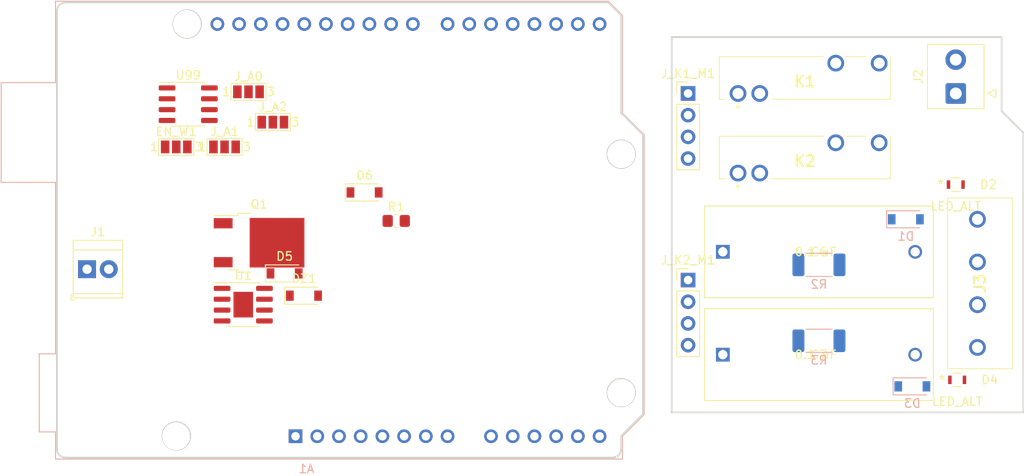
<source format=kicad_pcb>
(kicad_pcb (version 20171130) (host pcbnew 5.1.9+dfsg1-1)

  (general
    (thickness 1.6)
    (drawings 757)
    (tracks 0)
    (zones 0)
    (modules 27)
    (nets 63)
  )

  (page A4)
  (layers
    (0 F.Cu signal)
    (31 B.Cu signal)
    (32 B.Adhes user)
    (33 F.Adhes user)
    (34 B.Paste user)
    (35 F.Paste user)
    (36 B.SilkS user)
    (37 F.SilkS user)
    (38 B.Mask user)
    (39 F.Mask user)
    (40 Dwgs.User user hide)
    (41 Cmts.User user hide)
    (42 Eco1.User user)
    (43 Eco2.User user)
    (44 Edge.Cuts user)
    (45 Margin user)
    (46 B.CrtYd user)
    (47 F.CrtYd user hide)
    (48 B.Fab user)
    (49 F.Fab user)
  )

  (setup
    (last_trace_width 0.25)
    (trace_clearance 0.2)
    (zone_clearance 0.508)
    (zone_45_only no)
    (trace_min 0.2)
    (via_size 0.8)
    (via_drill 0.4)
    (via_min_size 0.4)
    (via_min_drill 0.3)
    (uvia_size 0.3)
    (uvia_drill 0.1)
    (uvias_allowed no)
    (uvia_min_size 0.2)
    (uvia_min_drill 0.1)
    (edge_width 0.05)
    (segment_width 0.2)
    (pcb_text_width 0.3)
    (pcb_text_size 1.5 1.5)
    (mod_edge_width 0.12)
    (mod_text_size 1 1)
    (mod_text_width 0.15)
    (pad_size 1.524 1.524)
    (pad_drill 0.762)
    (pad_to_mask_clearance 0)
    (aux_axis_origin 0 0)
    (visible_elements FFFFFF7F)
    (pcbplotparams
      (layerselection 0x010fc_ffffffff)
      (usegerberextensions false)
      (usegerberattributes true)
      (usegerberadvancedattributes true)
      (creategerberjobfile true)
      (excludeedgelayer true)
      (linewidth 0.100000)
      (plotframeref false)
      (viasonmask false)
      (mode 1)
      (useauxorigin false)
      (hpglpennumber 1)
      (hpglpenspeed 20)
      (hpglpendiameter 15.000000)
      (psnegative false)
      (psa4output false)
      (plotreference true)
      (plotvalue true)
      (plotinvisibletext false)
      (padsonsilk false)
      (subtractmaskfromsilk false)
      (outputformat 1)
      (mirror false)
      (drillshape 1)
      (scaleselection 1)
      (outputdirectory ""))
  )

  (net 0 "")
  (net 1 "Net-(A1-Pad16)")
  (net 2 "Net-(A1-Pad15)")
  (net 3 "Net-(A1-Pad30)")
  (net 4 "Net-(A1-Pad14)")
  (net 5 "Net-(A1-Pad13)")
  (net 6 "Net-(A1-Pad28)")
  (net 7 "Net-(A1-Pad12)")
  (net 8 "Net-(A1-Pad27)")
  (net 9 "Net-(A1-Pad11)")
  (net 10 "Net-(A1-Pad26)")
  (net 11 "Net-(A1-Pad10)")
  (net 12 "Net-(A1-Pad25)")
  (net 13 "Net-(A1-Pad9)")
  (net 14 "Net-(A1-Pad24)")
  (net 15 "Net-(A1-Pad8)")
  (net 16 "Net-(A1-Pad23)")
  (net 17 "Net-(A1-Pad22)")
  (net 18 "Net-(A1-Pad21)")
  (net 19 "Net-(A1-Pad5)")
  (net 20 "Net-(A1-Pad20)")
  (net 21 "Net-(A1-Pad4)")
  (net 22 "Net-(A1-Pad19)")
  (net 23 "Net-(A1-Pad3)")
  (net 24 "Net-(A1-Pad18)")
  (net 25 "Net-(A1-Pad2)")
  (net 26 "Net-(A1-Pad17)")
  (net 27 "Net-(A1-Pad1)")
  (net 28 "Net-(A1-Pad31)")
  (net 29 "Net-(A1-Pad32)")
  (net 30 "Net-(C3-Pad1)")
  (net 31 +12V)
  (net 32 +5VD)
  (net 33 "Net-(EN_W1-Pad2)")
  (net 34 GNDD)
  (net 35 "Net-(J1-Pad2)")
  (net 36 GNDPWR)
  (net 37 "Net-(J_A0-Pad2)")
  (net 38 "Net-(J_A1-Pad2)")
  (net 39 "Net-(J_A2-Pad2)")
  (net 40 "Net-(C4-Pad1)")
  (net 41 "Net-(U1-Pad5)")
  (net 42 +5VA)
  (net 43 DSCL)
  (net 44 DSDA)
  (net 45 "Net-(D1-Pad2)")
  (net 46 "Net-(C6-Pad2)")
  (net 47 "Net-(D3-Pad2)")
  (net 48 "Net-(C7-Pad2)")
  (net 49 230V_L)
  (net 50 230V_N)
  (net 51 230V_OUT_1)
  (net 52 230V_OUT_2)
  (net 53 "Net-(D5-Pad2)")
  (net 54 "Net-(D5-Pad1)")
  (net 55 "Net-(D6-Pad2)")
  (net 56 "Net-(D6-Pad1)")
  (net 57 "Net-(J_K1_M1-Pad4)")
  (net 58 K1)
  (net 59 "Net-(J_K1_M1-Pad2)")
  (net 60 "Net-(J_K2_M1-Pad4)")
  (net 61 K2)
  (net 62 "Net-(J_K2_M1-Pad2)")

  (net_class Default "This is the default net class."
    (clearance 0.2)
    (trace_width 0.25)
    (via_dia 0.8)
    (via_drill 0.4)
    (uvia_dia 0.3)
    (uvia_drill 0.1)
    (add_net +12V)
    (add_net +5VA)
    (add_net +5VD)
    (add_net 230V_L)
    (add_net 230V_N)
    (add_net 230V_OUT_1)
    (add_net 230V_OUT_2)
    (add_net DSCL)
    (add_net DSDA)
    (add_net GNDD)
    (add_net GNDPWR)
    (add_net K1)
    (add_net K2)
    (add_net "Net-(A1-Pad1)")
    (add_net "Net-(A1-Pad10)")
    (add_net "Net-(A1-Pad11)")
    (add_net "Net-(A1-Pad12)")
    (add_net "Net-(A1-Pad13)")
    (add_net "Net-(A1-Pad14)")
    (add_net "Net-(A1-Pad15)")
    (add_net "Net-(A1-Pad16)")
    (add_net "Net-(A1-Pad17)")
    (add_net "Net-(A1-Pad18)")
    (add_net "Net-(A1-Pad19)")
    (add_net "Net-(A1-Pad2)")
    (add_net "Net-(A1-Pad20)")
    (add_net "Net-(A1-Pad21)")
    (add_net "Net-(A1-Pad22)")
    (add_net "Net-(A1-Pad23)")
    (add_net "Net-(A1-Pad24)")
    (add_net "Net-(A1-Pad25)")
    (add_net "Net-(A1-Pad26)")
    (add_net "Net-(A1-Pad27)")
    (add_net "Net-(A1-Pad28)")
    (add_net "Net-(A1-Pad3)")
    (add_net "Net-(A1-Pad30)")
    (add_net "Net-(A1-Pad31)")
    (add_net "Net-(A1-Pad32)")
    (add_net "Net-(A1-Pad4)")
    (add_net "Net-(A1-Pad5)")
    (add_net "Net-(A1-Pad8)")
    (add_net "Net-(A1-Pad9)")
    (add_net "Net-(C3-Pad1)")
    (add_net "Net-(C4-Pad1)")
    (add_net "Net-(C6-Pad2)")
    (add_net "Net-(C7-Pad2)")
    (add_net "Net-(D1-Pad2)")
    (add_net "Net-(D3-Pad2)")
    (add_net "Net-(D5-Pad1)")
    (add_net "Net-(D5-Pad2)")
    (add_net "Net-(D6-Pad1)")
    (add_net "Net-(D6-Pad2)")
    (add_net "Net-(EN_W1-Pad2)")
    (add_net "Net-(J1-Pad2)")
    (add_net "Net-(J_A0-Pad2)")
    (add_net "Net-(J_A1-Pad2)")
    (add_net "Net-(J_A2-Pad2)")
    (add_net "Net-(J_K1_M1-Pad2)")
    (add_net "Net-(J_K1_M1-Pad4)")
    (add_net "Net-(J_K2_M1-Pad2)")
    (add_net "Net-(J_K2_M1-Pad4)")
    (add_net "Net-(U1-Pad5)")
  )

  (module BBQino:TB00250004BE (layer F.Cu) (tedit 0) (tstamp 614DC1A8)
    (at 158.75 54.61 270)
    (descr TB002-500-04BE-1)
    (tags Connector)
    (path /614A5E16/615B8777)
    (fp_text reference J3 (at 7.5 -0.3 90) (layer F.SilkS)
      (effects (font (size 1.27 1.27) (thickness 0.254)))
    )
    (fp_text value "230V out" (at 7.5 -0.3 90) (layer F.SilkS) hide
      (effects (font (size 1.27 1.27) (thickness 0.254)))
    )
    (fp_text user %R (at 7.5 -0.3 90) (layer F.Fab)
      (effects (font (size 1.27 1.27) (thickness 0.254)))
    )
    (fp_line (start -2.5 -4.1) (end 17.5 -4.1) (layer F.Fab) (width 0.2))
    (fp_line (start 17.5 -4.1) (end 17.5 3.5) (layer F.Fab) (width 0.2))
    (fp_line (start 17.5 3.5) (end -2.5 3.5) (layer F.Fab) (width 0.2))
    (fp_line (start -2.5 3.5) (end -2.5 -4.1) (layer F.Fab) (width 0.2))
    (fp_line (start -2.5 -4.1) (end 17.5 -4.1) (layer F.SilkS) (width 0.1))
    (fp_line (start 17.5 -4.1) (end 17.5 3.5) (layer F.SilkS) (width 0.1))
    (fp_line (start 17.5 3.5) (end -2.5 3.5) (layer F.SilkS) (width 0.1))
    (fp_line (start -2.5 3.5) (end -2.5 -4.1) (layer F.SilkS) (width 0.1))
    (fp_line (start -3.5 -5.1) (end 18.5 -5.1) (layer F.CrtYd) (width 0.1))
    (fp_line (start 18.5 -5.1) (end 18.5 4.5) (layer F.CrtYd) (width 0.1))
    (fp_line (start 18.5 4.5) (end -3.5 4.5) (layer F.CrtYd) (width 0.1))
    (fp_line (start -3.5 4.5) (end -3.5 -5.1) (layer F.CrtYd) (width 0.1))
    (pad 1 thru_hole circle (at 0 0 270) (size 1.95 1.95) (drill 1.3) (layers *.Cu *.Mask)
      (net 51 230V_OUT_1))
    (pad 2 thru_hole circle (at 5 0 270) (size 1.95 1.95) (drill 1.3) (layers *.Cu *.Mask)
      (net 50 230V_N))
    (pad 3 thru_hole circle (at 10 0 270) (size 1.95 1.95) (drill 1.3) (layers *.Cu *.Mask)
      (net 50 230V_N))
    (pad 4 thru_hole circle (at 15 0 270) (size 1.95 1.95) (drill 1.3) (layers *.Cu *.Mask)
      (net 52 230V_OUT_2))
    (model TB002-500-04BE.stp
      (at (xyz 0 0 0))
      (scale (xyz 1 1 1))
      (rotate (xyz 0 0 0))
    )
  )

  (module Module:Arduino_UNO_R3_WithMountingHoles (layer B.Cu) (tedit 5B3F95CF) (tstamp 614F10BB)
    (at 78.994 80.01)
    (descr "Arduino UNO R3, http://www.mouser.com/pdfdocs/Gravitech_Arduino_Nano3_0.pdf")
    (tags "Arduino UNO R3")
    (path /613FC6D4/613FC931)
    (fp_text reference A1 (at 1.27 3.81 -180) (layer B.SilkS)
      (effects (font (size 1 1) (thickness 0.15)) (justify mirror))
    )
    (fp_text value Arduino_UNO_R3 (at 0 -22.86) (layer B.Fab)
      (effects (font (size 1 1) (thickness 0.15)) (justify mirror))
    )
    (fp_text user %R (at 0 -20.32 -180) (layer B.Fab)
      (effects (font (size 1 1) (thickness 0.15)) (justify mirror))
    )
    (fp_line (start 38.35 2.79) (end 38.35 0) (layer B.CrtYd) (width 0.05))
    (fp_line (start 38.35 0) (end 40.89 -2.54) (layer B.CrtYd) (width 0.05))
    (fp_line (start 40.89 -2.54) (end 40.89 -35.31) (layer B.CrtYd) (width 0.05))
    (fp_line (start 40.89 -35.31) (end 38.35 -37.85) (layer B.CrtYd) (width 0.05))
    (fp_line (start 38.35 -37.85) (end 38.35 -49.28) (layer B.CrtYd) (width 0.05))
    (fp_line (start 38.35 -49.28) (end 36.58 -51.05) (layer B.CrtYd) (width 0.05))
    (fp_line (start 36.58 -51.05) (end -28.19 -51.05) (layer B.CrtYd) (width 0.05))
    (fp_line (start -28.19 -51.05) (end -28.19 -41.53) (layer B.CrtYd) (width 0.05))
    (fp_line (start -28.19 -41.53) (end -34.54 -41.53) (layer B.CrtYd) (width 0.05))
    (fp_line (start -34.54 -41.53) (end -34.54 -29.59) (layer B.CrtYd) (width 0.05))
    (fp_line (start -34.54 -29.59) (end -28.19 -29.59) (layer B.CrtYd) (width 0.05))
    (fp_line (start -28.19 -29.59) (end -28.19 -9.78) (layer B.CrtYd) (width 0.05))
    (fp_line (start -28.19 -9.78) (end -30.1 -9.78) (layer B.CrtYd) (width 0.05))
    (fp_line (start -30.1 -9.78) (end -30.1 -0.38) (layer B.CrtYd) (width 0.05))
    (fp_line (start -30.1 -0.38) (end -28.19 -0.38) (layer B.CrtYd) (width 0.05))
    (fp_line (start -28.19 -0.38) (end -28.19 2.79) (layer B.CrtYd) (width 0.05))
    (fp_line (start -28.19 2.79) (end 38.35 2.79) (layer B.CrtYd) (width 0.05))
    (fp_line (start 40.77 -35.31) (end 40.77 -2.54) (layer B.SilkS) (width 0.12))
    (fp_line (start 40.77 -2.54) (end 38.23 0) (layer B.SilkS) (width 0.12))
    (fp_line (start 38.23 0) (end 38.23 2.67) (layer B.SilkS) (width 0.12))
    (fp_line (start 38.23 2.67) (end -28.07 2.67) (layer B.SilkS) (width 0.12))
    (fp_line (start -28.07 2.67) (end -28.07 -0.51) (layer B.SilkS) (width 0.12))
    (fp_line (start -28.07 -0.51) (end -29.97 -0.51) (layer B.SilkS) (width 0.12))
    (fp_line (start -29.97 -0.51) (end -29.97 -9.65) (layer B.SilkS) (width 0.12))
    (fp_line (start -29.97 -9.65) (end -28.07 -9.65) (layer B.SilkS) (width 0.12))
    (fp_line (start -28.07 -9.65) (end -28.07 -29.72) (layer B.SilkS) (width 0.12))
    (fp_line (start -28.07 -29.72) (end -34.42 -29.72) (layer B.SilkS) (width 0.12))
    (fp_line (start -34.42 -29.72) (end -34.42 -41.4) (layer B.SilkS) (width 0.12))
    (fp_line (start -34.42 -41.4) (end -28.07 -41.4) (layer B.SilkS) (width 0.12))
    (fp_line (start -28.07 -41.4) (end -28.07 -50.93) (layer B.SilkS) (width 0.12))
    (fp_line (start -28.07 -50.93) (end 36.58 -50.93) (layer B.SilkS) (width 0.12))
    (fp_line (start 36.58 -50.93) (end 38.23 -49.28) (layer B.SilkS) (width 0.12))
    (fp_line (start 38.23 -49.28) (end 38.23 -37.85) (layer B.SilkS) (width 0.12))
    (fp_line (start 38.23 -37.85) (end 40.77 -35.31) (layer B.SilkS) (width 0.12))
    (fp_line (start -34.29 -29.84) (end -18.41 -29.84) (layer B.Fab) (width 0.1))
    (fp_line (start -18.41 -29.84) (end -18.41 -41.27) (layer B.Fab) (width 0.1))
    (fp_line (start -18.41 -41.27) (end -34.29 -41.27) (layer B.Fab) (width 0.1))
    (fp_line (start -34.29 -41.27) (end -34.29 -29.84) (layer B.Fab) (width 0.1))
    (fp_line (start -29.84 -0.64) (end -16.51 -0.64) (layer B.Fab) (width 0.1))
    (fp_line (start -16.51 -0.64) (end -16.51 -9.53) (layer B.Fab) (width 0.1))
    (fp_line (start -16.51 -9.53) (end -29.84 -9.53) (layer B.Fab) (width 0.1))
    (fp_line (start -29.84 -9.53) (end -29.84 -0.64) (layer B.Fab) (width 0.1))
    (fp_line (start 38.1 -37.85) (end 38.1 -49.28) (layer B.Fab) (width 0.1))
    (fp_line (start 40.64 -2.54) (end 40.64 -35.31) (layer B.Fab) (width 0.1))
    (fp_line (start 40.64 -35.31) (end 38.1 -37.85) (layer B.Fab) (width 0.1))
    (fp_line (start 38.1 2.54) (end 38.1 0) (layer B.Fab) (width 0.1))
    (fp_line (start 38.1 0) (end 40.64 -2.54) (layer B.Fab) (width 0.1))
    (fp_line (start 38.1 -49.28) (end 36.58 -50.8) (layer B.Fab) (width 0.1))
    (fp_line (start 36.58 -50.8) (end -27.94 -50.8) (layer B.Fab) (width 0.1))
    (fp_line (start -27.94 -50.8) (end -27.94 2.54) (layer B.Fab) (width 0.1))
    (fp_line (start -27.94 2.54) (end 38.1 2.54) (layer B.Fab) (width 0.1))
    (pad "" np_thru_hole circle (at 38.1 -5.08 270) (size 3.2 3.2) (drill 3.2) (layers *.Cu *.Mask))
    (pad "" np_thru_hole circle (at 38.1 -33.02 270) (size 3.2 3.2) (drill 3.2) (layers *.Cu *.Mask))
    (pad "" np_thru_hole circle (at -12.7 -48.26 270) (size 3.2 3.2) (drill 3.2) (layers *.Cu *.Mask))
    (pad "" np_thru_hole circle (at -13.97 0 270) (size 3.2 3.2) (drill 3.2) (layers *.Cu *.Mask))
    (pad 16 thru_hole oval (at 33.02 -48.26 270) (size 1.6 1.6) (drill 1) (layers *.Cu *.Mask)
      (net 1 "Net-(A1-Pad16)"))
    (pad 15 thru_hole oval (at 35.56 -48.26 270) (size 1.6 1.6) (drill 1) (layers *.Cu *.Mask)
      (net 2 "Net-(A1-Pad15)"))
    (pad 30 thru_hole oval (at -4.06 -48.26 270) (size 1.6 1.6) (drill 1) (layers *.Cu *.Mask)
      (net 3 "Net-(A1-Pad30)"))
    (pad 14 thru_hole oval (at 35.56 0 270) (size 1.6 1.6) (drill 1) (layers *.Cu *.Mask)
      (net 4 "Net-(A1-Pad14)"))
    (pad 29 thru_hole oval (at -1.52 -48.26 270) (size 1.6 1.6) (drill 1) (layers *.Cu *.Mask)
      (net 34 GNDD))
    (pad 13 thru_hole oval (at 33.02 0 270) (size 1.6 1.6) (drill 1) (layers *.Cu *.Mask)
      (net 5 "Net-(A1-Pad13)"))
    (pad 28 thru_hole oval (at 1.02 -48.26 270) (size 1.6 1.6) (drill 1) (layers *.Cu *.Mask)
      (net 6 "Net-(A1-Pad28)"))
    (pad 12 thru_hole oval (at 30.48 0 270) (size 1.6 1.6) (drill 1) (layers *.Cu *.Mask)
      (net 7 "Net-(A1-Pad12)"))
    (pad 27 thru_hole oval (at 3.56 -48.26 270) (size 1.6 1.6) (drill 1) (layers *.Cu *.Mask)
      (net 8 "Net-(A1-Pad27)"))
    (pad 11 thru_hole oval (at 27.94 0 270) (size 1.6 1.6) (drill 1) (layers *.Cu *.Mask)
      (net 9 "Net-(A1-Pad11)"))
    (pad 26 thru_hole oval (at 6.1 -48.26 270) (size 1.6 1.6) (drill 1) (layers *.Cu *.Mask)
      (net 10 "Net-(A1-Pad26)"))
    (pad 10 thru_hole oval (at 25.4 0 270) (size 1.6 1.6) (drill 1) (layers *.Cu *.Mask)
      (net 11 "Net-(A1-Pad10)"))
    (pad 25 thru_hole oval (at 8.64 -48.26 270) (size 1.6 1.6) (drill 1) (layers *.Cu *.Mask)
      (net 12 "Net-(A1-Pad25)"))
    (pad 9 thru_hole oval (at 22.86 0 270) (size 1.6 1.6) (drill 1) (layers *.Cu *.Mask)
      (net 13 "Net-(A1-Pad9)"))
    (pad 24 thru_hole oval (at 11.18 -48.26 270) (size 1.6 1.6) (drill 1) (layers *.Cu *.Mask)
      (net 14 "Net-(A1-Pad24)"))
    (pad 8 thru_hole oval (at 17.78 0 270) (size 1.6 1.6) (drill 1) (layers *.Cu *.Mask)
      (net 15 "Net-(A1-Pad8)"))
    (pad 23 thru_hole oval (at 13.72 -48.26 270) (size 1.6 1.6) (drill 1) (layers *.Cu *.Mask)
      (net 16 "Net-(A1-Pad23)"))
    (pad 7 thru_hole oval (at 15.24 0 270) (size 1.6 1.6) (drill 1) (layers *.Cu *.Mask)
      (net 34 GNDD))
    (pad 22 thru_hole oval (at 17.78 -48.26 270) (size 1.6 1.6) (drill 1) (layers *.Cu *.Mask)
      (net 17 "Net-(A1-Pad22)"))
    (pad 6 thru_hole oval (at 12.7 0 270) (size 1.6 1.6) (drill 1) (layers *.Cu *.Mask)
      (net 34 GNDD))
    (pad 21 thru_hole oval (at 20.32 -48.26 270) (size 1.6 1.6) (drill 1) (layers *.Cu *.Mask)
      (net 18 "Net-(A1-Pad21)"))
    (pad 5 thru_hole oval (at 10.16 0 270) (size 1.6 1.6) (drill 1) (layers *.Cu *.Mask)
      (net 19 "Net-(A1-Pad5)"))
    (pad 20 thru_hole oval (at 22.86 -48.26 270) (size 1.6 1.6) (drill 1) (layers *.Cu *.Mask)
      (net 20 "Net-(A1-Pad20)"))
    (pad 4 thru_hole oval (at 7.62 0 270) (size 1.6 1.6) (drill 1) (layers *.Cu *.Mask)
      (net 21 "Net-(A1-Pad4)"))
    (pad 19 thru_hole oval (at 25.4 -48.26 270) (size 1.6 1.6) (drill 1) (layers *.Cu *.Mask)
      (net 22 "Net-(A1-Pad19)"))
    (pad 3 thru_hole oval (at 5.08 0 270) (size 1.6 1.6) (drill 1) (layers *.Cu *.Mask)
      (net 23 "Net-(A1-Pad3)"))
    (pad 18 thru_hole oval (at 27.94 -48.26 270) (size 1.6 1.6) (drill 1) (layers *.Cu *.Mask)
      (net 24 "Net-(A1-Pad18)"))
    (pad 2 thru_hole oval (at 2.54 0 270) (size 1.6 1.6) (drill 1) (layers *.Cu *.Mask)
      (net 25 "Net-(A1-Pad2)"))
    (pad 17 thru_hole oval (at 30.48 -48.26 270) (size 1.6 1.6) (drill 1) (layers *.Cu *.Mask)
      (net 26 "Net-(A1-Pad17)"))
    (pad 1 thru_hole rect (at 0 0 270) (size 1.6 1.6) (drill 1) (layers *.Cu *.Mask)
      (net 27 "Net-(A1-Pad1)"))
    (pad 31 thru_hole oval (at -6.6 -48.26 270) (size 1.6 1.6) (drill 1) (layers *.Cu *.Mask)
      (net 28 "Net-(A1-Pad31)"))
    (pad 32 thru_hole oval (at -9.14 -48.26 270) (size 1.6 1.6) (drill 1) (layers *.Cu *.Mask)
      (net 29 "Net-(A1-Pad32)"))
    (model ${KISYS3DMOD}/Module.3dshapes/Arduino_UNO_R3_WithMountingHoles.wrl
      (at (xyz 0 0 0))
      (scale (xyz 1 1 1))
      (rotate (xyz 0 0 0))
    )
  )

  (module Connector_PinHeader_2.54mm:PinHeader_1x04_P2.54mm_Vertical (layer F.Cu) (tedit 59FED5CC) (tstamp 614DC238)
    (at 124.902 61.722)
    (descr "Through hole straight pin header, 1x04, 2.54mm pitch, single row")
    (tags "Through hole pin header THT 1x04 2.54mm single row")
    (path /614A5E16/6151E93A)
    (fp_text reference J_K2_M1 (at 0 -2.33) (layer F.SilkS)
      (effects (font (size 1 1) (thickness 0.15)))
    )
    (fp_text value Conn_01x04_Female (at 0 9.95) (layer F.Fab)
      (effects (font (size 1 1) (thickness 0.15)))
    )
    (fp_text user %R (at 0 3.81 90) (layer F.Fab)
      (effects (font (size 1 1) (thickness 0.15)))
    )
    (fp_line (start -0.635 -1.27) (end 1.27 -1.27) (layer F.Fab) (width 0.1))
    (fp_line (start 1.27 -1.27) (end 1.27 8.89) (layer F.Fab) (width 0.1))
    (fp_line (start 1.27 8.89) (end -1.27 8.89) (layer F.Fab) (width 0.1))
    (fp_line (start -1.27 8.89) (end -1.27 -0.635) (layer F.Fab) (width 0.1))
    (fp_line (start -1.27 -0.635) (end -0.635 -1.27) (layer F.Fab) (width 0.1))
    (fp_line (start -1.33 8.95) (end 1.33 8.95) (layer F.SilkS) (width 0.12))
    (fp_line (start -1.33 1.27) (end -1.33 8.95) (layer F.SilkS) (width 0.12))
    (fp_line (start 1.33 1.27) (end 1.33 8.95) (layer F.SilkS) (width 0.12))
    (fp_line (start -1.33 1.27) (end 1.33 1.27) (layer F.SilkS) (width 0.12))
    (fp_line (start -1.33 0) (end -1.33 -1.33) (layer F.SilkS) (width 0.12))
    (fp_line (start -1.33 -1.33) (end 0 -1.33) (layer F.SilkS) (width 0.12))
    (fp_line (start -1.8 -1.8) (end -1.8 9.4) (layer F.CrtYd) (width 0.05))
    (fp_line (start -1.8 9.4) (end 1.8 9.4) (layer F.CrtYd) (width 0.05))
    (fp_line (start 1.8 9.4) (end 1.8 -1.8) (layer F.CrtYd) (width 0.05))
    (fp_line (start 1.8 -1.8) (end -1.8 -1.8) (layer F.CrtYd) (width 0.05))
    (pad 4 thru_hole oval (at 0 7.62) (size 1.7 1.7) (drill 1) (layers *.Cu *.Mask)
      (net 60 "Net-(J_K2_M1-Pad4)"))
    (pad 3 thru_hole oval (at 0 5.08) (size 1.7 1.7) (drill 1) (layers *.Cu *.Mask)
      (net 61 K2))
    (pad 2 thru_hole oval (at 0 2.54) (size 1.7 1.7) (drill 1) (layers *.Cu *.Mask)
      (net 62 "Net-(J_K2_M1-Pad2)"))
    (pad 1 thru_hole rect (at 0 0) (size 1.7 1.7) (drill 1) (layers *.Cu *.Mask)
      (net 34 GNDD))
    (model ${KISYS3DMOD}/Connector_PinHeader_2.54mm.3dshapes/PinHeader_1x04_P2.54mm_Vertical.wrl
      (at (xyz 0 0 0))
      (scale (xyz 1 1 1))
      (rotate (xyz 0 0 0))
    )
  )

  (module Connector_PinHeader_2.54mm:PinHeader_1x04_P2.54mm_Vertical (layer F.Cu) (tedit 59FED5CC) (tstamp 614DC220)
    (at 124.902 39.878)
    (descr "Through hole straight pin header, 1x04, 2.54mm pitch, single row")
    (tags "Through hole pin header THT 1x04 2.54mm single row")
    (path /614A5E16/6151D7D1)
    (fp_text reference J_K1_M1 (at 0 -2.33) (layer F.SilkS)
      (effects (font (size 1 1) (thickness 0.15)))
    )
    (fp_text value Conn_01x04_Female (at 0 9.95) (layer F.Fab)
      (effects (font (size 1 1) (thickness 0.15)))
    )
    (fp_text user %R (at 0 3.81 90) (layer F.Fab)
      (effects (font (size 1 1) (thickness 0.15)))
    )
    (fp_line (start -0.635 -1.27) (end 1.27 -1.27) (layer F.Fab) (width 0.1))
    (fp_line (start 1.27 -1.27) (end 1.27 8.89) (layer F.Fab) (width 0.1))
    (fp_line (start 1.27 8.89) (end -1.27 8.89) (layer F.Fab) (width 0.1))
    (fp_line (start -1.27 8.89) (end -1.27 -0.635) (layer F.Fab) (width 0.1))
    (fp_line (start -1.27 -0.635) (end -0.635 -1.27) (layer F.Fab) (width 0.1))
    (fp_line (start -1.33 8.95) (end 1.33 8.95) (layer F.SilkS) (width 0.12))
    (fp_line (start -1.33 1.27) (end -1.33 8.95) (layer F.SilkS) (width 0.12))
    (fp_line (start 1.33 1.27) (end 1.33 8.95) (layer F.SilkS) (width 0.12))
    (fp_line (start -1.33 1.27) (end 1.33 1.27) (layer F.SilkS) (width 0.12))
    (fp_line (start -1.33 0) (end -1.33 -1.33) (layer F.SilkS) (width 0.12))
    (fp_line (start -1.33 -1.33) (end 0 -1.33) (layer F.SilkS) (width 0.12))
    (fp_line (start -1.8 -1.8) (end -1.8 9.4) (layer F.CrtYd) (width 0.05))
    (fp_line (start -1.8 9.4) (end 1.8 9.4) (layer F.CrtYd) (width 0.05))
    (fp_line (start 1.8 9.4) (end 1.8 -1.8) (layer F.CrtYd) (width 0.05))
    (fp_line (start 1.8 -1.8) (end -1.8 -1.8) (layer F.CrtYd) (width 0.05))
    (pad 4 thru_hole oval (at 0 7.62) (size 1.7 1.7) (drill 1) (layers *.Cu *.Mask)
      (net 57 "Net-(J_K1_M1-Pad4)"))
    (pad 3 thru_hole oval (at 0 5.08) (size 1.7 1.7) (drill 1) (layers *.Cu *.Mask)
      (net 58 K1))
    (pad 2 thru_hole oval (at 0 2.54) (size 1.7 1.7) (drill 1) (layers *.Cu *.Mask)
      (net 59 "Net-(J_K1_M1-Pad2)"))
    (pad 1 thru_hole rect (at 0 0) (size 1.7 1.7) (drill 1) (layers *.Cu *.Mask)
      (net 34 GNDD))
    (model ${KISYS3DMOD}/Connector_PinHeader_2.54mm.3dshapes/PinHeader_1x04_P2.54mm_Vertical.wrl
      (at (xyz 0 0 0))
      (scale (xyz 1 1 1))
      (rotate (xyz 0 0 0))
    )
  )

  (module Diode_SMD:D_SOD-123 (layer F.Cu) (tedit 58645DC7) (tstamp 614DC0C8)
    (at 87.065001 51.467001)
    (descr SOD-123)
    (tags SOD-123)
    (path /614A5E16/615877B5)
    (attr smd)
    (fp_text reference D6 (at 0 -2) (layer F.SilkS)
      (effects (font (size 1 1) (thickness 0.15)))
    )
    (fp_text value 1N4148W-HF (at 0 2.1) (layer F.Fab)
      (effects (font (size 1 1) (thickness 0.15)))
    )
    (fp_text user %R (at 0 -2) (layer F.Fab)
      (effects (font (size 1 1) (thickness 0.15)))
    )
    (fp_line (start -2.25 -1) (end -2.25 1) (layer F.SilkS) (width 0.12))
    (fp_line (start 0.25 0) (end 0.75 0) (layer F.Fab) (width 0.1))
    (fp_line (start 0.25 0.4) (end -0.35 0) (layer F.Fab) (width 0.1))
    (fp_line (start 0.25 -0.4) (end 0.25 0.4) (layer F.Fab) (width 0.1))
    (fp_line (start -0.35 0) (end 0.25 -0.4) (layer F.Fab) (width 0.1))
    (fp_line (start -0.35 0) (end -0.35 0.55) (layer F.Fab) (width 0.1))
    (fp_line (start -0.35 0) (end -0.35 -0.55) (layer F.Fab) (width 0.1))
    (fp_line (start -0.75 0) (end -0.35 0) (layer F.Fab) (width 0.1))
    (fp_line (start -1.4 0.9) (end -1.4 -0.9) (layer F.Fab) (width 0.1))
    (fp_line (start 1.4 0.9) (end -1.4 0.9) (layer F.Fab) (width 0.1))
    (fp_line (start 1.4 -0.9) (end 1.4 0.9) (layer F.Fab) (width 0.1))
    (fp_line (start -1.4 -0.9) (end 1.4 -0.9) (layer F.Fab) (width 0.1))
    (fp_line (start -2.35 -1.15) (end 2.35 -1.15) (layer F.CrtYd) (width 0.05))
    (fp_line (start 2.35 -1.15) (end 2.35 1.15) (layer F.CrtYd) (width 0.05))
    (fp_line (start 2.35 1.15) (end -2.35 1.15) (layer F.CrtYd) (width 0.05))
    (fp_line (start -2.35 -1.15) (end -2.35 1.15) (layer F.CrtYd) (width 0.05))
    (fp_line (start -2.25 1) (end 1.65 1) (layer F.SilkS) (width 0.12))
    (fp_line (start -2.25 -1) (end 1.65 -1) (layer F.SilkS) (width 0.12))
    (pad 2 smd rect (at 1.65 0) (size 0.9 1.2) (layers F.Cu F.Paste F.Mask)
      (net 55 "Net-(D6-Pad2)"))
    (pad 1 smd rect (at -1.65 0) (size 0.9 1.2) (layers F.Cu F.Paste F.Mask)
      (net 56 "Net-(D6-Pad1)"))
    (model ${KISYS3DMOD}/Diode_SMD.3dshapes/D_SOD-123.wrl
      (at (xyz 0 0 0))
      (scale (xyz 1 1 1))
      (rotate (xyz 0 0 0))
    )
  )

  (module Diode_SMD:D_SOD-123 (layer F.Cu) (tedit 58645DC7) (tstamp 614DC0AF)
    (at 77.715001 60.947001)
    (descr SOD-123)
    (tags SOD-123)
    (path /614A5E16/6157CE68)
    (attr smd)
    (fp_text reference D5 (at 0 -2) (layer F.SilkS)
      (effects (font (size 1 1) (thickness 0.15)))
    )
    (fp_text value 1N4148W-HF (at 0 2.1) (layer F.Fab)
      (effects (font (size 1 1) (thickness 0.15)))
    )
    (fp_text user %R (at 0 -2) (layer F.Fab)
      (effects (font (size 1 1) (thickness 0.15)))
    )
    (fp_line (start -2.25 -1) (end -2.25 1) (layer F.SilkS) (width 0.12))
    (fp_line (start 0.25 0) (end 0.75 0) (layer F.Fab) (width 0.1))
    (fp_line (start 0.25 0.4) (end -0.35 0) (layer F.Fab) (width 0.1))
    (fp_line (start 0.25 -0.4) (end 0.25 0.4) (layer F.Fab) (width 0.1))
    (fp_line (start -0.35 0) (end 0.25 -0.4) (layer F.Fab) (width 0.1))
    (fp_line (start -0.35 0) (end -0.35 0.55) (layer F.Fab) (width 0.1))
    (fp_line (start -0.35 0) (end -0.35 -0.55) (layer F.Fab) (width 0.1))
    (fp_line (start -0.75 0) (end -0.35 0) (layer F.Fab) (width 0.1))
    (fp_line (start -1.4 0.9) (end -1.4 -0.9) (layer F.Fab) (width 0.1))
    (fp_line (start 1.4 0.9) (end -1.4 0.9) (layer F.Fab) (width 0.1))
    (fp_line (start 1.4 -0.9) (end 1.4 0.9) (layer F.Fab) (width 0.1))
    (fp_line (start -1.4 -0.9) (end 1.4 -0.9) (layer F.Fab) (width 0.1))
    (fp_line (start -2.35 -1.15) (end 2.35 -1.15) (layer F.CrtYd) (width 0.05))
    (fp_line (start 2.35 -1.15) (end 2.35 1.15) (layer F.CrtYd) (width 0.05))
    (fp_line (start 2.35 1.15) (end -2.35 1.15) (layer F.CrtYd) (width 0.05))
    (fp_line (start -2.35 -1.15) (end -2.35 1.15) (layer F.CrtYd) (width 0.05))
    (fp_line (start -2.25 1) (end 1.65 1) (layer F.SilkS) (width 0.12))
    (fp_line (start -2.25 -1) (end 1.65 -1) (layer F.SilkS) (width 0.12))
    (pad 2 smd rect (at 1.65 0) (size 0.9 1.2) (layers F.Cu F.Paste F.Mask)
      (net 53 "Net-(D5-Pad2)"))
    (pad 1 smd rect (at -1.65 0) (size 0.9 1.2) (layers F.Cu F.Paste F.Mask)
      (net 54 "Net-(D5-Pad1)"))
    (model ${KISYS3DMOD}/Diode_SMD.3dshapes/D_SOD-123.wrl
      (at (xyz 0 0 0))
      (scale (xyz 1 1 1))
      (rotate (xyz 0 0 0))
    )
  )

  (module BBQino:FTRMYAA005D (layer F.Cu) (tedit 0) (tstamp 614CFA50)
    (at 130.744 49.198)
    (descr FTR-MYAA005D-1)
    (tags "Relay or Contactor")
    (path /614A5E16/615185AE)
    (fp_text reference K2 (at 7.81 -1.413) (layer F.SilkS)
      (effects (font (size 1.27 1.27) (thickness 0.254)))
    )
    (fp_text value FTR-MYAA005D (at 7.81 -1.413) (layer F.SilkS) hide
      (effects (font (size 1.27 1.27) (thickness 0.254)))
    )
    (fp_text user %R (at 7.81 -1.413) (layer F.Fab)
      (effects (font (size 1.27 1.27) (thickness 0.254)))
    )
    (fp_arc (start 0 1.6) (end 0 1.5) (angle -180) (layer F.SilkS) (width 0.2))
    (fp_arc (start 0 1.6) (end 0 1.7) (angle -180) (layer F.SilkS) (width 0.2))
    (fp_line (start -2.19 0.68) (end 17.81 0.68) (layer F.Fab) (width 0.2))
    (fp_line (start 17.81 0.68) (end 17.81 -4.32) (layer F.Fab) (width 0.2))
    (fp_line (start 17.81 -4.32) (end -2.19 -4.32) (layer F.Fab) (width 0.2))
    (fp_line (start -2.19 -4.32) (end -2.19 0.68) (layer F.Fab) (width 0.2))
    (fp_line (start -3.19 2.7) (end 18.81 2.7) (layer F.CrtYd) (width 0.1))
    (fp_line (start 18.81 2.7) (end 18.81 -5.525) (layer F.CrtYd) (width 0.1))
    (fp_line (start 18.81 -5.525) (end -3.19 -5.525) (layer F.CrtYd) (width 0.1))
    (fp_line (start -3.19 -5.525) (end -3.19 2.7) (layer F.CrtYd) (width 0.1))
    (fp_line (start -1.5 0.68) (end -2.19 0.68) (layer F.SilkS) (width 0.1))
    (fp_line (start -2.19 0.68) (end -2.19 -4.32) (layer F.SilkS) (width 0.1))
    (fp_line (start -2.19 -4.32) (end 10 -4.32) (layer F.SilkS) (width 0.1))
    (fp_line (start 4 0.68) (end 17.81 0.68) (layer F.SilkS) (width 0.1))
    (fp_line (start 17.81 0.68) (end 17.81 -4.32) (layer F.SilkS) (width 0.1))
    (fp_line (start 0 1.5) (end 0 1.5) (layer F.SilkS) (width 0.2))
    (fp_line (start 0 1.7) (end 0 1.7) (layer F.SilkS) (width 0.2))
    (fp_line (start 12.5 -4.32) (end 15 -4.32) (layer F.SilkS) (width 0.1))
    (pad 1 thru_hole circle (at 0 0) (size 1.95 1.95) (drill 1.3) (layers *.Cu *.Mask)
      (net 55 "Net-(D6-Pad2)"))
    (pad 2 thru_hole circle (at 2.54 0) (size 1.95 1.95) (drill 1.3) (layers *.Cu *.Mask)
      (net 56 "Net-(D6-Pad1)"))
    (pad 3 thru_hole circle (at 16.51 -3.55) (size 1.95 1.95) (drill 1.3) (layers *.Cu *.Mask)
      (net 49 230V_L))
    (pad 4 thru_hole circle (at 11.43 -3.55) (size 1.95 1.95) (drill 1.3) (layers *.Cu *.Mask)
      (net 52 230V_OUT_2))
    (model FTR-MYAA005D.stp
      (at (xyz 0 0 0))
      (scale (xyz 1 1 1))
      (rotate (xyz 0 0 0))
    )
  )

  (module BBQino:FTRMYAA005D (layer F.Cu) (tedit 0) (tstamp 614CFA35)
    (at 130.744 39.878)
    (descr FTR-MYAA005D-1)
    (tags "Relay or Contactor")
    (path /614A5E16/615176D3)
    (fp_text reference K1 (at 7.81 -1.413) (layer F.SilkS)
      (effects (font (size 1.27 1.27) (thickness 0.254)))
    )
    (fp_text value FTR-MYAA005D (at 7.81 -1.413) (layer F.SilkS) hide
      (effects (font (size 1.27 1.27) (thickness 0.254)))
    )
    (fp_text user %R (at 7.81 -1.413) (layer F.Fab)
      (effects (font (size 1.27 1.27) (thickness 0.254)))
    )
    (fp_arc (start 0 1.6) (end 0 1.5) (angle -180) (layer F.SilkS) (width 0.2))
    (fp_arc (start 0 1.6) (end 0 1.7) (angle -180) (layer F.SilkS) (width 0.2))
    (fp_line (start -2.19 0.68) (end 17.81 0.68) (layer F.Fab) (width 0.2))
    (fp_line (start 17.81 0.68) (end 17.81 -4.32) (layer F.Fab) (width 0.2))
    (fp_line (start 17.81 -4.32) (end -2.19 -4.32) (layer F.Fab) (width 0.2))
    (fp_line (start -2.19 -4.32) (end -2.19 0.68) (layer F.Fab) (width 0.2))
    (fp_line (start -3.19 2.7) (end 18.81 2.7) (layer F.CrtYd) (width 0.1))
    (fp_line (start 18.81 2.7) (end 18.81 -5.525) (layer F.CrtYd) (width 0.1))
    (fp_line (start 18.81 -5.525) (end -3.19 -5.525) (layer F.CrtYd) (width 0.1))
    (fp_line (start -3.19 -5.525) (end -3.19 2.7) (layer F.CrtYd) (width 0.1))
    (fp_line (start -1.5 0.68) (end -2.19 0.68) (layer F.SilkS) (width 0.1))
    (fp_line (start -2.19 0.68) (end -2.19 -4.32) (layer F.SilkS) (width 0.1))
    (fp_line (start -2.19 -4.32) (end 10 -4.32) (layer F.SilkS) (width 0.1))
    (fp_line (start 4 0.68) (end 17.81 0.68) (layer F.SilkS) (width 0.1))
    (fp_line (start 17.81 0.68) (end 17.81 -4.32) (layer F.SilkS) (width 0.1))
    (fp_line (start 0 1.5) (end 0 1.5) (layer F.SilkS) (width 0.2))
    (fp_line (start 0 1.7) (end 0 1.7) (layer F.SilkS) (width 0.2))
    (fp_line (start 12.5 -4.32) (end 15 -4.32) (layer F.SilkS) (width 0.1))
    (pad 1 thru_hole circle (at 0 0) (size 1.95 1.95) (drill 1.3) (layers *.Cu *.Mask)
      (net 53 "Net-(D5-Pad2)"))
    (pad 2 thru_hole circle (at 2.54 0) (size 1.95 1.95) (drill 1.3) (layers *.Cu *.Mask)
      (net 54 "Net-(D5-Pad1)"))
    (pad 3 thru_hole circle (at 16.51 -3.55) (size 1.95 1.95) (drill 1.3) (layers *.Cu *.Mask)
      (net 49 230V_L))
    (pad 4 thru_hole circle (at 11.43 -3.55) (size 1.95 1.95) (drill 1.3) (layers *.Cu *.Mask)
      (net 51 230V_OUT_1))
    (model FTR-MYAA005D.stp
      (at (xyz 0 0 0))
      (scale (xyz 1 1 1))
      (rotate (xyz 0 0 0))
    )
  )

  (module BBQino:ECWFE2J105K (layer F.Cu) (tedit 0) (tstamp 614CDC77)
    (at 128.966 70.46)
    (path /614A5E16/614FFD8B)
    (fp_text reference C7 (at 11.25 0) (layer F.SilkS)
      (effects (font (size 1 1) (thickness 0.15)))
    )
    (fp_text value "0.1 uF " (at 11.25 0) (layer F.SilkS)
      (effects (font (size 1 1) (thickness 0.15)))
    )
    (fp_arc (start 24.4961 0) (end 24.4961 5.2451) (angle -180) (layer F.CrtYd) (width 0.05))
    (fp_arc (start -1.9961 0) (end -1.9961 -5.2451) (angle -180) (layer F.CrtYd) (width 0.05))
    (fp_text user * (at 0 0) (layer F.Fab)
      (effects (font (size 1 1) (thickness 0.15)))
    )
    (fp_text user * (at 0 0) (layer F.SilkS)
      (effects (font (size 1 1) (thickness 0.15)))
    )
    (fp_text user "Copyright 2021 Accelerated Designs. All rights reserved." (at 0 0) (layer Cmts.User)
      (effects (font (size 0.127 0.127) (thickness 0.002)))
    )
    (fp_line (start 24.4961 -5.2451) (end -1.9961 -5.2451) (layer F.Fab) (width 0.1))
    (fp_line (start 24.4961 5.2451) (end -1.9961 5.2451) (layer F.Fab) (width 0.1))
    (fp_line (start 24.4961 -5.2451) (end 24.4961 5.2451) (layer F.Fab) (width 0.1))
    (fp_line (start -1.9961 -5.2451) (end -1.9961 5.2451) (layer F.Fab) (width 0.1))
    (fp_line (start 24.6231 -5.3721) (end -2.1231 -5.3721) (layer F.SilkS) (width 0.12))
    (fp_line (start 24.6231 5.3721) (end -2.1231 5.3721) (layer F.SilkS) (width 0.12))
    (fp_line (start 24.6231 -5.3721) (end 24.6231 5.3721) (layer F.SilkS) (width 0.12))
    (fp_line (start -2.1231 -5.3721) (end -2.1231 5.3721) (layer F.SilkS) (width 0.12))
    (fp_line (start -2.2501 5.4991) (end -2.2501 -5.4991) (layer F.CrtYd) (width 0.05))
    (fp_line (start -2.2501 -5.4991) (end 24.7501 -5.4991) (layer F.CrtYd) (width 0.05))
    (fp_line (start 24.7501 -5.4991) (end 24.7501 5.4991) (layer F.CrtYd) (width 0.05))
    (fp_line (start 24.7501 5.4991) (end -2.2501 5.4991) (layer F.CrtYd) (width 0.05))
    (fp_circle (center -2.8851 0) (end -2.8851 0) (layer F.CrtYd) (width 0.05))
    (fp_circle (center -1.4881 0) (end -1.4881 0) (layer F.Fab) (width 0.1))
    (pad 2 thru_hole circle (at 22.5 0) (size 1.6002 1.6002) (drill 1.0922) (layers *.Cu *.Mask)
      (net 48 "Net-(C7-Pad2)"))
    (pad 1 thru_hole rect (at 0 0) (size 1.6002 1.6002) (drill 1.0922) (layers *.Cu *.Mask)
      (net 52 230V_OUT_2))
  )

  (module BBQino:ECWFE2J105K (layer F.Cu) (tedit 0) (tstamp 614CDC5E)
    (at 128.966 58.42)
    (path /614A5E16/614D8FB7)
    (fp_text reference C6 (at 11.25 0) (layer F.SilkS)
      (effects (font (size 1 1) (thickness 0.15)))
    )
    (fp_text value "0.1 uF " (at 11.25 0) (layer F.SilkS)
      (effects (font (size 1 1) (thickness 0.15)))
    )
    (fp_arc (start 24.4961 0) (end 24.4961 5.2451) (angle -180) (layer F.CrtYd) (width 0.05))
    (fp_arc (start -1.9961 0) (end -1.9961 -5.2451) (angle -180) (layer F.CrtYd) (width 0.05))
    (fp_text user * (at 0 0) (layer F.Fab)
      (effects (font (size 1 1) (thickness 0.15)))
    )
    (fp_text user * (at 0 0) (layer F.SilkS)
      (effects (font (size 1 1) (thickness 0.15)))
    )
    (fp_text user "Copyright 2021 Accelerated Designs. All rights reserved." (at 0 0) (layer Cmts.User)
      (effects (font (size 0.127 0.127) (thickness 0.002)))
    )
    (fp_line (start 24.4961 -5.2451) (end -1.9961 -5.2451) (layer F.Fab) (width 0.1))
    (fp_line (start 24.4961 5.2451) (end -1.9961 5.2451) (layer F.Fab) (width 0.1))
    (fp_line (start 24.4961 -5.2451) (end 24.4961 5.2451) (layer F.Fab) (width 0.1))
    (fp_line (start -1.9961 -5.2451) (end -1.9961 5.2451) (layer F.Fab) (width 0.1))
    (fp_line (start 24.6231 -5.3721) (end -2.1231 -5.3721) (layer F.SilkS) (width 0.12))
    (fp_line (start 24.6231 5.3721) (end -2.1231 5.3721) (layer F.SilkS) (width 0.12))
    (fp_line (start 24.6231 -5.3721) (end 24.6231 5.3721) (layer F.SilkS) (width 0.12))
    (fp_line (start -2.1231 -5.3721) (end -2.1231 5.3721) (layer F.SilkS) (width 0.12))
    (fp_line (start -2.2501 5.4991) (end -2.2501 -5.4991) (layer F.CrtYd) (width 0.05))
    (fp_line (start -2.2501 -5.4991) (end 24.7501 -5.4991) (layer F.CrtYd) (width 0.05))
    (fp_line (start 24.7501 -5.4991) (end 24.7501 5.4991) (layer F.CrtYd) (width 0.05))
    (fp_line (start 24.7501 5.4991) (end -2.2501 5.4991) (layer F.CrtYd) (width 0.05))
    (fp_circle (center -2.8851 0) (end -2.8851 0) (layer F.CrtYd) (width 0.05))
    (fp_circle (center -1.4881 0) (end -1.4881 0) (layer F.Fab) (width 0.1))
    (pad 2 thru_hole circle (at 22.5 0) (size 1.6002 1.6002) (drill 1.0922) (layers *.Cu *.Mask)
      (net 46 "Net-(C6-Pad2)"))
    (pad 1 thru_hole rect (at 0 0) (size 1.6002 1.6002) (drill 1.0922) (layers *.Cu *.Mask)
      (net 51 230V_OUT_1))
  )

  (module Resistor_SMD:R_2010_5025Metric_Pad1.40x2.65mm_HandSolder (layer B.Cu) (tedit 5F68FEEE) (tstamp 614F1292)
    (at 140.208 68.834)
    (descr "Resistor SMD 2010 (5025 Metric), square (rectangular) end terminal, IPC_7351 nominal with elongated pad for handsoldering. (Body size source: IPC-SM-782 page 72, https://www.pcb-3d.com/wordpress/wp-content/uploads/ipc-sm-782a_amendment_1_and_2.pdf), generated with kicad-footprint-generator")
    (tags "resistor handsolder")
    (path /614A5E16/614FFD98)
    (attr smd)
    (fp_text reference R3 (at 0 2.28) (layer B.SilkS)
      (effects (font (size 1 1) (thickness 0.15)) (justify mirror))
    )
    (fp_text value 22k (at 0 -2.28) (layer B.Fab)
      (effects (font (size 1 1) (thickness 0.15)) (justify mirror))
    )
    (fp_text user %R (at 0 0) (layer B.Fab)
      (effects (font (size 1 1) (thickness 0.15)) (justify mirror))
    )
    (fp_line (start -2.5 -1.25) (end -2.5 1.25) (layer B.Fab) (width 0.1))
    (fp_line (start -2.5 1.25) (end 2.5 1.25) (layer B.Fab) (width 0.1))
    (fp_line (start 2.5 1.25) (end 2.5 -1.25) (layer B.Fab) (width 0.1))
    (fp_line (start 2.5 -1.25) (end -2.5 -1.25) (layer B.Fab) (width 0.1))
    (fp_line (start -1.527064 1.36) (end 1.527064 1.36) (layer B.SilkS) (width 0.12))
    (fp_line (start -1.527064 -1.36) (end 1.527064 -1.36) (layer B.SilkS) (width 0.12))
    (fp_line (start -3.35 -1.58) (end -3.35 1.58) (layer B.CrtYd) (width 0.05))
    (fp_line (start -3.35 1.58) (end 3.35 1.58) (layer B.CrtYd) (width 0.05))
    (fp_line (start 3.35 1.58) (end 3.35 -1.58) (layer B.CrtYd) (width 0.05))
    (fp_line (start 3.35 -1.58) (end -3.35 -1.58) (layer B.CrtYd) (width 0.05))
    (pad 2 smd roundrect (at 2.4 0) (size 1.4 2.65) (layers B.Cu B.Paste B.Mask) (roundrect_rratio 0.178571)
      (net 50 230V_N))
    (pad 1 smd roundrect (at -2.4 0) (size 1.4 2.65) (layers B.Cu B.Paste B.Mask) (roundrect_rratio 0.178571)
      (net 47 "Net-(D3-Pad2)"))
    (model ${KISYS3DMOD}/Resistor_SMD.3dshapes/R_2010_5025Metric.wrl
      (at (xyz 0 0 0))
      (scale (xyz 1 1 1))
      (rotate (xyz 0 0 0))
    )
  )

  (module Resistor_SMD:R_2010_5025Metric_Pad1.40x2.65mm_HandSolder (layer B.Cu) (tedit 5F68FEEE) (tstamp 614CC915)
    (at 140.208 59.944)
    (descr "Resistor SMD 2010 (5025 Metric), square (rectangular) end terminal, IPC_7351 nominal with elongated pad for handsoldering. (Body size source: IPC-SM-782 page 72, https://www.pcb-3d.com/wordpress/wp-content/uploads/ipc-sm-782a_amendment_1_and_2.pdf), generated with kicad-footprint-generator")
    (tags "resistor handsolder")
    (path /614A5E16/614D9B59)
    (attr smd)
    (fp_text reference R2 (at 0 2.28) (layer B.SilkS)
      (effects (font (size 1 1) (thickness 0.15)) (justify mirror))
    )
    (fp_text value 22k (at 0 -2.28) (layer B.Fab)
      (effects (font (size 1 1) (thickness 0.15)) (justify mirror))
    )
    (fp_text user %R (at 0 0) (layer B.Fab)
      (effects (font (size 1 1) (thickness 0.15)) (justify mirror))
    )
    (fp_line (start -2.5 -1.25) (end -2.5 1.25) (layer B.Fab) (width 0.1))
    (fp_line (start -2.5 1.25) (end 2.5 1.25) (layer B.Fab) (width 0.1))
    (fp_line (start 2.5 1.25) (end 2.5 -1.25) (layer B.Fab) (width 0.1))
    (fp_line (start 2.5 -1.25) (end -2.5 -1.25) (layer B.Fab) (width 0.1))
    (fp_line (start -1.527064 1.36) (end 1.527064 1.36) (layer B.SilkS) (width 0.12))
    (fp_line (start -1.527064 -1.36) (end 1.527064 -1.36) (layer B.SilkS) (width 0.12))
    (fp_line (start -3.35 -1.58) (end -3.35 1.58) (layer B.CrtYd) (width 0.05))
    (fp_line (start -3.35 1.58) (end 3.35 1.58) (layer B.CrtYd) (width 0.05))
    (fp_line (start 3.35 1.58) (end 3.35 -1.58) (layer B.CrtYd) (width 0.05))
    (fp_line (start 3.35 -1.58) (end -3.35 -1.58) (layer B.CrtYd) (width 0.05))
    (pad 2 smd roundrect (at 2.4 0) (size 1.4 2.65) (layers B.Cu B.Paste B.Mask) (roundrect_rratio 0.178571)
      (net 50 230V_N))
    (pad 1 smd roundrect (at -2.4 0) (size 1.4 2.65) (layers B.Cu B.Paste B.Mask) (roundrect_rratio 0.178571)
      (net 45 "Net-(D1-Pad2)"))
    (model ${KISYS3DMOD}/Resistor_SMD.3dshapes/R_2010_5025Metric.wrl
      (at (xyz 0 0 0))
      (scale (xyz 1 1 1))
      (rotate (xyz 0 0 0))
    )
  )

  (module Connector_TE-Connectivity:TE_826576-2_1x02_P3.96mm_Vertical (layer F.Cu) (tedit 5D8E60CA) (tstamp 614CC83E)
    (at 156.21 39.878 90)
    (descr "TE, 826576-2, 2 Pins (https://www.te.com/commerce/DocumentDelivery/DDEController?Action=srchrtrv&DocNm=826576&DocType=Customer+Drawing&DocLang=English), generated with kicad-footprint-generator")
    (tags "connector TE 826576 vertical")
    (path /614A5E16/614A9406)
    (fp_text reference J2 (at 1.98 -4.4 90) (layer F.SilkS)
      (effects (font (size 1 1) (thickness 0.15)))
    )
    (fp_text value "230V input" (at 1.98 4.4 90) (layer F.Fab)
      (effects (font (size 1 1) (thickness 0.15)))
    )
    (fp_text user %R (at 1.98 -2.5 90) (layer F.Fab)
      (effects (font (size 1 1) (thickness 0.15)))
    )
    (fp_line (start 1.98 -3.2) (end -1.67 -3.2) (layer F.Fab) (width 0.1))
    (fp_line (start -1.67 -3.2) (end -1.67 3.2) (layer F.Fab) (width 0.1))
    (fp_line (start -1.67 3.2) (end 1.98 3.2) (layer F.Fab) (width 0.1))
    (fp_line (start 1.98 -3.2) (end 5.63 -3.2) (layer F.Fab) (width 0.1))
    (fp_line (start 5.63 -3.2) (end 5.63 3.2) (layer F.Fab) (width 0.1))
    (fp_line (start 5.63 3.2) (end 1.98 3.2) (layer F.Fab) (width 0.1))
    (fp_line (start 1.98 -3.31) (end -1.78 -3.31) (layer F.SilkS) (width 0.12))
    (fp_line (start -1.78 -3.31) (end -1.78 3.31) (layer F.SilkS) (width 0.12))
    (fp_line (start -1.78 3.31) (end 1.98 3.31) (layer F.SilkS) (width 0.12))
    (fp_line (start 1.98 -3.31) (end 5.74 -3.31) (layer F.SilkS) (width 0.12))
    (fp_line (start 5.74 -3.31) (end 5.74 3.31) (layer F.SilkS) (width 0.12))
    (fp_line (start 5.74 3.31) (end 1.98 3.31) (layer F.SilkS) (width 0.12))
    (fp_line (start -0.5 3.2) (end 0 2.2) (layer F.Fab) (width 0.1))
    (fp_line (start 0 2.2) (end 0.5 3.2) (layer F.Fab) (width 0.1))
    (fp_line (start -0.5 4.7) (end 0 3.7) (layer F.SilkS) (width 0.12))
    (fp_line (start 0 3.7) (end 0.5 4.7) (layer F.SilkS) (width 0.12))
    (fp_line (start 0.5 4.7) (end -0.5 4.7) (layer F.SilkS) (width 0.12))
    (fp_line (start -2.17 -3.7) (end -2.17 3.7) (layer F.CrtYd) (width 0.05))
    (fp_line (start -2.17 3.7) (end 6.13 3.7) (layer F.CrtYd) (width 0.05))
    (fp_line (start 6.13 3.7) (end 6.13 -3.7) (layer F.CrtYd) (width 0.05))
    (fp_line (start 6.13 -3.7) (end -2.17 -3.7) (layer F.CrtYd) (width 0.05))
    (pad 2 thru_hole circle (at 3.96 0 90) (size 2.4 2.4) (drill 1.4) (layers *.Cu *.Mask)
      (net 49 230V_L))
    (pad 1 thru_hole roundrect (at 0 0 90) (size 2.4 2.4) (drill 1.4) (layers *.Cu *.Mask) (roundrect_rratio 0.104167)
      (net 50 230V_N))
    (model ${KISYS3DMOD}/Connector_TE-Connectivity.3dshapes/TE_826576-2_1x02_P3.96mm_Vertical.wrl
      (at (xyz 0 0 0))
      (scale (xyz 1 1 1))
      (rotate (xyz 0 0 0))
    )
  )

  (module BBQino:150080BS75000 (layer F.Cu) (tedit 614C92E4) (tstamp 614CC794)
    (at 156.3751 73.406)
    (path /614A5E16/614FFD91)
    (fp_text reference D4 (at 3.81 0) (layer F.SilkS)
      (effects (font (size 1 1) (thickness 0.15)))
    )
    (fp_text value LED_ALT (at 0 2.54) (layer F.SilkS)
      (effects (font (size 1 1) (thickness 0.15)))
    )
    (fp_text user "Copyright 2021 Accelerated Designs. All rights reserved." (at -1.27 1.27) (layer Cmts.User)
      (effects (font (size 0.127 0.127) (thickness 0.002)))
    )
    (fp_text user * (at -1.778 0) (layer F.SilkS)
      (effects (font (size 1 1) (thickness 0.15)))
    )
    (fp_text user * (at 0 0) (layer F.Fab)
      (effects (font (size 1 1) (thickness 0.15)))
    )
    (fp_text user 0.039in/0.991mm (at 0 -2.54) (layer Dwgs.User)
      (effects (font (size 1 1) (thickness 0.15)))
    )
    (fp_text user 0.083in/2.108mm (at 0 3.7211) (layer Dwgs.User)
      (effects (font (size 1 1) (thickness 0.15)))
    )
    (fp_text user 0.051in/1.295mm (at 0 -3.7211) (layer Dwgs.User)
      (effects (font (size 1 1) (thickness 0.15)))
    )
    (fp_line (start -0.514235 0.8001) (end 0.514235 0.8001) (layer F.SilkS) (width 0.12))
    (fp_line (start 0.514235 -0.8001) (end -0.514235 -0.8001) (layer F.SilkS) (width 0.12))
    (fp_line (start -1.0541 0.6731) (end 1.0541 0.6731) (layer F.Fab) (width 0.1))
    (fp_line (start 1.0541 0.6731) (end 1.0541 -0.6731) (layer F.Fab) (width 0.1))
    (fp_line (start 1.0541 -0.6731) (end -1.0541 -0.6731) (layer F.Fab) (width 0.1))
    (fp_line (start -1.0541 -0.6731) (end -1.0541 0.6731) (layer F.Fab) (width 0.1))
    (fp_line (start -1.3081 0.7493) (end -1.3081 -0.7493) (layer F.CrtYd) (width 0.05))
    (fp_line (start -1.3081 -0.7493) (end -1.3081 -0.7493) (layer F.CrtYd) (width 0.05))
    (fp_line (start -1.3081 -0.7493) (end -1.3081 -0.9271) (layer F.CrtYd) (width 0.05))
    (fp_line (start -1.3081 -0.9271) (end 1.3081 -0.9271) (layer F.CrtYd) (width 0.05))
    (fp_line (start 1.3081 -0.9271) (end 1.3081 -0.7493) (layer F.CrtYd) (width 0.05))
    (fp_line (start 1.3081 -0.7493) (end 1.3081 -0.7493) (layer F.CrtYd) (width 0.05))
    (fp_line (start 1.3081 -0.7493) (end 1.3081 0.7493) (layer F.CrtYd) (width 0.05))
    (fp_line (start 1.3081 0.7493) (end 1.3081 0.7493) (layer F.CrtYd) (width 0.05))
    (fp_line (start 1.3081 0.7493) (end 1.3081 0.9271) (layer F.CrtYd) (width 0.05))
    (fp_line (start 1.3081 0.9271) (end -1.3081 0.9271) (layer F.CrtYd) (width 0.05))
    (fp_line (start -1.3081 0.9271) (end -1.3081 0.7493) (layer F.CrtYd) (width 0.05))
    (fp_line (start -1.3081 0.7493) (end -1.3081 0.7493) (layer F.CrtYd) (width 0.05))
    (pad 1 smd rect (at -0.8509 0) (size 0.4064 0.9906) (layers F.Cu F.Paste F.Mask)
      (net 47 "Net-(D3-Pad2)"))
    (pad 2 smd rect (at 0.8509 0) (size 0.4064 0.9906) (layers F.Cu F.Paste F.Mask)
      (net 48 "Net-(C7-Pad2)"))
  )

  (module Diode_SMD:D_SOD-123 (layer B.Cu) (tedit 58645DC7) (tstamp 614CC776)
    (at 151.13 74.168)
    (descr SOD-123)
    (tags SOD-123)
    (path /614A5E16/614FFD84)
    (attr smd)
    (fp_text reference D3 (at 0 2) (layer B.SilkS)
      (effects (font (size 1 1) (thickness 0.15)) (justify mirror))
    )
    (fp_text value 1N4148W-HF (at 0 -2.1) (layer B.Fab)
      (effects (font (size 1 1) (thickness 0.15)) (justify mirror))
    )
    (fp_text user %R (at 0 2) (layer B.Fab)
      (effects (font (size 1 1) (thickness 0.15)) (justify mirror))
    )
    (fp_line (start -2.25 1) (end -2.25 -1) (layer B.SilkS) (width 0.12))
    (fp_line (start 0.25 0) (end 0.75 0) (layer B.Fab) (width 0.1))
    (fp_line (start 0.25 -0.4) (end -0.35 0) (layer B.Fab) (width 0.1))
    (fp_line (start 0.25 0.4) (end 0.25 -0.4) (layer B.Fab) (width 0.1))
    (fp_line (start -0.35 0) (end 0.25 0.4) (layer B.Fab) (width 0.1))
    (fp_line (start -0.35 0) (end -0.35 -0.55) (layer B.Fab) (width 0.1))
    (fp_line (start -0.35 0) (end -0.35 0.55) (layer B.Fab) (width 0.1))
    (fp_line (start -0.75 0) (end -0.35 0) (layer B.Fab) (width 0.1))
    (fp_line (start -1.4 -0.9) (end -1.4 0.9) (layer B.Fab) (width 0.1))
    (fp_line (start 1.4 -0.9) (end -1.4 -0.9) (layer B.Fab) (width 0.1))
    (fp_line (start 1.4 0.9) (end 1.4 -0.9) (layer B.Fab) (width 0.1))
    (fp_line (start -1.4 0.9) (end 1.4 0.9) (layer B.Fab) (width 0.1))
    (fp_line (start -2.35 1.15) (end 2.35 1.15) (layer B.CrtYd) (width 0.05))
    (fp_line (start 2.35 1.15) (end 2.35 -1.15) (layer B.CrtYd) (width 0.05))
    (fp_line (start 2.35 -1.15) (end -2.35 -1.15) (layer B.CrtYd) (width 0.05))
    (fp_line (start -2.35 1.15) (end -2.35 -1.15) (layer B.CrtYd) (width 0.05))
    (fp_line (start -2.25 -1) (end 1.65 -1) (layer B.SilkS) (width 0.12))
    (fp_line (start -2.25 1) (end 1.65 1) (layer B.SilkS) (width 0.12))
    (pad 2 smd rect (at 1.65 0) (size 0.9 1.2) (layers B.Cu B.Paste B.Mask)
      (net 47 "Net-(D3-Pad2)"))
    (pad 1 smd rect (at -1.65 0) (size 0.9 1.2) (layers B.Cu B.Paste B.Mask)
      (net 48 "Net-(C7-Pad2)"))
    (model ${KISYS3DMOD}/Diode_SMD.3dshapes/D_SOD-123.wrl
      (at (xyz 0 0 0))
      (scale (xyz 1 1 1))
      (rotate (xyz 0 0 0))
    )
  )

  (module BBQino:150080BS75000 (layer F.Cu) (tedit 614C92E4) (tstamp 614CC75D)
    (at 156.21 50.546)
    (path /614A5E16/614D944B)
    (fp_text reference D2 (at 3.81 0) (layer F.SilkS)
      (effects (font (size 1 1) (thickness 0.15)))
    )
    (fp_text value LED_ALT (at 0 2.54) (layer F.SilkS)
      (effects (font (size 1 1) (thickness 0.15)))
    )
    (fp_text user "Copyright 2021 Accelerated Designs. All rights reserved." (at -1.27 1.27) (layer Cmts.User)
      (effects (font (size 0.127 0.127) (thickness 0.002)))
    )
    (fp_text user * (at -1.778 0) (layer F.SilkS)
      (effects (font (size 1 1) (thickness 0.15)))
    )
    (fp_text user * (at 0 0) (layer F.Fab)
      (effects (font (size 1 1) (thickness 0.15)))
    )
    (fp_text user 0.039in/0.991mm (at 0 -2.54) (layer Dwgs.User)
      (effects (font (size 1 1) (thickness 0.15)))
    )
    (fp_text user 0.083in/2.108mm (at 0 3.7211) (layer Dwgs.User)
      (effects (font (size 1 1) (thickness 0.15)))
    )
    (fp_text user 0.051in/1.295mm (at 0 -3.7211) (layer Dwgs.User)
      (effects (font (size 1 1) (thickness 0.15)))
    )
    (fp_line (start -0.514235 0.8001) (end 0.514235 0.8001) (layer F.SilkS) (width 0.12))
    (fp_line (start 0.514235 -0.8001) (end -0.514235 -0.8001) (layer F.SilkS) (width 0.12))
    (fp_line (start -1.0541 0.6731) (end 1.0541 0.6731) (layer F.Fab) (width 0.1))
    (fp_line (start 1.0541 0.6731) (end 1.0541 -0.6731) (layer F.Fab) (width 0.1))
    (fp_line (start 1.0541 -0.6731) (end -1.0541 -0.6731) (layer F.Fab) (width 0.1))
    (fp_line (start -1.0541 -0.6731) (end -1.0541 0.6731) (layer F.Fab) (width 0.1))
    (fp_line (start -1.3081 0.7493) (end -1.3081 -0.7493) (layer F.CrtYd) (width 0.05))
    (fp_line (start -1.3081 -0.7493) (end -1.3081 -0.7493) (layer F.CrtYd) (width 0.05))
    (fp_line (start -1.3081 -0.7493) (end -1.3081 -0.9271) (layer F.CrtYd) (width 0.05))
    (fp_line (start -1.3081 -0.9271) (end 1.3081 -0.9271) (layer F.CrtYd) (width 0.05))
    (fp_line (start 1.3081 -0.9271) (end 1.3081 -0.7493) (layer F.CrtYd) (width 0.05))
    (fp_line (start 1.3081 -0.7493) (end 1.3081 -0.7493) (layer F.CrtYd) (width 0.05))
    (fp_line (start 1.3081 -0.7493) (end 1.3081 0.7493) (layer F.CrtYd) (width 0.05))
    (fp_line (start 1.3081 0.7493) (end 1.3081 0.7493) (layer F.CrtYd) (width 0.05))
    (fp_line (start 1.3081 0.7493) (end 1.3081 0.9271) (layer F.CrtYd) (width 0.05))
    (fp_line (start 1.3081 0.9271) (end -1.3081 0.9271) (layer F.CrtYd) (width 0.05))
    (fp_line (start -1.3081 0.9271) (end -1.3081 0.7493) (layer F.CrtYd) (width 0.05))
    (fp_line (start -1.3081 0.7493) (end -1.3081 0.7493) (layer F.CrtYd) (width 0.05))
    (pad 1 smd rect (at -0.8509 0) (size 0.4064 0.9906) (layers F.Cu F.Paste F.Mask)
      (net 45 "Net-(D1-Pad2)"))
    (pad 2 smd rect (at 0.8509 0) (size 0.4064 0.9906) (layers F.Cu F.Paste F.Mask)
      (net 46 "Net-(C6-Pad2)"))
  )

  (module Diode_SMD:D_SOD-123 (layer B.Cu) (tedit 58645DC7) (tstamp 614CC73F)
    (at 150.368 54.61)
    (descr SOD-123)
    (tags SOD-123)
    (path /614A5E16/614D8121)
    (attr smd)
    (fp_text reference D1 (at 0 2) (layer B.SilkS)
      (effects (font (size 1 1) (thickness 0.15)) (justify mirror))
    )
    (fp_text value 1N4148W-HF (at 0 -2.1) (layer B.Fab)
      (effects (font (size 1 1) (thickness 0.15)) (justify mirror))
    )
    (fp_text user %R (at 0 2) (layer B.Fab)
      (effects (font (size 1 1) (thickness 0.15)) (justify mirror))
    )
    (fp_line (start -2.25 1) (end -2.25 -1) (layer B.SilkS) (width 0.12))
    (fp_line (start 0.25 0) (end 0.75 0) (layer B.Fab) (width 0.1))
    (fp_line (start 0.25 -0.4) (end -0.35 0) (layer B.Fab) (width 0.1))
    (fp_line (start 0.25 0.4) (end 0.25 -0.4) (layer B.Fab) (width 0.1))
    (fp_line (start -0.35 0) (end 0.25 0.4) (layer B.Fab) (width 0.1))
    (fp_line (start -0.35 0) (end -0.35 -0.55) (layer B.Fab) (width 0.1))
    (fp_line (start -0.35 0) (end -0.35 0.55) (layer B.Fab) (width 0.1))
    (fp_line (start -0.75 0) (end -0.35 0) (layer B.Fab) (width 0.1))
    (fp_line (start -1.4 -0.9) (end -1.4 0.9) (layer B.Fab) (width 0.1))
    (fp_line (start 1.4 -0.9) (end -1.4 -0.9) (layer B.Fab) (width 0.1))
    (fp_line (start 1.4 0.9) (end 1.4 -0.9) (layer B.Fab) (width 0.1))
    (fp_line (start -1.4 0.9) (end 1.4 0.9) (layer B.Fab) (width 0.1))
    (fp_line (start -2.35 1.15) (end 2.35 1.15) (layer B.CrtYd) (width 0.05))
    (fp_line (start 2.35 1.15) (end 2.35 -1.15) (layer B.CrtYd) (width 0.05))
    (fp_line (start 2.35 -1.15) (end -2.35 -1.15) (layer B.CrtYd) (width 0.05))
    (fp_line (start -2.35 1.15) (end -2.35 -1.15) (layer B.CrtYd) (width 0.05))
    (fp_line (start -2.25 -1) (end 1.65 -1) (layer B.SilkS) (width 0.12))
    (fp_line (start -2.25 1) (end 1.65 1) (layer B.SilkS) (width 0.12))
    (pad 2 smd rect (at 1.65 0) (size 0.9 1.2) (layers B.Cu B.Paste B.Mask)
      (net 45 "Net-(D1-Pad2)"))
    (pad 1 smd rect (at -1.65 0) (size 0.9 1.2) (layers B.Cu B.Paste B.Mask)
      (net 46 "Net-(C6-Pad2)"))
    (model ${KISYS3DMOD}/Diode_SMD.3dshapes/D_SOD-123.wrl
      (at (xyz 0 0 0))
      (scale (xyz 1 1 1))
      (rotate (xyz 0 0 0))
    )
  )

  (module Package_SO:SOIC-8_3.9x4.9mm_P1.27mm (layer F.Cu) (tedit 5D9F72B1) (tstamp 6145161D)
    (at 66.442 41.136)
    (descr "SOIC, 8 Pin (JEDEC MS-012AA, https://www.analog.com/media/en/package-pcb-resources/package/pkg_pdf/soic_narrow-r/r_8.pdf), generated with kicad-footprint-generator ipc_gullwing_generator.py")
    (tags "SOIC SO")
    (path /61391ED2/6139200A)
    (attr smd)
    (fp_text reference U99 (at 0 -3.4) (layer F.SilkS)
      (effects (font (size 1 1) (thickness 0.15)))
    )
    (fp_text value 24LC512 (at 0 3.4) (layer F.Fab)
      (effects (font (size 1 1) (thickness 0.15)))
    )
    (fp_line (start 3.7 -2.7) (end -3.7 -2.7) (layer F.CrtYd) (width 0.05))
    (fp_line (start 3.7 2.7) (end 3.7 -2.7) (layer F.CrtYd) (width 0.05))
    (fp_line (start -3.7 2.7) (end 3.7 2.7) (layer F.CrtYd) (width 0.05))
    (fp_line (start -3.7 -2.7) (end -3.7 2.7) (layer F.CrtYd) (width 0.05))
    (fp_line (start -1.95 -1.475) (end -0.975 -2.45) (layer F.Fab) (width 0.1))
    (fp_line (start -1.95 2.45) (end -1.95 -1.475) (layer F.Fab) (width 0.1))
    (fp_line (start 1.95 2.45) (end -1.95 2.45) (layer F.Fab) (width 0.1))
    (fp_line (start 1.95 -2.45) (end 1.95 2.45) (layer F.Fab) (width 0.1))
    (fp_line (start -0.975 -2.45) (end 1.95 -2.45) (layer F.Fab) (width 0.1))
    (fp_line (start 0 -2.56) (end -3.45 -2.56) (layer F.SilkS) (width 0.12))
    (fp_line (start 0 -2.56) (end 1.95 -2.56) (layer F.SilkS) (width 0.12))
    (fp_line (start 0 2.56) (end -1.95 2.56) (layer F.SilkS) (width 0.12))
    (fp_line (start 0 2.56) (end 1.95 2.56) (layer F.SilkS) (width 0.12))
    (fp_text user %R (at 0 0) (layer F.Fab)
      (effects (font (size 0.98 0.98) (thickness 0.15)))
    )
    (pad 8 smd roundrect (at 2.475 -1.905) (size 1.95 0.6) (layers F.Cu F.Paste F.Mask) (roundrect_rratio 0.25)
      (net 32 +5VD))
    (pad 7 smd roundrect (at 2.475 -0.635) (size 1.95 0.6) (layers F.Cu F.Paste F.Mask) (roundrect_rratio 0.25)
      (net 33 "Net-(EN_W1-Pad2)"))
    (pad 6 smd roundrect (at 2.475 0.635) (size 1.95 0.6) (layers F.Cu F.Paste F.Mask) (roundrect_rratio 0.25)
      (net 43 DSCL))
    (pad 5 smd roundrect (at 2.475 1.905) (size 1.95 0.6) (layers F.Cu F.Paste F.Mask) (roundrect_rratio 0.25)
      (net 44 DSDA))
    (pad 4 smd roundrect (at -2.475 1.905) (size 1.95 0.6) (layers F.Cu F.Paste F.Mask) (roundrect_rratio 0.25)
      (net 34 GNDD))
    (pad 3 smd roundrect (at -2.475 0.635) (size 1.95 0.6) (layers F.Cu F.Paste F.Mask) (roundrect_rratio 0.25)
      (net 39 "Net-(J_A2-Pad2)"))
    (pad 2 smd roundrect (at -2.475 -0.635) (size 1.95 0.6) (layers F.Cu F.Paste F.Mask) (roundrect_rratio 0.25)
      (net 38 "Net-(J_A1-Pad2)"))
    (pad 1 smd roundrect (at -2.475 -1.905) (size 1.95 0.6) (layers F.Cu F.Paste F.Mask) (roundrect_rratio 0.25)
      (net 37 "Net-(J_A0-Pad2)"))
    (model ${KISYS3DMOD}/Package_SO.3dshapes/SOIC-8_3.9x4.9mm_P1.27mm.wrl
      (at (xyz 0 0 0))
      (scale (xyz 1 1 1))
      (rotate (xyz 0 0 0))
    )
  )

  (module Package_SO:SOIC-8-1EP_3.9x4.9mm_P1.27mm_EP2.29x3mm (layer F.Cu) (tedit 5DC5FE76) (tstamp 61451603)
    (at 72.88 64.602)
    (descr "SOIC, 8 Pin (https://www.analog.com/media/en/technical-documentation/data-sheets/ada4898-1_4898-2.pdf#page=29), generated with kicad-footprint-generator ipc_gullwing_generator.py")
    (tags "SOIC SO")
    (path /613C1456/614681CA)
    (attr smd)
    (fp_text reference U1 (at 0 -3.4) (layer F.SilkS)
      (effects (font (size 1 1) (thickness 0.15)))
    )
    (fp_text value ADP7142ARDZ-5.0 (at 0 3.4) (layer F.Fab)
      (effects (font (size 1 1) (thickness 0.15)))
    )
    (fp_line (start 3.7 -2.7) (end -3.7 -2.7) (layer F.CrtYd) (width 0.05))
    (fp_line (start 3.7 2.7) (end 3.7 -2.7) (layer F.CrtYd) (width 0.05))
    (fp_line (start -3.7 2.7) (end 3.7 2.7) (layer F.CrtYd) (width 0.05))
    (fp_line (start -3.7 -2.7) (end -3.7 2.7) (layer F.CrtYd) (width 0.05))
    (fp_line (start -1.95 -1.475) (end -0.975 -2.45) (layer F.Fab) (width 0.1))
    (fp_line (start -1.95 2.45) (end -1.95 -1.475) (layer F.Fab) (width 0.1))
    (fp_line (start 1.95 2.45) (end -1.95 2.45) (layer F.Fab) (width 0.1))
    (fp_line (start 1.95 -2.45) (end 1.95 2.45) (layer F.Fab) (width 0.1))
    (fp_line (start -0.975 -2.45) (end 1.95 -2.45) (layer F.Fab) (width 0.1))
    (fp_line (start 0 -2.56) (end -3.45 -2.56) (layer F.SilkS) (width 0.12))
    (fp_line (start 0 -2.56) (end 1.95 -2.56) (layer F.SilkS) (width 0.12))
    (fp_line (start 0 2.56) (end -1.95 2.56) (layer F.SilkS) (width 0.12))
    (fp_line (start 0 2.56) (end 1.95 2.56) (layer F.SilkS) (width 0.12))
    (fp_text user %R (at 0 0) (layer F.Fab)
      (effects (font (size 0.98 0.98) (thickness 0.15)))
    )
    (pad "" smd roundrect (at 0.57 0.75) (size 0.92 1.21) (layers F.Paste) (roundrect_rratio 0.25))
    (pad "" smd roundrect (at 0.57 -0.75) (size 0.92 1.21) (layers F.Paste) (roundrect_rratio 0.25))
    (pad "" smd roundrect (at -0.57 0.75) (size 0.92 1.21) (layers F.Paste) (roundrect_rratio 0.25))
    (pad "" smd roundrect (at -0.57 -0.75) (size 0.92 1.21) (layers F.Paste) (roundrect_rratio 0.25))
    (pad 9 smd rect (at 0 0) (size 2.29 3) (layers F.Cu F.Mask)
      (net 36 GNDPWR))
    (pad 8 smd roundrect (at 2.475 -1.905) (size 1.95 0.6) (layers F.Cu F.Paste F.Mask) (roundrect_rratio 0.25)
      (net 31 +12V))
    (pad 7 smd roundrect (at 2.475 -0.635) (size 1.95 0.6) (layers F.Cu F.Paste F.Mask) (roundrect_rratio 0.25)
      (net 31 +12V))
    (pad 6 smd roundrect (at 2.475 0.635) (size 1.95 0.6) (layers F.Cu F.Paste F.Mask) (roundrect_rratio 0.25)
      (net 40 "Net-(C4-Pad1)"))
    (pad 5 smd roundrect (at 2.475 1.905) (size 1.95 0.6) (layers F.Cu F.Paste F.Mask) (roundrect_rratio 0.25)
      (net 41 "Net-(U1-Pad5)"))
    (pad 4 smd roundrect (at -2.475 1.905) (size 1.95 0.6) (layers F.Cu F.Paste F.Mask) (roundrect_rratio 0.25)
      (net 36 GNDPWR))
    (pad 3 smd roundrect (at -2.475 0.635) (size 1.95 0.6) (layers F.Cu F.Paste F.Mask) (roundrect_rratio 0.25)
      (net 42 +5VA))
    (pad 2 smd roundrect (at -2.475 -0.635) (size 1.95 0.6) (layers F.Cu F.Paste F.Mask) (roundrect_rratio 0.25)
      (net 42 +5VA))
    (pad 1 smd roundrect (at -2.475 -1.905) (size 1.95 0.6) (layers F.Cu F.Paste F.Mask) (roundrect_rratio 0.25)
      (net 42 +5VA))
    (model ${KISYS3DMOD}/Package_SO.3dshapes/SOIC-8-1EP_3.9x4.9mm_P1.27mm_EP2.29x3mm.wrl
      (at (xyz 0 0 0))
      (scale (xyz 1 1 1))
      (rotate (xyz 0 0 0))
    )
  )

  (module Resistor_SMD:R_0805_2012Metric_Pad1.20x1.40mm_HandSolder (layer F.Cu) (tedit 5F68FEEE) (tstamp 614515E4)
    (at 90.77 54.802)
    (descr "Resistor SMD 0805 (2012 Metric), square (rectangular) end terminal, IPC_7351 nominal with elongated pad for handsoldering. (Body size source: IPC-SM-782 page 72, https://www.pcb-3d.com/wordpress/wp-content/uploads/ipc-sm-782a_amendment_1_and_2.pdf), generated with kicad-footprint-generator")
    (tags "resistor handsolder")
    (path /613C1456/61441EC4)
    (attr smd)
    (fp_text reference R1 (at 0 -1.65) (layer F.SilkS)
      (effects (font (size 1 1) (thickness 0.15)))
    )
    (fp_text value 600R (at 0 1.65) (layer F.Fab)
      (effects (font (size 1 1) (thickness 0.15)))
    )
    (fp_line (start 1.85 0.95) (end -1.85 0.95) (layer F.CrtYd) (width 0.05))
    (fp_line (start 1.85 -0.95) (end 1.85 0.95) (layer F.CrtYd) (width 0.05))
    (fp_line (start -1.85 -0.95) (end 1.85 -0.95) (layer F.CrtYd) (width 0.05))
    (fp_line (start -1.85 0.95) (end -1.85 -0.95) (layer F.CrtYd) (width 0.05))
    (fp_line (start -0.227064 0.735) (end 0.227064 0.735) (layer F.SilkS) (width 0.12))
    (fp_line (start -0.227064 -0.735) (end 0.227064 -0.735) (layer F.SilkS) (width 0.12))
    (fp_line (start 1 0.625) (end -1 0.625) (layer F.Fab) (width 0.1))
    (fp_line (start 1 -0.625) (end 1 0.625) (layer F.Fab) (width 0.1))
    (fp_line (start -1 -0.625) (end 1 -0.625) (layer F.Fab) (width 0.1))
    (fp_line (start -1 0.625) (end -1 -0.625) (layer F.Fab) (width 0.1))
    (fp_text user %R (at 0 0) (layer F.Fab)
      (effects (font (size 0.5 0.5) (thickness 0.08)))
    )
    (pad 2 smd roundrect (at 1 0) (size 1.2 1.4) (layers F.Cu F.Paste F.Mask) (roundrect_rratio 0.208333)
      (net 36 GNDPWR))
    (pad 1 smd roundrect (at -1 0) (size 1.2 1.4) (layers F.Cu F.Paste F.Mask) (roundrect_rratio 0.208333)
      (net 30 "Net-(C3-Pad1)"))
    (model ${KISYS3DMOD}/Resistor_SMD.3dshapes/R_0805_2012Metric.wrl
      (at (xyz 0 0 0))
      (scale (xyz 1 1 1))
      (rotate (xyz 0 0 0))
    )
  )

  (module Package_TO_SOT_SMD:TO-252-2 (layer F.Cu) (tedit 5A70A390) (tstamp 614515D3)
    (at 74.73 57.352)
    (descr "TO-252 / DPAK SMD package, http://www.infineon.com/cms/en/product/packages/PG-TO252/PG-TO252-3-1/")
    (tags "DPAK TO-252 DPAK-3 TO-252-3 SOT-428")
    (path /613C1456/614469CB)
    (attr smd)
    (fp_text reference Q1 (at 0 -4.5) (layer F.SilkS)
      (effects (font (size 1 1) (thickness 0.15)))
    )
    (fp_text value IPD068P03L3G (at 0 4.5) (layer F.Fab)
      (effects (font (size 1 1) (thickness 0.15)))
    )
    (fp_line (start 5.55 -3.5) (end -5.55 -3.5) (layer F.CrtYd) (width 0.05))
    (fp_line (start 5.55 3.5) (end 5.55 -3.5) (layer F.CrtYd) (width 0.05))
    (fp_line (start -5.55 3.5) (end 5.55 3.5) (layer F.CrtYd) (width 0.05))
    (fp_line (start -5.55 -3.5) (end -5.55 3.5) (layer F.CrtYd) (width 0.05))
    (fp_line (start -2.47 3.18) (end -3.57 3.18) (layer F.SilkS) (width 0.12))
    (fp_line (start -2.47 3.45) (end -2.47 3.18) (layer F.SilkS) (width 0.12))
    (fp_line (start -0.97 3.45) (end -2.47 3.45) (layer F.SilkS) (width 0.12))
    (fp_line (start -2.47 -3.18) (end -5.3 -3.18) (layer F.SilkS) (width 0.12))
    (fp_line (start -2.47 -3.45) (end -2.47 -3.18) (layer F.SilkS) (width 0.12))
    (fp_line (start -0.97 -3.45) (end -2.47 -3.45) (layer F.SilkS) (width 0.12))
    (fp_line (start -4.97 2.655) (end -2.27 2.655) (layer F.Fab) (width 0.1))
    (fp_line (start -4.97 1.905) (end -4.97 2.655) (layer F.Fab) (width 0.1))
    (fp_line (start -2.27 1.905) (end -4.97 1.905) (layer F.Fab) (width 0.1))
    (fp_line (start -4.97 -1.905) (end -2.27 -1.905) (layer F.Fab) (width 0.1))
    (fp_line (start -4.97 -2.655) (end -4.97 -1.905) (layer F.Fab) (width 0.1))
    (fp_line (start -1.865 -2.655) (end -4.97 -2.655) (layer F.Fab) (width 0.1))
    (fp_line (start -1.27 -3.25) (end 3.95 -3.25) (layer F.Fab) (width 0.1))
    (fp_line (start -2.27 -2.25) (end -1.27 -3.25) (layer F.Fab) (width 0.1))
    (fp_line (start -2.27 3.25) (end -2.27 -2.25) (layer F.Fab) (width 0.1))
    (fp_line (start 3.95 3.25) (end -2.27 3.25) (layer F.Fab) (width 0.1))
    (fp_line (start 3.95 -3.25) (end 3.95 3.25) (layer F.Fab) (width 0.1))
    (fp_line (start 4.95 2.7) (end 3.95 2.7) (layer F.Fab) (width 0.1))
    (fp_line (start 4.95 -2.7) (end 4.95 2.7) (layer F.Fab) (width 0.1))
    (fp_line (start 3.95 -2.7) (end 4.95 -2.7) (layer F.Fab) (width 0.1))
    (fp_text user %R (at 0 0) (layer F.Fab)
      (effects (font (size 1 1) (thickness 0.15)))
    )
    (pad "" smd rect (at 0.425 1.525) (size 3.05 2.75) (layers F.Paste))
    (pad "" smd rect (at 3.775 -1.525) (size 3.05 2.75) (layers F.Paste))
    (pad "" smd rect (at 0.425 -1.525) (size 3.05 2.75) (layers F.Paste))
    (pad "" smd rect (at 3.775 1.525) (size 3.05 2.75) (layers F.Paste))
    (pad 2 smd rect (at 2.1 0) (size 6.4 5.8) (layers F.Cu F.Mask)
      (net 35 "Net-(J1-Pad2)"))
    (pad 3 smd rect (at -4.2 2.28) (size 2.2 1.2) (layers F.Cu F.Paste F.Mask)
      (net 31 +12V))
    (pad 1 smd rect (at -4.2 -2.28) (size 2.2 1.2) (layers F.Cu F.Paste F.Mask)
      (net 30 "Net-(C3-Pad1)"))
    (model ${KISYS3DMOD}/Package_TO_SOT_SMD.3dshapes/TO-252-2.wrl
      (at (xyz 0 0 0))
      (scale (xyz 1 1 1))
      (rotate (xyz 0 0 0))
    )
  )

  (module Jumper:SolderJumper-3_P1.3mm_Open_Pad1.0x1.5mm_NumberLabels (layer F.Cu) (tedit 5A3F6CCC) (tstamp 614515AF)
    (at 76.342 43.236)
    (descr "SMD Solder Jumper, 1x1.5mm Pads, 0.3mm gap, open, labeled with numbers")
    (tags "solder jumper open")
    (path /61391ED2/613A06AE)
    (attr virtual)
    (fp_text reference J_A2 (at 0 -1.8) (layer F.SilkS)
      (effects (font (size 1 1) (thickness 0.15)))
    )
    (fp_text value Conn_01x03_Male (at 0 1.9) (layer F.Fab)
      (effects (font (size 1 1) (thickness 0.15)))
    )
    (fp_line (start 2.3 1.25) (end -2.3 1.25) (layer F.CrtYd) (width 0.05))
    (fp_line (start 2.3 1.25) (end 2.3 -1.25) (layer F.CrtYd) (width 0.05))
    (fp_line (start -2.3 -1.25) (end -2.3 1.25) (layer F.CrtYd) (width 0.05))
    (fp_line (start -2.3 -1.25) (end 2.3 -1.25) (layer F.CrtYd) (width 0.05))
    (fp_line (start -2.05 -1) (end 2.05 -1) (layer F.SilkS) (width 0.12))
    (fp_line (start 2.05 -1) (end 2.05 1) (layer F.SilkS) (width 0.12))
    (fp_line (start 2.05 1) (end -2.05 1) (layer F.SilkS) (width 0.12))
    (fp_line (start -2.05 1) (end -2.05 -1) (layer F.SilkS) (width 0.12))
    (fp_text user 1 (at -2.6 0) (layer F.SilkS)
      (effects (font (size 1 1) (thickness 0.15)))
    )
    (fp_text user 3 (at 2.6 0) (layer F.SilkS)
      (effects (font (size 1 1) (thickness 0.15)))
    )
    (pad 1 smd rect (at -1.3 0) (size 1 1.5) (layers F.Cu F.Mask)
      (net 32 +5VD))
    (pad 2 smd rect (at 0 0) (size 1 1.5) (layers F.Cu F.Mask)
      (net 39 "Net-(J_A2-Pad2)"))
    (pad 3 smd rect (at 1.3 0) (size 1 1.5) (layers F.Cu F.Mask)
      (net 34 GNDD))
  )

  (module Jumper:SolderJumper-3_P1.3mm_Open_Pad1.0x1.5mm_NumberLabels (layer F.Cu) (tedit 5A3F6CCC) (tstamp 6145159E)
    (at 70.692 46.136)
    (descr "SMD Solder Jumper, 1x1.5mm Pads, 0.3mm gap, open, labeled with numbers")
    (tags "solder jumper open")
    (path /61391ED2/613A016A)
    (attr virtual)
    (fp_text reference J_A1 (at 0 -1.8) (layer F.SilkS)
      (effects (font (size 1 1) (thickness 0.15)))
    )
    (fp_text value Conn_01x03_Male (at 0 1.9) (layer F.Fab)
      (effects (font (size 1 1) (thickness 0.15)))
    )
    (fp_line (start 2.3 1.25) (end -2.3 1.25) (layer F.CrtYd) (width 0.05))
    (fp_line (start 2.3 1.25) (end 2.3 -1.25) (layer F.CrtYd) (width 0.05))
    (fp_line (start -2.3 -1.25) (end -2.3 1.25) (layer F.CrtYd) (width 0.05))
    (fp_line (start -2.3 -1.25) (end 2.3 -1.25) (layer F.CrtYd) (width 0.05))
    (fp_line (start -2.05 -1) (end 2.05 -1) (layer F.SilkS) (width 0.12))
    (fp_line (start 2.05 -1) (end 2.05 1) (layer F.SilkS) (width 0.12))
    (fp_line (start 2.05 1) (end -2.05 1) (layer F.SilkS) (width 0.12))
    (fp_line (start -2.05 1) (end -2.05 -1) (layer F.SilkS) (width 0.12))
    (fp_text user 1 (at -2.6 0) (layer F.SilkS)
      (effects (font (size 1 1) (thickness 0.15)))
    )
    (fp_text user 3 (at 2.6 0) (layer F.SilkS)
      (effects (font (size 1 1) (thickness 0.15)))
    )
    (pad 1 smd rect (at -1.3 0) (size 1 1.5) (layers F.Cu F.Mask)
      (net 32 +5VD))
    (pad 2 smd rect (at 0 0) (size 1 1.5) (layers F.Cu F.Mask)
      (net 38 "Net-(J_A1-Pad2)"))
    (pad 3 smd rect (at 1.3 0) (size 1 1.5) (layers F.Cu F.Mask)
      (net 34 GNDD))
  )

  (module Jumper:SolderJumper-3_P1.3mm_Open_Pad1.0x1.5mm_NumberLabels (layer F.Cu) (tedit 5A3F6CCC) (tstamp 6145158D)
    (at 73.492 39.686)
    (descr "SMD Solder Jumper, 1x1.5mm Pads, 0.3mm gap, open, labeled with numbers")
    (tags "solder jumper open")
    (path /61391ED2/61396B54)
    (attr virtual)
    (fp_text reference J_A0 (at 0 -1.8) (layer F.SilkS)
      (effects (font (size 1 1) (thickness 0.15)))
    )
    (fp_text value Conn_01x03_Male (at 0 1.9) (layer F.Fab)
      (effects (font (size 1 1) (thickness 0.15)))
    )
    (fp_line (start 2.3 1.25) (end -2.3 1.25) (layer F.CrtYd) (width 0.05))
    (fp_line (start 2.3 1.25) (end 2.3 -1.25) (layer F.CrtYd) (width 0.05))
    (fp_line (start -2.3 -1.25) (end -2.3 1.25) (layer F.CrtYd) (width 0.05))
    (fp_line (start -2.3 -1.25) (end 2.3 -1.25) (layer F.CrtYd) (width 0.05))
    (fp_line (start -2.05 -1) (end 2.05 -1) (layer F.SilkS) (width 0.12))
    (fp_line (start 2.05 -1) (end 2.05 1) (layer F.SilkS) (width 0.12))
    (fp_line (start 2.05 1) (end -2.05 1) (layer F.SilkS) (width 0.12))
    (fp_line (start -2.05 1) (end -2.05 -1) (layer F.SilkS) (width 0.12))
    (fp_text user 1 (at -2.6 0) (layer F.SilkS)
      (effects (font (size 1 1) (thickness 0.15)))
    )
    (fp_text user 3 (at 2.6 0) (layer F.SilkS)
      (effects (font (size 1 1) (thickness 0.15)))
    )
    (pad 1 smd rect (at -1.3 0) (size 1 1.5) (layers F.Cu F.Mask)
      (net 32 +5VD))
    (pad 2 smd rect (at 0 0) (size 1 1.5) (layers F.Cu F.Mask)
      (net 37 "Net-(J_A0-Pad2)"))
    (pad 3 smd rect (at 1.3 0) (size 1 1.5) (layers F.Cu F.Mask)
      (net 34 GNDD))
  )

  (module TerminalBlock_TE-Connectivity:TerminalBlock_TE_282834-2_1x02_P2.54mm_Horizontal (layer F.Cu) (tedit 5B1EC513) (tstamp 6145157C)
    (at 54.61 60.452)
    (descr "Terminal Block TE 282834-2, 2 pins, pitch 2.54mm, size 5.54x6.5mm^2, drill diamater 1.1mm, pad diameter 2.1mm, see http://www.te.com/commerce/DocumentDelivery/DDEController?Action=showdoc&DocId=Customer+Drawing%7F282834%7FC1%7Fpdf%7FEnglish%7FENG_CD_282834_C1.pdf, script-generated using https://github.com/pointhi/kicad-footprint-generator/scripts/TerminalBlock_TE-Connectivity")
    (tags "THT Terminal Block TE 282834-2 pitch 2.54mm size 5.54x6.5mm^2 drill 1.1mm pad 2.1mm")
    (path /613C1456/6143D9E7)
    (fp_text reference J1 (at 1.27 -4.37) (layer F.SilkS)
      (effects (font (size 1 1) (thickness 0.15)))
    )
    (fp_text value "VIN < 13V" (at 1.27 4.37) (layer F.Fab)
      (effects (font (size 1 1) (thickness 0.15)))
    )
    (fp_line (start 4.54 -3.75) (end -2 -3.75) (layer F.CrtYd) (width 0.05))
    (fp_line (start 4.54 3.75) (end 4.54 -3.75) (layer F.CrtYd) (width 0.05))
    (fp_line (start -2 3.75) (end 4.54 3.75) (layer F.CrtYd) (width 0.05))
    (fp_line (start -2 -3.75) (end -2 3.75) (layer F.CrtYd) (width 0.05))
    (fp_line (start -1.86 3.61) (end -1.46 3.61) (layer F.SilkS) (width 0.12))
    (fp_line (start -1.86 2.97) (end -1.86 3.61) (layer F.SilkS) (width 0.12))
    (fp_line (start 3.241 -0.835) (end 1.706 0.7) (layer F.Fab) (width 0.1))
    (fp_line (start 3.375 -0.7) (end 1.84 0.835) (layer F.Fab) (width 0.1))
    (fp_line (start 0.701 -0.835) (end -0.835 0.7) (layer F.Fab) (width 0.1))
    (fp_line (start 0.835 -0.7) (end -0.701 0.835) (layer F.Fab) (width 0.1))
    (fp_line (start 4.16 -3.37) (end 4.16 3.37) (layer F.SilkS) (width 0.12))
    (fp_line (start -1.62 -3.37) (end -1.62 3.37) (layer F.SilkS) (width 0.12))
    (fp_line (start -1.62 3.37) (end 4.16 3.37) (layer F.SilkS) (width 0.12))
    (fp_line (start -1.62 -3.37) (end 4.16 -3.37) (layer F.SilkS) (width 0.12))
    (fp_line (start -1.62 -2.25) (end 4.16 -2.25) (layer F.SilkS) (width 0.12))
    (fp_line (start -1.5 -2.25) (end 4.04 -2.25) (layer F.Fab) (width 0.1))
    (fp_line (start -1.62 2.85) (end 4.16 2.85) (layer F.SilkS) (width 0.12))
    (fp_line (start -1.5 2.85) (end 4.04 2.85) (layer F.Fab) (width 0.1))
    (fp_line (start -1.5 2.85) (end -1.5 -3.25) (layer F.Fab) (width 0.1))
    (fp_line (start -1.1 3.25) (end -1.5 2.85) (layer F.Fab) (width 0.1))
    (fp_line (start 4.04 3.25) (end -1.1 3.25) (layer F.Fab) (width 0.1))
    (fp_line (start 4.04 -3.25) (end 4.04 3.25) (layer F.Fab) (width 0.1))
    (fp_line (start -1.5 -3.25) (end 4.04 -3.25) (layer F.Fab) (width 0.1))
    (fp_circle (center 2.54 0) (end 3.64 0) (layer F.Fab) (width 0.1))
    (fp_circle (center 0 0) (end 1.1 0) (layer F.Fab) (width 0.1))
    (fp_text user %R (at 1.27 2) (layer F.Fab)
      (effects (font (size 1 1) (thickness 0.15)))
    )
    (pad 2 thru_hole circle (at 2.54 0) (size 2.1 2.1) (drill 1.1) (layers *.Cu *.Mask)
      (net 35 "Net-(J1-Pad2)"))
    (pad 1 thru_hole rect (at 0 0) (size 2.1 2.1) (drill 1.1) (layers *.Cu *.Mask)
      (net 36 GNDPWR))
    (model ${KISYS3DMOD}/TerminalBlock_TE-Connectivity.3dshapes/TerminalBlock_TE_282834-2_1x02_P2.54mm_Horizontal.wrl
      (at (xyz 0 0 0))
      (scale (xyz 1 1 1))
      (rotate (xyz 0 0 0))
    )
  )

  (module Jumper:SolderJumper-3_P1.3mm_Open_Pad1.0x1.5mm_NumberLabels (layer F.Cu) (tedit 5A3F6CCC) (tstamp 6145155C)
    (at 65.042 46.136)
    (descr "SMD Solder Jumper, 1x1.5mm Pads, 0.3mm gap, open, labeled with numbers")
    (tags "solder jumper open")
    (path /61391ED2/613B5C58)
    (attr virtual)
    (fp_text reference EN_W1 (at 0 -1.8) (layer F.SilkS)
      (effects (font (size 1 1) (thickness 0.15)))
    )
    (fp_text value Jumper_3_Bridged12 (at 0 1.9) (layer F.Fab)
      (effects (font (size 1 1) (thickness 0.15)))
    )
    (fp_line (start 2.3 1.25) (end -2.3 1.25) (layer F.CrtYd) (width 0.05))
    (fp_line (start 2.3 1.25) (end 2.3 -1.25) (layer F.CrtYd) (width 0.05))
    (fp_line (start -2.3 -1.25) (end -2.3 1.25) (layer F.CrtYd) (width 0.05))
    (fp_line (start -2.3 -1.25) (end 2.3 -1.25) (layer F.CrtYd) (width 0.05))
    (fp_line (start -2.05 -1) (end 2.05 -1) (layer F.SilkS) (width 0.12))
    (fp_line (start 2.05 -1) (end 2.05 1) (layer F.SilkS) (width 0.12))
    (fp_line (start 2.05 1) (end -2.05 1) (layer F.SilkS) (width 0.12))
    (fp_line (start -2.05 1) (end -2.05 -1) (layer F.SilkS) (width 0.12))
    (fp_text user 1 (at -2.6 0) (layer F.SilkS)
      (effects (font (size 1 1) (thickness 0.15)))
    )
    (fp_text user 3 (at 2.6 0) (layer F.SilkS)
      (effects (font (size 1 1) (thickness 0.15)))
    )
    (pad 1 smd rect (at -1.3 0) (size 1 1.5) (layers F.Cu F.Mask)
      (net 32 +5VD))
    (pad 2 smd rect (at 0 0) (size 1 1.5) (layers F.Cu F.Mask)
      (net 33 "Net-(EN_W1-Pad2)"))
    (pad 3 smd rect (at 1.3 0) (size 1 1.5) (layers F.Cu F.Mask)
      (net 34 GNDD))
  )

  (module Diode_SMD:D_SOD-123 (layer F.Cu) (tedit 58645DC7) (tstamp 6145154B)
    (at 79.98 63.552)
    (descr SOD-123)
    (tags SOD-123)
    (path /613C1456/61441178)
    (attr smd)
    (fp_text reference DZ1 (at 0 -2) (layer F.SilkS)
      (effects (font (size 1 1) (thickness 0.15)))
    )
    (fp_text value BZT52C9V1-7-F (at 0 2.1) (layer F.Fab)
      (effects (font (size 1 1) (thickness 0.15)))
    )
    (fp_line (start -2.25 -1) (end 1.65 -1) (layer F.SilkS) (width 0.12))
    (fp_line (start -2.25 1) (end 1.65 1) (layer F.SilkS) (width 0.12))
    (fp_line (start -2.35 -1.15) (end -2.35 1.15) (layer F.CrtYd) (width 0.05))
    (fp_line (start 2.35 1.15) (end -2.35 1.15) (layer F.CrtYd) (width 0.05))
    (fp_line (start 2.35 -1.15) (end 2.35 1.15) (layer F.CrtYd) (width 0.05))
    (fp_line (start -2.35 -1.15) (end 2.35 -1.15) (layer F.CrtYd) (width 0.05))
    (fp_line (start -1.4 -0.9) (end 1.4 -0.9) (layer F.Fab) (width 0.1))
    (fp_line (start 1.4 -0.9) (end 1.4 0.9) (layer F.Fab) (width 0.1))
    (fp_line (start 1.4 0.9) (end -1.4 0.9) (layer F.Fab) (width 0.1))
    (fp_line (start -1.4 0.9) (end -1.4 -0.9) (layer F.Fab) (width 0.1))
    (fp_line (start -0.75 0) (end -0.35 0) (layer F.Fab) (width 0.1))
    (fp_line (start -0.35 0) (end -0.35 -0.55) (layer F.Fab) (width 0.1))
    (fp_line (start -0.35 0) (end -0.35 0.55) (layer F.Fab) (width 0.1))
    (fp_line (start -0.35 0) (end 0.25 -0.4) (layer F.Fab) (width 0.1))
    (fp_line (start 0.25 -0.4) (end 0.25 0.4) (layer F.Fab) (width 0.1))
    (fp_line (start 0.25 0.4) (end -0.35 0) (layer F.Fab) (width 0.1))
    (fp_line (start 0.25 0) (end 0.75 0) (layer F.Fab) (width 0.1))
    (fp_line (start -2.25 -1) (end -2.25 1) (layer F.SilkS) (width 0.12))
    (fp_text user %R (at 0 -2) (layer F.Fab)
      (effects (font (size 1 1) (thickness 0.15)))
    )
    (pad 2 smd rect (at 1.65 0) (size 0.9 1.2) (layers F.Cu F.Paste F.Mask)
      (net 30 "Net-(C3-Pad1)"))
    (pad 1 smd rect (at -1.65 0) (size 0.9 1.2) (layers F.Cu F.Paste F.Mask)
      (net 31 +12V))
    (model ${KISYS3DMOD}/Diode_SMD.3dshapes/D_SOD-123.wrl
      (at (xyz 0 0 0))
      (scale (xyz 1 1 1))
      (rotate (xyz 0 0 0))
    )
  )

  (gr_line (start 161.573796 33.274) (end 122.985796 33.274) (layer Edge.Cuts) (width 0.2) (tstamp 614DDB25))
  (gr_line (start 122.985796 33.274) (end 122.985796 77.216) (layer Edge.Cuts) (width 0.2))
  (gr_line (start 164.112898 77.216) (end 122.985796 77.216) (layer Edge.Cuts) (width 0.2))
  (gr_line (start 164.112 44.482732) (end 164.112 77.216) (layer Edge.Cuts) (width 0.2) (tstamp 614DD909))
  (gr_line (start 161.572898 41.94363) (end 164.112 44.482732) (layer Edge.Cuts) (width 0.2) (tstamp 614DD908))
  (gr_line (start 161.572898 33.274) (end 161.572898 41.94363) (layer Edge.Cuts) (width 0.2) (tstamp 614DD907))
  (gr_line (start 67.742526 31.002951) (end 67.715695 30.954119) (layer Edge.Cuts) (width 0.2))
  (gr_line (start 67.767649 31.052684) (end 67.742526 31.002951) (layer Edge.Cuts) (width 0.2))
  (gr_line (start 67.791034 31.103256) (end 67.767649 31.052684) (layer Edge.Cuts) (width 0.2))
  (gr_line (start 67.919373 31.58594) (end 67.912633 31.530632) (layer Edge.Cuts) (width 0.2))
  (gr_line (start 67.924194 31.641449) (end 67.919373 31.58594) (layer Edge.Cuts) (width 0.2))
  (gr_line (start 117.025143 76.503523) (end 117.080853 76.504488) (layer Edge.Cuts) (width 0.2))
  (gr_line (start 116.969501 76.500628) (end 117.025143 76.503523) (layer Edge.Cuts) (width 0.2))
  (gr_line (start 116.913992 76.495808) (end 116.969501 76.500628) (layer Edge.Cuts) (width 0.2))
  (gr_line (start 116.858684 76.489067) (end 116.913992 76.495808) (layer Edge.Cuts) (width 0.2))
  (gr_line (start 116.803642 76.480415) (end 116.858684 76.489067) (layer Edge.Cuts) (width 0.2))
  (gr_line (start 116.748933 76.46986) (end 116.803642 76.480415) (layer Edge.Cuts) (width 0.2))
  (gr_line (start 116.694622 76.457417) (end 116.748933 76.46986) (layer Edge.Cuts) (width 0.2))
  (gr_line (start 116.640776 76.4431) (end 116.694622 76.457417) (layer Edge.Cuts) (width 0.2))
  (gr_line (start 116.587457 76.426926) (end 116.640776 76.4431) (layer Edge.Cuts) (width 0.2))
  (gr_line (start 116.534731 76.408915) (end 116.587457 76.426926) (layer Edge.Cuts) (width 0.2))
  (gr_line (start 116.48266 76.389088) (end 116.534731 76.408915) (layer Edge.Cuts) (width 0.2))
  (gr_line (start 116.431308 76.367468) (end 116.48266 76.389088) (layer Edge.Cuts) (width 0.2))
  (gr_line (start 116.380735 76.344083) (end 116.431308 76.367468) (layer Edge.Cuts) (width 0.2))
  (gr_line (start 116.331003 76.31896) (end 116.380735 76.344083) (layer Edge.Cuts) (width 0.2))
  (gr_line (start 116.282171 76.292129) (end 116.331003 76.31896) (layer Edge.Cuts) (width 0.2))
  (gr_line (start 116.234298 76.263623) (end 116.282171 76.292129) (layer Edge.Cuts) (width 0.2))
  (gr_line (start 116.187441 76.233475) (end 116.234298 76.263623) (layer Edge.Cuts) (width 0.2))
  (gr_line (start 116.141657 76.201722) (end 116.187441 76.233475) (layer Edge.Cuts) (width 0.2))
  (gr_line (start 116.097 76.168402) (end 116.141657 76.201722) (layer Edge.Cuts) (width 0.2))
  (gr_line (start 116.053524 76.133555) (end 116.097 76.168402) (layer Edge.Cuts) (width 0.2))
  (gr_line (start 116.011281 76.097222) (end 116.053524 76.133555) (layer Edge.Cuts) (width 0.2))
  (gr_line (start 115.970323 76.059448) (end 116.011281 76.097222) (layer Edge.Cuts) (width 0.2))
  (gr_line (start 115.930698 76.020278) (end 115.970323 76.059448) (layer Edge.Cuts) (width 0.2))
  (gr_line (start 115.892453 75.979759) (end 115.930698 76.020278) (layer Edge.Cuts) (width 0.2))
  (gr_line (start 115.855636 75.937939) (end 115.892453 75.979759) (layer Edge.Cuts) (width 0.2))
  (gr_line (start 115.820289 75.894868) (end 115.855636 75.937939) (layer Edge.Cuts) (width 0.2))
  (gr_line (start 115.786455 75.850599) (end 115.820289 75.894868) (layer Edge.Cuts) (width 0.2))
  (gr_line (start 115.754175 75.805185) (end 115.786455 75.850599) (layer Edge.Cuts) (width 0.2))
  (gr_line (start 115.723488 75.758679) (end 115.754175 75.805185) (layer Edge.Cuts) (width 0.2))
  (gr_line (start 115.694431 75.711138) (end 115.723488 75.758679) (layer Edge.Cuts) (width 0.2))
  (gr_line (start 115.667038 75.66262) (end 115.694431 75.711138) (layer Edge.Cuts) (width 0.2))
  (gr_line (start 115.641342 75.613181) (end 115.667038 75.66262) (layer Edge.Cuts) (width 0.2))
  (gr_line (start 115.617374 75.562882) (end 115.641342 75.613181) (layer Edge.Cuts) (width 0.2))
  (gr_line (start 115.595163 75.511782) (end 115.617374 75.562882) (layer Edge.Cuts) (width 0.2))
  (gr_line (start 115.574736 75.459944) (end 115.595163 75.511782) (layer Edge.Cuts) (width 0.2))
  (gr_line (start 115.556117 75.40743) (end 115.574736 75.459944) (layer Edge.Cuts) (width 0.2))
  (gr_line (start 115.539328 75.354302) (end 115.556117 75.40743) (layer Edge.Cuts) (width 0.2))
  (gr_line (start 115.52439 75.300624) (end 115.539328 75.354302) (layer Edge.Cuts) (width 0.2))
  (gr_line (start 115.51132 75.24646) (end 115.52439 75.300624) (layer Edge.Cuts) (width 0.2))
  (gr_line (start 115.500135 75.191877) (end 115.51132 75.24646) (layer Edge.Cuts) (width 0.2))
  (gr_line (start 115.490847 75.136939) (end 115.500135 75.191877) (layer Edge.Cuts) (width 0.2))
  (gr_line (start 115.483468 75.081712) (end 115.490847 75.136939) (layer Edge.Cuts) (width 0.2))
  (gr_line (start 115.478007 75.026263) (end 115.483468 75.081712) (layer Edge.Cuts) (width 0.2))
  (gr_line (start 115.47447 74.970657) (end 115.478007 75.026263) (layer Edge.Cuts) (width 0.2))
  (gr_line (start 115.472861 74.914963) (end 115.47447 74.970657) (layer Edge.Cuts) (width 0.2))
  (gr_line (start 115.473183 74.859246) (end 115.472861 74.914963) (layer Edge.Cuts) (width 0.2))
  (gr_line (start 115.475435 74.803574) (end 115.473183 74.859246) (layer Edge.Cuts) (width 0.2))
  (gr_line (start 115.479614 74.748013) (end 115.475435 74.803574) (layer Edge.Cuts) (width 0.2))
  (gr_line (start 115.485715 74.69263) (end 115.479614 74.748013) (layer Edge.Cuts) (width 0.2))
  (gr_line (start 115.493731 74.637492) (end 115.485715 74.69263) (layer Edge.Cuts) (width 0.2))
  (gr_line (start 115.503653 74.582665) (end 115.493731 74.637492) (layer Edge.Cuts) (width 0.2))
  (gr_line (start 115.515468 74.528215) (end 115.503653 74.582665) (layer Edge.Cuts) (width 0.2))
  (gr_line (start 115.529162 74.474206) (end 115.515468 74.528215) (layer Edge.Cuts) (width 0.2))
  (gr_line (start 115.54472 74.420704) (end 115.529162 74.474206) (layer Edge.Cuts) (width 0.2))
  (gr_line (start 115.562121 74.367774) (end 115.54472 74.420704) (layer Edge.Cuts) (width 0.2))
  (gr_line (start 115.581345 74.315478) (end 115.562121 74.367774) (layer Edge.Cuts) (width 0.2))
  (gr_line (start 115.60237 74.263879) (end 115.581345 74.315478) (layer Edge.Cuts) (width 0.2))
  (gr_line (start 115.625169 74.213039) (end 115.60237 74.263879) (layer Edge.Cuts) (width 0.2))
  (gr_line (start 115.649716 74.16302) (end 115.625169 74.213039) (layer Edge.Cuts) (width 0.2))
  (gr_line (start 115.675982 74.113882) (end 115.649716 74.16302) (layer Edge.Cuts) (width 0.2))
  (gr_line (start 115.703933 74.065683) (end 115.675982 74.113882) (layer Edge.Cuts) (width 0.2))
  (gr_line (start 115.733538 74.018481) (end 115.703933 74.065683) (layer Edge.Cuts) (width 0.2))
  (gr_line (start 115.76476 73.972333) (end 115.733538 74.018481) (layer Edge.Cuts) (width 0.2))
  (gr_line (start 115.797562 73.927294) (end 115.76476 73.972333) (layer Edge.Cuts) (width 0.2))
  (gr_line (start 115.831905 73.883418) (end 115.797562 73.927294) (layer Edge.Cuts) (width 0.2))
  (gr_line (start 115.867747 73.840759) (end 115.831905 73.883418) (layer Edge.Cuts) (width 0.2))
  (gr_line (start 115.905045 73.799367) (end 115.867747 73.840759) (layer Edge.Cuts) (width 0.2))
  (gr_line (start 115.943755 73.759292) (end 115.905045 73.799367) (layer Edge.Cuts) (width 0.2))
  (gr_line (start 115.98383 73.720582) (end 115.943755 73.759292) (layer Edge.Cuts) (width 0.2))
  (gr_line (start 116.025222 73.683284) (end 115.98383 73.720582) (layer Edge.Cuts) (width 0.2))
  (gr_line (start 116.067881 73.647442) (end 116.025222 73.683284) (layer Edge.Cuts) (width 0.2))
  (gr_line (start 116.111757 73.613099) (end 116.067881 73.647442) (layer Edge.Cuts) (width 0.2))
  (gr_line (start 116.156795 73.580297) (end 116.111757 73.613099) (layer Edge.Cuts) (width 0.2))
  (gr_line (start 116.202943 73.549075) (end 116.156795 73.580297) (layer Edge.Cuts) (width 0.2))
  (gr_line (start 116.250145 73.51947) (end 116.202943 73.549075) (layer Edge.Cuts) (width 0.2))
  (gr_line (start 116.298345 73.491519) (end 116.250145 73.51947) (layer Edge.Cuts) (width 0.2))
  (gr_line (start 116.347483 73.465254) (end 116.298345 73.491519) (layer Edge.Cuts) (width 0.2))
  (gr_line (start 116.397502 73.440707) (end 116.347483 73.465254) (layer Edge.Cuts) (width 0.2))
  (gr_line (start 116.448342 73.417907) (end 116.397502 73.440707) (layer Edge.Cuts) (width 0.2))
  (gr_line (start 116.49994 73.396882) (end 116.448342 73.417907) (layer Edge.Cuts) (width 0.2))
  (gr_line (start 116.552236 73.377658) (end 116.49994 73.396882) (layer Edge.Cuts) (width 0.2))
  (gr_line (start 116.605167 73.360257) (end 116.552236 73.377658) (layer Edge.Cuts) (width 0.2))
  (gr_line (start 116.658669 73.3447) (end 116.605167 73.360257) (layer Edge.Cuts) (width 0.2))
  (gr_line (start 116.712677 73.331005) (end 116.658669 73.3447) (layer Edge.Cuts) (width 0.2))
  (gr_line (start 116.767128 73.31919) (end 116.712677 73.331005) (layer Edge.Cuts) (width 0.2))
  (gr_line (start 116.821955 73.309269) (end 116.767128 73.31919) (layer Edge.Cuts) (width 0.2))
  (gr_line (start 116.877093 73.301252) (end 116.821955 73.309269) (layer Edge.Cuts) (width 0.2))
  (gr_line (start 116.932476 73.295151) (end 116.877093 73.301252) (layer Edge.Cuts) (width 0.2))
  (gr_line (start 116.988037 73.290972) (end 116.932476 73.295151) (layer Edge.Cuts) (width 0.2))
  (gr_line (start 117.043709 73.28872) (end 116.988037 73.290972) (layer Edge.Cuts) (width 0.2))
  (gr_line (start 117.099426 73.288398) (end 117.043709 73.28872) (layer Edge.Cuts) (width 0.2))
  (gr_line (start 117.15512 73.290007) (end 117.099426 73.288398) (layer Edge.Cuts) (width 0.2))
  (gr_line (start 117.210725 73.293544) (end 117.15512 73.290007) (layer Edge.Cuts) (width 0.2))
  (gr_line (start 117.266175 73.299005) (end 117.210725 73.293544) (layer Edge.Cuts) (width 0.2))
  (gr_line (start 117.321402 73.306384) (end 117.266175 73.299005) (layer Edge.Cuts) (width 0.2))
  (gr_line (start 117.37634 73.315672) (end 117.321402 73.306384) (layer Edge.Cuts) (width 0.2))
  (gr_line (start 117.430923 73.326857) (end 117.37634 73.315672) (layer Edge.Cuts) (width 0.2))
  (gr_line (start 117.485086 73.339927) (end 117.430923 73.326857) (layer Edge.Cuts) (width 0.2))
  (gr_line (start 117.538764 73.354865) (end 117.485086 73.339927) (layer Edge.Cuts) (width 0.2))
  (gr_line (start 117.591892 73.371654) (end 117.538764 73.354865) (layer Edge.Cuts) (width 0.2))
  (gr_line (start 117.644407 73.390273) (end 117.591892 73.371654) (layer Edge.Cuts) (width 0.2))
  (gr_line (start 117.696245 73.4107) (end 117.644407 73.390273) (layer Edge.Cuts) (width 0.2))
  (gr_line (start 117.747345 73.432911) (end 117.696245 73.4107) (layer Edge.Cuts) (width 0.2))
  (gr_line (start 117.797644 73.456879) (end 117.747345 73.432911) (layer Edge.Cuts) (width 0.2))
  (gr_line (start 117.847082 73.482575) (end 117.797644 73.456879) (layer Edge.Cuts) (width 0.2))
  (gr_line (start 117.895601 73.509968) (end 117.847082 73.482575) (layer Edge.Cuts) (width 0.2))
  (gr_line (start 117.943142 73.539025) (end 117.895601 73.509968) (layer Edge.Cuts) (width 0.2))
  (gr_line (start 117.989648 73.569712) (end 117.943142 73.539025) (layer Edge.Cuts) (width 0.2))
  (gr_line (start 118.035062 73.601992) (end 117.989648 73.569712) (layer Edge.Cuts) (width 0.2))
  (gr_line (start 118.079331 73.635826) (end 118.035062 73.601992) (layer Edge.Cuts) (width 0.2))
  (gr_line (start 118.122402 73.671173) (end 118.079331 73.635826) (layer Edge.Cuts) (width 0.2))
  (gr_line (start 118.164222 73.707991) (end 118.122402 73.671173) (layer Edge.Cuts) (width 0.2))
  (gr_line (start 118.204741 73.746235) (end 118.164222 73.707991) (layer Edge.Cuts) (width 0.2))
  (gr_line (start 118.243911 73.78586) (end 118.204741 73.746235) (layer Edge.Cuts) (width 0.2))
  (gr_line (start 118.281685 73.826819) (end 118.243911 73.78586) (layer Edge.Cuts) (width 0.2))
  (gr_line (start 118.318017 73.869061) (end 118.281685 73.826819) (layer Edge.Cuts) (width 0.2))
  (gr_line (start 118.352865 73.912537) (end 118.318017 73.869061) (layer Edge.Cuts) (width 0.2))
  (gr_line (start 118.386185 73.957194) (end 118.352865 73.912537) (layer Edge.Cuts) (width 0.2))
  (gr_line (start 118.417938 74.002978) (end 118.386185 73.957194) (layer Edge.Cuts) (width 0.2))
  (gr_line (start 118.448085 74.049835) (end 118.417938 74.002978) (layer Edge.Cuts) (width 0.2))
  (gr_line (start 118.476592 74.097708) (end 118.448085 74.049835) (layer Edge.Cuts) (width 0.2))
  (gr_line (start 118.503423 74.14654) (end 118.476592 74.097708) (layer Edge.Cuts) (width 0.2))
  (gr_line (start 118.528546 74.196272) (end 118.503423 74.14654) (layer Edge.Cuts) (width 0.2))
  (gr_line (start 118.551931 74.246845) (end 118.528546 74.196272) (layer Edge.Cuts) (width 0.2))
  (gr_line (start 118.57355 74.298197) (end 118.551931 74.246845) (layer Edge.Cuts) (width 0.2))
  (gr_line (start 118.593378 74.350268) (end 118.57355 74.298197) (layer Edge.Cuts) (width 0.2))
  (gr_line (start 118.611389 74.402994) (end 118.593378 74.350268) (layer Edge.Cuts) (width 0.2))
  (gr_line (start 118.627563 74.456313) (end 118.611389 74.402994) (layer Edge.Cuts) (width 0.2))
  (gr_line (start 118.64188 74.51016) (end 118.627563 74.456313) (layer Edge.Cuts) (width 0.2))
  (gr_line (start 118.654323 74.56447) (end 118.64188 74.51016) (layer Edge.Cuts) (width 0.2))
  (gr_line (start 118.664877 74.619179) (end 118.654323 74.56447) (layer Edge.Cuts) (width 0.2))
  (gr_line (start 118.67353 74.674221) (end 118.664877 74.619179) (layer Edge.Cuts) (width 0.2))
  (gr_line (start 118.680271 74.729529) (end 118.67353 74.674221) (layer Edge.Cuts) (width 0.2))
  (gr_line (start 118.685091 74.785038) (end 118.680271 74.729529) (layer Edge.Cuts) (width 0.2))
  (gr_line (start 118.687986 74.84068) (end 118.685091 74.785038) (layer Edge.Cuts) (width 0.2))
  (gr_line (start 118.688951 74.89639) (end 118.687986 74.84068) (layer Edge.Cuts) (width 0.2))
  (gr_line (start 118.687971 74.952512) (end 118.688951 74.89639) (layer Edge.Cuts) (width 0.2))
  (gr_line (start 118.685034 75.008565) (end 118.687971 74.952512) (layer Edge.Cuts) (width 0.2))
  (gr_line (start 118.680142 75.064482) (end 118.685034 75.008565) (layer Edge.Cuts) (width 0.2))
  (gr_line (start 118.673301 75.120194) (end 118.680142 75.064482) (layer Edge.Cuts) (width 0.2))
  (gr_line (start 118.66452 75.175633) (end 118.673301 75.120194) (layer Edge.Cuts) (width 0.2))
  (gr_line (start 118.65381 75.230732) (end 118.66452 75.175633) (layer Edge.Cuts) (width 0.2))
  (gr_line (start 118.641184 75.285424) (end 118.65381 75.230732) (layer Edge.Cuts) (width 0.2))
  (gr_line (start 118.626656 75.339642) (end 118.641184 75.285424) (layer Edge.Cuts) (width 0.2))
  (gr_line (start 118.610245 75.39332) (end 118.626656 75.339642) (layer Edge.Cuts) (width 0.2))
  (gr_line (start 118.591971 75.446392) (end 118.610245 75.39332) (layer Edge.Cuts) (width 0.2))
  (gr_line (start 118.571856 75.498794) (end 118.591971 75.446392) (layer Edge.Cuts) (width 0.2))
  (gr_line (start 118.549924 75.550462) (end 118.571856 75.498794) (layer Edge.Cuts) (width 0.2))
  (gr_line (start 118.526202 75.601334) (end 118.549924 75.550462) (layer Edge.Cuts) (width 0.2))
  (gr_line (start 118.500719 75.651346) (end 118.526202 75.601334) (layer Edge.Cuts) (width 0.2))
  (gr_line (start 118.473507 75.700439) (end 118.500719 75.651346) (layer Edge.Cuts) (width 0.2))
  (gr_line (start 118.444597 75.748552) (end 118.473507 75.700439) (layer Edge.Cuts) (width 0.2))
  (gr_line (start 118.414027 75.795627) (end 118.444597 75.748552) (layer Edge.Cuts) (width 0.2))
  (gr_line (start 118.381832 75.841606) (end 118.414027 75.795627) (layer Edge.Cuts) (width 0.2))
  (gr_line (start 118.348051 75.886434) (end 118.381832 75.841606) (layer Edge.Cuts) (width 0.2))
  (gr_line (start 118.312727 75.930056) (end 118.348051 75.886434) (layer Edge.Cuts) (width 0.2))
  (gr_line (start 118.275903 75.972418) (end 118.312727 75.930056) (layer Edge.Cuts) (width 0.2))
  (gr_line (start 118.237622 76.013469) (end 118.275903 75.972418) (layer Edge.Cuts) (width 0.2))
  (gr_line (start 118.197932 76.053159) (end 118.237622 76.013469) (layer Edge.Cuts) (width 0.2))
  (gr_line (start 118.15688 76.09144) (end 118.197932 76.053159) (layer Edge.Cuts) (width 0.2))
  (gr_line (start 118.114518 76.128265) (end 118.15688 76.09144) (layer Edge.Cuts) (width 0.2))
  (gr_line (start 118.070897 76.163589) (end 118.114518 76.128265) (layer Edge.Cuts) (width 0.2))
  (gr_line (start 118.026069 76.197369) (end 118.070897 76.163589) (layer Edge.Cuts) (width 0.2))
  (gr_line (start 117.98009 76.229564) (end 118.026069 76.197369) (layer Edge.Cuts) (width 0.2))
  (gr_line (start 117.933015 76.260135) (end 117.98009 76.229564) (layer Edge.Cuts) (width 0.2))
  (gr_line (start 117.884902 76.289044) (end 117.933015 76.260135) (layer Edge.Cuts) (width 0.2))
  (gr_line (start 117.835809 76.316256) (end 117.884902 76.289044) (layer Edge.Cuts) (width 0.2))
  (gr_line (start 117.785797 76.341739) (end 117.835809 76.316256) (layer Edge.Cuts) (width 0.2))
  (gr_line (start 117.734925 76.365461) (end 117.785797 76.341739) (layer Edge.Cuts) (width 0.2))
  (gr_line (start 117.683257 76.387393) (end 117.734925 76.365461) (layer Edge.Cuts) (width 0.2))
  (gr_line (start 117.630855 76.407508) (end 117.683257 76.387393) (layer Edge.Cuts) (width 0.2))
  (gr_line (start 117.577782 76.425782) (end 117.630855 76.407508) (layer Edge.Cuts) (width 0.2))
  (gr_line (start 117.524105 76.442193) (end 117.577782 76.425782) (layer Edge.Cuts) (width 0.2))
  (gr_line (start 117.469887 76.456721) (end 117.524105 76.442193) (layer Edge.Cuts) (width 0.2))
  (gr_line (start 117.415195 76.469347) (end 117.469887 76.456721) (layer Edge.Cuts) (width 0.2))
  (gr_line (start 117.360096 76.480058) (end 117.415195 76.469347) (layer Edge.Cuts) (width 0.2))
  (gr_line (start 117.304657 76.488838) (end 117.360096 76.480058) (layer Edge.Cuts) (width 0.2))
  (gr_line (start 117.248945 76.495679) (end 117.304657 76.488838) (layer Edge.Cuts) (width 0.2))
  (gr_line (start 117.193028 76.500571) (end 117.248945 76.495679) (layer Edge.Cuts) (width 0.2))
  (gr_line (start 117.136974 76.503509) (end 117.193028 76.500571) (layer Edge.Cuts) (width 0.2))
  (gr_line (start 117.080853 76.504488) (end 117.136974 76.503509) (layer Edge.Cuts) (width 0.2))
  (gr_line (start 64.994695 81.581729) (end 65.050404 81.582694) (layer Edge.Cuts) (width 0.2))
  (gr_line (start 64.939052 81.578834) (end 64.994695 81.581729) (layer Edge.Cuts) (width 0.2))
  (gr_line (start 64.883543 81.574014) (end 64.939052 81.578834) (layer Edge.Cuts) (width 0.2))
  (gr_line (start 64.828235 81.567273) (end 64.883543 81.574014) (layer Edge.Cuts) (width 0.2))
  (gr_line (start 64.773193 81.55862) (end 64.828235 81.567273) (layer Edge.Cuts) (width 0.2))
  (gr_line (start 64.718484 81.548066) (end 64.773193 81.55862) (layer Edge.Cuts) (width 0.2))
  (gr_line (start 64.664174 81.535623) (end 64.718484 81.548066) (layer Edge.Cuts) (width 0.2))
  (gr_line (start 64.610327 81.521306) (end 64.664174 81.535623) (layer Edge.Cuts) (width 0.2))
  (gr_line (start 64.557008 81.505132) (end 64.610327 81.521306) (layer Edge.Cuts) (width 0.2))
  (gr_line (start 64.504282 81.48712) (end 64.557008 81.505132) (layer Edge.Cuts) (width 0.2))
  (gr_line (start 64.452212 81.467293) (end 64.504282 81.48712) (layer Edge.Cuts) (width 0.2))
  (gr_line (start 64.400859 81.445674) (end 64.452212 81.467293) (layer Edge.Cuts) (width 0.2))
  (gr_line (start 64.350287 81.422289) (end 64.400859 81.445674) (layer Edge.Cuts) (width 0.2))
  (gr_line (start 64.300554 81.397166) (end 64.350287 81.422289) (layer Edge.Cuts) (width 0.2))
  (gr_line (start 64.251722 81.370335) (end 64.300554 81.397166) (layer Edge.Cuts) (width 0.2))
  (gr_line (start 64.203849 81.341828) (end 64.251722 81.370335) (layer Edge.Cuts) (width 0.2))
  (gr_line (start 64.156992 81.31168) (end 64.203849 81.341828) (layer Edge.Cuts) (width 0.2))
  (gr_line (start 64.111208 81.279927) (end 64.156992 81.31168) (layer Edge.Cuts) (width 0.2))
  (gr_line (start 64.066551 81.246607) (end 64.111208 81.279927) (layer Edge.Cuts) (width 0.2))
  (gr_line (start 64.023075 81.21176) (end 64.066551 81.246607) (layer Edge.Cuts) (width 0.2))
  (gr_line (start 63.980833 81.175428) (end 64.023075 81.21176) (layer Edge.Cuts) (width 0.2))
  (gr_line (start 63.939874 81.137654) (end 63.980833 81.175428) (layer Edge.Cuts) (width 0.2))
  (gr_line (start 63.900249 81.098484) (end 63.939874 81.137654) (layer Edge.Cuts) (width 0.2))
  (gr_line (start 63.862005 81.057964) (end 63.900249 81.098484) (layer Edge.Cuts) (width 0.2))
  (gr_line (start 63.825187 81.016144) (end 63.862005 81.057964) (layer Edge.Cuts) (width 0.2))
  (gr_line (start 63.78984 80.973074) (end 63.825187 81.016144) (layer Edge.Cuts) (width 0.2))
  (gr_line (start 63.756006 80.928805) (end 63.78984 80.973074) (layer Edge.Cuts) (width 0.2))
  (gr_line (start 63.723727 80.88339) (end 63.756006 80.928805) (layer Edge.Cuts) (width 0.2))
  (gr_line (start 63.69304 80.836885) (end 63.723727 80.88339) (layer Edge.Cuts) (width 0.2))
  (gr_line (start 63.663982 80.789344) (end 63.69304 80.836885) (layer Edge.Cuts) (width 0.2))
  (gr_line (start 63.636589 80.740825) (end 63.663982 80.789344) (layer Edge.Cuts) (width 0.2))
  (gr_line (start 63.610893 80.691387) (end 63.636589 80.740825) (layer Edge.Cuts) (width 0.2))
  (gr_line (start 63.586925 80.641087) (end 63.610893 80.691387) (layer Edge.Cuts) (width 0.2))
  (gr_line (start 63.564715 80.589988) (end 63.586925 80.641087) (layer Edge.Cuts) (width 0.2))
  (gr_line (start 63.544287 80.53815) (end 63.564715 80.589988) (layer Edge.Cuts) (width 0.2))
  (gr_line (start 63.525668 80.485635) (end 63.544287 80.53815) (layer Edge.Cuts) (width 0.2))
  (gr_line (start 63.508879 80.432507) (end 63.525668 80.485635) (layer Edge.Cuts) (width 0.2))
  (gr_line (start 63.493941 80.378829) (end 63.508879 80.432507) (layer Edge.Cuts) (width 0.2))
  (gr_line (start 63.480872 80.324666) (end 63.493941 80.378829) (layer Edge.Cuts) (width 0.2))
  (gr_line (start 63.469686 80.270083) (end 63.480872 80.324666) (layer Edge.Cuts) (width 0.2))
  (gr_line (start 63.460399 80.215145) (end 63.469686 80.270083) (layer Edge.Cuts) (width 0.2))
  (gr_line (start 63.45302 80.159918) (end 63.460399 80.215145) (layer Edge.Cuts) (width 0.2))
  (gr_line (start 63.447558 80.104468) (end 63.45302 80.159918) (layer Edge.Cuts) (width 0.2))
  (gr_line (start 63.444021 80.048863) (end 63.447558 80.104468) (layer Edge.Cuts) (width 0.2))
  (gr_line (start 63.442413 79.993168) (end 63.444021 80.048863) (layer Edge.Cuts) (width 0.2))
  (gr_line (start 63.442734 79.937452) (end 63.442413 79.993168) (layer Edge.Cuts) (width 0.2))
  (gr_line (start 63.444986 79.881779) (end 63.442734 79.937452) (layer Edge.Cuts) (width 0.2))
  (gr_line (start 63.449165 79.826219) (end 63.444986 79.881779) (layer Edge.Cuts) (width 0.2))
  (gr_line (start 63.455267 79.770836) (end 63.449165 79.826219) (layer Edge.Cuts) (width 0.2))
  (gr_line (start 63.463283 79.715698) (end 63.455267 79.770836) (layer Edge.Cuts) (width 0.2))
  (gr_line (start 63.473204 79.660871) (end 63.463283 79.715698) (layer Edge.Cuts) (width 0.2))
  (gr_line (start 63.48502 79.60642) (end 63.473204 79.660871) (layer Edge.Cuts) (width 0.2))
  (gr_line (start 63.498714 79.552412) (end 63.48502 79.60642) (layer Edge.Cuts) (width 0.2))
  (gr_line (start 63.514271 79.49891) (end 63.498714 79.552412) (layer Edge.Cuts) (width 0.2))
  (gr_line (start 63.531672 79.445979) (end 63.514271 79.49891) (layer Edge.Cuts) (width 0.2))
  (gr_line (start 63.550897 79.393683) (end 63.531672 79.445979) (layer Edge.Cuts) (width 0.2))
  (gr_line (start 63.571921 79.342084) (end 63.550897 79.393683) (layer Edge.Cuts) (width 0.2))
  (gr_line (start 63.594721 79.291245) (end 63.571921 79.342084) (layer Edge.Cuts) (width 0.2))
  (gr_line (start 63.619268 79.241226) (end 63.594721 79.291245) (layer Edge.Cuts) (width 0.2))
  (gr_line (start 63.645533 79.192087) (end 63.619268 79.241226) (layer Edge.Cuts) (width 0.2))
  (gr_line (start 63.673485 79.143888) (end 63.645533 79.192087) (layer Edge.Cuts) (width 0.2))
  (gr_line (start 63.703089 79.096686) (end 63.673485 79.143888) (layer Edge.Cuts) (width 0.2))
  (gr_line (start 63.734311 79.050538) (end 63.703089 79.096686) (layer Edge.Cuts) (width 0.2))
  (gr_line (start 63.767114 79.005499) (end 63.734311 79.050538) (layer Edge.Cuts) (width 0.2))
  (gr_line (start 63.801456 78.961624) (end 63.767114 79.005499) (layer Edge.Cuts) (width 0.2))
  (gr_line (start 63.837298 78.918965) (end 63.801456 78.961624) (layer Edge.Cuts) (width 0.2))
  (gr_line (start 63.874597 78.877573) (end 63.837298 78.918965) (layer Edge.Cuts) (width 0.2))
  (gr_line (start 63.913306 78.837498) (end 63.874597 78.877573) (layer Edge.Cuts) (width 0.2))
  (gr_line (start 63.953381 78.798788) (end 63.913306 78.837498) (layer Edge.Cuts) (width 0.2))
  (gr_line (start 63.994773 78.76149) (end 63.953381 78.798788) (layer Edge.Cuts) (width 0.2))
  (gr_line (start 64.037433 78.725648) (end 63.994773 78.76149) (layer Edge.Cuts) (width 0.2))
  (gr_line (start 64.081308 78.691305) (end 64.037433 78.725648) (layer Edge.Cuts) (width 0.2))
  (gr_line (start 64.126347 78.658503) (end 64.081308 78.691305) (layer Edge.Cuts) (width 0.2))
  (gr_line (start 64.172495 78.627281) (end 64.126347 78.658503) (layer Edge.Cuts) (width 0.2))
  (gr_line (start 64.219697 78.597676) (end 64.172495 78.627281) (layer Edge.Cuts) (width 0.2))
  (gr_line (start 64.267896 78.569724) (end 64.219697 78.597676) (layer Edge.Cuts) (width 0.2))
  (gr_line (start 64.317035 78.543459) (end 64.267896 78.569724) (layer Edge.Cuts) (width 0.2))
  (gr_line (start 64.367054 78.518912) (end 64.317035 78.543459) (layer Edge.Cuts) (width 0.2))
  (gr_line (start 64.417893 78.496113) (end 64.367054 78.518912) (layer Edge.Cuts) (width 0.2))
  (gr_line (start 64.469492 78.475088) (end 64.417893 78.496113) (layer Edge.Cuts) (width 0.2))
  (gr_line (start 64.521788 78.455864) (end 64.469492 78.475088) (layer Edge.Cuts) (width 0.2))
  (gr_line (start 64.574719 78.438462) (end 64.521788 78.455864) (layer Edge.Cuts) (width 0.2))
  (gr_line (start 64.62822 78.422905) (end 64.574719 78.438462) (layer Edge.Cuts) (width 0.2))
  (gr_line (start 64.682229 78.409211) (end 64.62822 78.422905) (layer Edge.Cuts) (width 0.2))
  (gr_line (start 64.736679 78.397396) (end 64.682229 78.409211) (layer Edge.Cuts) (width 0.2))
  (gr_line (start 64.791507 78.387474) (end 64.736679 78.397396) (layer Edge.Cuts) (width 0.2))
  (gr_line (start 64.846645 78.379458) (end 64.791507 78.387474) (layer Edge.Cuts) (width 0.2))
  (gr_line (start 64.902027 78.373357) (end 64.846645 78.379458) (layer Edge.Cuts) (width 0.2))
  (gr_line (start 64.957588 78.369178) (end 64.902027 78.373357) (layer Edge.Cuts) (width 0.2))
  (gr_line (start 65.01326 78.366926) (end 64.957588 78.369178) (layer Edge.Cuts) (width 0.2))
  (gr_line (start 65.068977 78.366604) (end 65.01326 78.366926) (layer Edge.Cuts) (width 0.2))
  (gr_line (start 65.124671 78.368213) (end 65.068977 78.366604) (layer Edge.Cuts) (width 0.2))
  (gr_line (start 65.180277 78.37175) (end 65.124671 78.368213) (layer Edge.Cuts) (width 0.2))
  (gr_line (start 65.235726 78.377211) (end 65.180277 78.37175) (layer Edge.Cuts) (width 0.2))
  (gr_line (start 65.290953 78.38459) (end 65.235726 78.377211) (layer Edge.Cuts) (width 0.2))
  (gr_line (start 65.345891 78.393878) (end 65.290953 78.38459) (layer Edge.Cuts) (width 0.2))
  (gr_line (start 65.400475 78.405063) (end 65.345891 78.393878) (layer Edge.Cuts) (width 0.2))
  (gr_line (start 65.454638 78.418133) (end 65.400475 78.405063) (layer Edge.Cuts) (width 0.2))
  (gr_line (start 65.508316 78.433071) (end 65.454638 78.418133) (layer Edge.Cuts) (width 0.2))
  (gr_line (start 65.561444 78.44986) (end 65.508316 78.433071) (layer Edge.Cuts) (width 0.2))
  (gr_line (start 65.613959 78.468479) (end 65.561444 78.44986) (layer Edge.Cuts) (width 0.2))
  (gr_line (start 65.665797 78.488906) (end 65.613959 78.468479) (layer Edge.Cuts) (width 0.2))
  (gr_line (start 65.716896 78.511117) (end 65.665797 78.488906) (layer Edge.Cuts) (width 0.2))
  (gr_line (start 65.767195 78.535085) (end 65.716896 78.511117) (layer Edge.Cuts) (width 0.2))
  (gr_line (start 65.816634 78.56078) (end 65.767195 78.535085) (layer Edge.Cuts) (width 0.2))
  (gr_line (start 65.865153 78.588174) (end 65.816634 78.56078) (layer Edge.Cuts) (width 0.2))
  (gr_line (start 65.912693 78.617231) (end 65.865153 78.588174) (layer Edge.Cuts) (width 0.2))
  (gr_line (start 65.959199 78.647918) (end 65.912693 78.617231) (layer Edge.Cuts) (width 0.2))
  (gr_line (start 66.004614 78.680198) (end 65.959199 78.647918) (layer Edge.Cuts) (width 0.2))
  (gr_line (start 66.048883 78.714031) (end 66.004614 78.680198) (layer Edge.Cuts) (width 0.2))
  (gr_line (start 66.091953 78.749378) (end 66.048883 78.714031) (layer Edge.Cuts) (width 0.2))
  (gr_line (start 66.133773 78.786196) (end 66.091953 78.749378) (layer Edge.Cuts) (width 0.2))
  (gr_line (start 66.174292 78.824441) (end 66.133773 78.786196) (layer Edge.Cuts) (width 0.2))
  (gr_line (start 66.213463 78.864066) (end 66.174292 78.824441) (layer Edge.Cuts) (width 0.2))
  (gr_line (start 66.251236 78.905024) (end 66.213463 78.864066) (layer Edge.Cuts) (width 0.2))
  (gr_line (start 66.287569 78.947267) (end 66.251236 78.905024) (layer Edge.Cuts) (width 0.2))
  (gr_line (start 66.322416 78.990742) (end 66.287569 78.947267) (layer Edge.Cuts) (width 0.2))
  (gr_line (start 66.355736 79.035399) (end 66.322416 78.990742) (layer Edge.Cuts) (width 0.2))
  (gr_line (start 66.387489 79.081184) (end 66.355736 79.035399) (layer Edge.Cuts) (width 0.2))
  (gr_line (start 66.417637 79.128041) (end 66.387489 79.081184) (layer Edge.Cuts) (width 0.2))
  (gr_line (start 66.446143 79.175914) (end 66.417637 79.128041) (layer Edge.Cuts) (width 0.2))
  (gr_line (start 66.472974 79.224746) (end 66.446143 79.175914) (layer Edge.Cuts) (width 0.2))
  (gr_line (start 66.498097 79.274478) (end 66.472974 79.224746) (layer Edge.Cuts) (width 0.2))
  (gr_line (start 66.521483 79.325051) (end 66.498097 79.274478) (layer Edge.Cuts) (width 0.2))
  (gr_line (start 66.543102 79.376403) (end 66.521483 79.325051) (layer Edge.Cuts) (width 0.2))
  (gr_line (start 66.562929 79.428474) (end 66.543102 79.376403) (layer Edge.Cuts) (width 0.2))
  (gr_line (start 66.58094 79.4812) (end 66.562929 79.428474) (layer Edge.Cuts) (width 0.2))
  (gr_line (start 66.597114 79.534518) (end 66.58094 79.4812) (layer Edge.Cuts) (width 0.2))
  (gr_line (start 66.611432 79.588365) (end 66.597114 79.534518) (layer Edge.Cuts) (width 0.2))
  (gr_line (start 66.623875 79.642676) (end 66.611432 79.588365) (layer Edge.Cuts) (width 0.2))
  (gr_line (start 66.634429 79.697385) (end 66.623875 79.642676) (layer Edge.Cuts) (width 0.2))
  (gr_line (start 66.643081 79.752426) (end 66.634429 79.697385) (layer Edge.Cuts) (width 0.2))
  (gr_line (start 66.649822 79.807735) (end 66.643081 79.752426) (layer Edge.Cuts) (width 0.2))
  (gr_line (start 66.654643 79.863244) (end 66.649822 79.807735) (layer Edge.Cuts) (width 0.2))
  (gr_line (start 66.657537 79.918886) (end 66.654643 79.863244) (layer Edge.Cuts) (width 0.2))
  (gr_line (start 66.658502 79.974595) (end 66.657537 79.918886) (layer Edge.Cuts) (width 0.2))
  (gr_line (start 66.657523 80.030717) (end 66.658502 79.974595) (layer Edge.Cuts) (width 0.2))
  (gr_line (start 66.654585 80.086771) (end 66.657523 80.030717) (layer Edge.Cuts) (width 0.2))
  (gr_line (start 66.649693 80.142687) (end 66.654585 80.086771) (layer Edge.Cuts) (width 0.2))
  (gr_line (start 66.642853 80.198399) (end 66.649693 80.142687) (layer Edge.Cuts) (width 0.2))
  (gr_line (start 66.634072 80.253839) (end 66.642853 80.198399) (layer Edge.Cuts) (width 0.2))
  (gr_line (start 66.623362 80.308938) (end 66.634072 80.253839) (layer Edge.Cuts) (width 0.2))
  (gr_line (start 66.610735 80.36363) (end 66.623362 80.308938) (layer Edge.Cuts) (width 0.2))
  (gr_line (start 66.596207 80.417847) (end 66.610735 80.36363) (layer Edge.Cuts) (width 0.2))
  (gr_line (start 66.579797 80.471525) (end 66.596207 80.417847) (layer Edge.Cuts) (width 0.2))
  (gr_line (start 66.561522 80.524597) (end 66.579797 80.471525) (layer Edge.Cuts) (width 0.2))
  (gr_line (start 66.541407 80.577) (end 66.561522 80.524597) (layer Edge.Cuts) (width 0.2))
  (gr_line (start 66.519475 80.628668) (end 66.541407 80.577) (layer Edge.Cuts) (width 0.2))
  (gr_line (start 66.495753 80.679539) (end 66.519475 80.628668) (layer Edge.Cuts) (width 0.2))
  (gr_line (start 66.470271 80.729552) (end 66.495753 80.679539) (layer Edge.Cuts) (width 0.2))
  (gr_line (start 66.443058 80.778645) (end 66.470271 80.729552) (layer Edge.Cuts) (width 0.2))
  (gr_line (start 66.414149 80.826758) (end 66.443058 80.778645) (layer Edge.Cuts) (width 0.2))
  (gr_line (start 66.383578 80.873833) (end 66.414149 80.826758) (layer Edge.Cuts) (width 0.2))
  (gr_line (start 66.351383 80.919812) (end 66.383578 80.873833) (layer Edge.Cuts) (width 0.2))
  (gr_line (start 66.317603 80.96464) (end 66.351383 80.919812) (layer Edge.Cuts) (width 0.2))
  (gr_line (start 66.282279 81.008261) (end 66.317603 80.96464) (layer Edge.Cuts) (width 0.2))
  (gr_line (start 66.245454 81.050623) (end 66.282279 81.008261) (layer Edge.Cuts) (width 0.2))
  (gr_line (start 66.207173 81.091674) (end 66.245454 81.050623) (layer Edge.Cuts) (width 0.2))
  (gr_line (start 66.167483 81.131365) (end 66.207173 81.091674) (layer Edge.Cuts) (width 0.2))
  (gr_line (start 66.126432 81.169645) (end 66.167483 81.131365) (layer Edge.Cuts) (width 0.2))
  (gr_line (start 66.08407 81.20647) (end 66.126432 81.169645) (layer Edge.Cuts) (width 0.2))
  (gr_line (start 66.040448 81.241794) (end 66.08407 81.20647) (layer Edge.Cuts) (width 0.2))
  (gr_line (start 65.995621 81.275574) (end 66.040448 81.241794) (layer Edge.Cuts) (width 0.2))
  (gr_line (start 65.949641 81.307769) (end 65.995621 81.275574) (layer Edge.Cuts) (width 0.2))
  (gr_line (start 65.902566 81.33834) (end 65.949641 81.307769) (layer Edge.Cuts) (width 0.2))
  (gr_line (start 65.854453 81.36725) (end 65.902566 81.33834) (layer Edge.Cuts) (width 0.2))
  (gr_line (start 65.80536 81.394462) (end 65.854453 81.36725) (layer Edge.Cuts) (width 0.2))
  (gr_line (start 65.755348 81.419945) (end 65.80536 81.394462) (layer Edge.Cuts) (width 0.2))
  (gr_line (start 65.704477 81.443666) (end 65.755348 81.419945) (layer Edge.Cuts) (width 0.2))
  (gr_line (start 65.652808 81.465598) (end 65.704477 81.443666) (layer Edge.Cuts) (width 0.2))
  (gr_line (start 65.600406 81.485714) (end 65.652808 81.465598) (layer Edge.Cuts) (width 0.2))
  (gr_line (start 65.547334 81.503988) (end 65.600406 81.485714) (layer Edge.Cuts) (width 0.2))
  (gr_line (start 65.493656 81.520399) (end 65.547334 81.503988) (layer Edge.Cuts) (width 0.2))
  (gr_line (start 65.439438 81.534926) (end 65.493656 81.520399) (layer Edge.Cuts) (width 0.2))
  (gr_line (start 65.384746 81.547553) (end 65.439438 81.534926) (layer Edge.Cuts) (width 0.2))
  (gr_line (start 65.329647 81.558263) (end 65.384746 81.547553) (layer Edge.Cuts) (width 0.2))
  (gr_line (start 65.274208 81.567044) (end 65.329647 81.558263) (layer Edge.Cuts) (width 0.2))
  (gr_line (start 65.218496 81.573885) (end 65.274208 81.567044) (layer Edge.Cuts) (width 0.2))
  (gr_line (start 65.162579 81.578777) (end 65.218496 81.573885) (layer Edge.Cuts) (width 0.2))
  (gr_line (start 65.106526 81.581714) (end 65.162579 81.578777) (layer Edge.Cuts) (width 0.2))
  (gr_line (start 65.050404 81.582694) (end 65.106526 81.581714) (layer Edge.Cuts) (width 0.2))
  (gr_line (start 117.025143 48.594551) (end 117.080853 48.595516) (layer Edge.Cuts) (width 0.2))
  (gr_line (start 116.969501 48.591657) (end 117.025143 48.594551) (layer Edge.Cuts) (width 0.2))
  (gr_line (start 116.913992 48.586836) (end 116.969501 48.591657) (layer Edge.Cuts) (width 0.2))
  (gr_line (start 116.858684 48.580095) (end 116.913992 48.586836) (layer Edge.Cuts) (width 0.2))
  (gr_line (start 116.803642 48.571443) (end 116.858684 48.580095) (layer Edge.Cuts) (width 0.2))
  (gr_line (start 116.748933 48.560889) (end 116.803642 48.571443) (layer Edge.Cuts) (width 0.2))
  (gr_line (start 116.694622 48.548446) (end 116.748933 48.560889) (layer Edge.Cuts) (width 0.2))
  (gr_line (start 116.640776 48.534128) (end 116.694622 48.548446) (layer Edge.Cuts) (width 0.2))
  (gr_line (start 116.587457 48.517954) (end 116.640776 48.534128) (layer Edge.Cuts) (width 0.2))
  (gr_line (start 116.534731 48.499943) (end 116.587457 48.517954) (layer Edge.Cuts) (width 0.2))
  (gr_line (start 116.48266 48.480116) (end 116.534731 48.499943) (layer Edge.Cuts) (width 0.2))
  (gr_line (start 116.431308 48.458497) (end 116.48266 48.480116) (layer Edge.Cuts) (width 0.2))
  (gr_line (start 116.380735 48.435111) (end 116.431308 48.458497) (layer Edge.Cuts) (width 0.2))
  (gr_line (start 116.331003 48.409988) (end 116.380735 48.435111) (layer Edge.Cuts) (width 0.2))
  (gr_line (start 116.282171 48.383157) (end 116.331003 48.409988) (layer Edge.Cuts) (width 0.2))
  (gr_line (start 116.234298 48.354651) (end 116.282171 48.383157) (layer Edge.Cuts) (width 0.2))
  (gr_line (start 116.187441 48.324503) (end 116.234298 48.354651) (layer Edge.Cuts) (width 0.2))
  (gr_line (start 116.141657 48.29275) (end 116.187441 48.324503) (layer Edge.Cuts) (width 0.2))
  (gr_line (start 116.097 48.25943) (end 116.141657 48.29275) (layer Edge.Cuts) (width 0.2))
  (gr_line (start 116.053524 48.224583) (end 116.097 48.25943) (layer Edge.Cuts) (width 0.2))
  (gr_line (start 116.011281 48.18825) (end 116.053524 48.224583) (layer Edge.Cuts) (width 0.2))
  (gr_line (start 115.970323 48.150477) (end 116.011281 48.18825) (layer Edge.Cuts) (width 0.2))
  (gr_line (start 115.930698 48.111306) (end 115.970323 48.150477) (layer Edge.Cuts) (width 0.2))
  (gr_line (start 115.892453 48.070787) (end 115.930698 48.111306) (layer Edge.Cuts) (width 0.2))
  (gr_line (start 115.855636 48.028967) (end 115.892453 48.070787) (layer Edge.Cuts) (width 0.2))
  (gr_line (start 115.820289 47.985897) (end 115.855636 48.028967) (layer Edge.Cuts) (width 0.2))
  (gr_line (start 115.786455 47.941628) (end 115.820289 47.985897) (layer Edge.Cuts) (width 0.2))
  (gr_line (start 115.754175 47.896213) (end 115.786455 47.941628) (layer Edge.Cuts) (width 0.2))
  (gr_line (start 115.723488 47.849707) (end 115.754175 47.896213) (layer Edge.Cuts) (width 0.2))
  (gr_line (start 115.694431 47.802167) (end 115.723488 47.849707) (layer Edge.Cuts) (width 0.2))
  (gr_line (start 115.667038 47.753648) (end 115.694431 47.802167) (layer Edge.Cuts) (width 0.2))
  (gr_line (start 115.641342 47.704209) (end 115.667038 47.753648) (layer Edge.Cuts) (width 0.2))
  (gr_line (start 115.617374 47.65391) (end 115.641342 47.704209) (layer Edge.Cuts) (width 0.2))
  (gr_line (start 115.595163 47.602811) (end 115.617374 47.65391) (layer Edge.Cuts) (width 0.2))
  (gr_line (start 115.574736 47.550972) (end 115.595163 47.602811) (layer Edge.Cuts) (width 0.2))
  (gr_line (start 115.556117 47.498458) (end 115.574736 47.550972) (layer Edge.Cuts) (width 0.2))
  (gr_line (start 115.539328 47.44533) (end 115.556117 47.498458) (layer Edge.Cuts) (width 0.2))
  (gr_line (start 115.52439 47.391652) (end 115.539328 47.44533) (layer Edge.Cuts) (width 0.2))
  (gr_line (start 115.51132 47.337489) (end 115.52439 47.391652) (layer Edge.Cuts) (width 0.2))
  (gr_line (start 115.500135 47.282905) (end 115.51132 47.337489) (layer Edge.Cuts) (width 0.2))
  (gr_line (start 115.490847 47.227967) (end 115.500135 47.282905) (layer Edge.Cuts) (width 0.2))
  (gr_line (start 115.483468 47.17274) (end 115.490847 47.227967) (layer Edge.Cuts) (width 0.2))
  (gr_line (start 115.478007 47.117291) (end 115.483468 47.17274) (layer Edge.Cuts) (width 0.2))
  (gr_line (start 115.47447 47.061685) (end 115.478007 47.117291) (layer Edge.Cuts) (width 0.2))
  (gr_line (start 115.472861 47.005991) (end 115.47447 47.061685) (layer Edge.Cuts) (width 0.2))
  (gr_line (start 115.473183 46.950274) (end 115.472861 47.005991) (layer Edge.Cuts) (width 0.2))
  (gr_line (start 115.475435 46.894602) (end 115.473183 46.950274) (layer Edge.Cuts) (width 0.2))
  (gr_line (start 115.479614 46.839041) (end 115.475435 46.894602) (layer Edge.Cuts) (width 0.2))
  (gr_line (start 115.485715 46.783659) (end 115.479614 46.839041) (layer Edge.Cuts) (width 0.2))
  (gr_line (start 115.493731 46.728521) (end 115.485715 46.783659) (layer Edge.Cuts) (width 0.2))
  (gr_line (start 115.503653 46.673693) (end 115.493731 46.728521) (layer Edge.Cuts) (width 0.2))
  (gr_line (start 115.515468 46.619243) (end 115.503653 46.673693) (layer Edge.Cuts) (width 0.2))
  (gr_line (start 115.529162 46.565234) (end 115.515468 46.619243) (layer Edge.Cuts) (width 0.2))
  (gr_line (start 115.54472 46.511732) (end 115.529162 46.565234) (layer Edge.Cuts) (width 0.2))
  (gr_line (start 115.562121 46.458802) (end 115.54472 46.511732) (layer Edge.Cuts) (width 0.2))
  (gr_line (start 115.581345 46.406506) (end 115.562121 46.458802) (layer Edge.Cuts) (width 0.2))
  (gr_line (start 115.60237 46.354907) (end 115.581345 46.406506) (layer Edge.Cuts) (width 0.2))
  (gr_line (start 115.625169 46.304068) (end 115.60237 46.354907) (layer Edge.Cuts) (width 0.2))
  (gr_line (start 115.649716 46.254049) (end 115.625169 46.304068) (layer Edge.Cuts) (width 0.2))
  (gr_line (start 115.675982 46.20491) (end 115.649716 46.254049) (layer Edge.Cuts) (width 0.2))
  (gr_line (start 115.703933 46.156711) (end 115.675982 46.20491) (layer Edge.Cuts) (width 0.2))
  (gr_line (start 115.733538 46.109509) (end 115.703933 46.156711) (layer Edge.Cuts) (width 0.2))
  (gr_line (start 115.76476 46.063361) (end 115.733538 46.109509) (layer Edge.Cuts) (width 0.2))
  (gr_line (start 115.797562 46.018322) (end 115.76476 46.063361) (layer Edge.Cuts) (width 0.2))
  (gr_line (start 115.831905 45.974447) (end 115.797562 46.018322) (layer Edge.Cuts) (width 0.2))
  (gr_line (start 115.867747 45.931787) (end 115.831905 45.974447) (layer Edge.Cuts) (width 0.2))
  (gr_line (start 115.905045 45.890395) (end 115.867747 45.931787) (layer Edge.Cuts) (width 0.2))
  (gr_line (start 115.943755 45.85032) (end 115.905045 45.890395) (layer Edge.Cuts) (width 0.2))
  (gr_line (start 115.98383 45.811611) (end 115.943755 45.85032) (layer Edge.Cuts) (width 0.2))
  (gr_line (start 116.025222 45.774312) (end 115.98383 45.811611) (layer Edge.Cuts) (width 0.2))
  (gr_line (start 116.067881 45.73847) (end 116.025222 45.774312) (layer Edge.Cuts) (width 0.2))
  (gr_line (start 116.111757 45.704128) (end 116.067881 45.73847) (layer Edge.Cuts) (width 0.2))
  (gr_line (start 116.156795 45.671325) (end 116.111757 45.704128) (layer Edge.Cuts) (width 0.2))
  (gr_line (start 116.202943 45.640103) (end 116.156795 45.671325) (layer Edge.Cuts) (width 0.2))
  (gr_line (start 116.250145 45.610499) (end 116.202943 45.640103) (layer Edge.Cuts) (width 0.2))
  (gr_line (start 116.298345 45.582547) (end 116.250145 45.610499) (layer Edge.Cuts) (width 0.2))
  (gr_line (start 116.347483 45.556282) (end 116.298345 45.582547) (layer Edge.Cuts) (width 0.2))
  (gr_line (start 116.397502 45.531735) (end 116.347483 45.556282) (layer Edge.Cuts) (width 0.2))
  (gr_line (start 116.448342 45.508935) (end 116.397502 45.531735) (layer Edge.Cuts) (width 0.2))
  (gr_line (start 116.49994 45.487911) (end 116.448342 45.508935) (layer Edge.Cuts) (width 0.2))
  (gr_line (start 116.552236 45.468686) (end 116.49994 45.487911) (layer Edge.Cuts) (width 0.2))
  (gr_line (start 116.605167 45.451285) (end 116.552236 45.468686) (layer Edge.Cuts) (width 0.2))
  (gr_line (start 116.658669 45.435728) (end 116.605167 45.451285) (layer Edge.Cuts) (width 0.2))
  (gr_line (start 116.712677 45.422034) (end 116.658669 45.435728) (layer Edge.Cuts) (width 0.2))
  (gr_line (start 116.767128 45.410218) (end 116.712677 45.422034) (layer Edge.Cuts) (width 0.2))
  (gr_line (start 116.821955 45.400297) (end 116.767128 45.410218) (layer Edge.Cuts) (width 0.2))
  (gr_line (start 116.877093 45.392281) (end 116.821955 45.400297) (layer Edge.Cuts) (width 0.2))
  (gr_line (start 116.932476 45.386179) (end 116.877093 45.392281) (layer Edge.Cuts) (width 0.2))
  (gr_line (start 116.988037 45.382) (end 116.932476 45.386179) (layer Edge.Cuts) (width 0.2))
  (gr_line (start 117.043709 45.379748) (end 116.988037 45.382) (layer Edge.Cuts) (width 0.2))
  (gr_line (start 117.099426 45.379427) (end 117.043709 45.379748) (layer Edge.Cuts) (width 0.2))
  (gr_line (start 117.15512 45.381035) (end 117.099426 45.379427) (layer Edge.Cuts) (width 0.2))
  (gr_line (start 117.210725 45.384572) (end 117.15512 45.381035) (layer Edge.Cuts) (width 0.2))
  (gr_line (start 117.266175 45.390034) (end 117.210725 45.384572) (layer Edge.Cuts) (width 0.2))
  (gr_line (start 117.321402 45.397413) (end 117.266175 45.390034) (layer Edge.Cuts) (width 0.2))
  (gr_line (start 117.37634 45.4067) (end 117.321402 45.397413) (layer Edge.Cuts) (width 0.2))
  (gr_line (start 117.430923 45.417886) (end 117.37634 45.4067) (layer Edge.Cuts) (width 0.2))
  (gr_line (start 117.485086 45.430955) (end 117.430923 45.417886) (layer Edge.Cuts) (width 0.2))
  (gr_line (start 117.538764 45.445893) (end 117.485086 45.430955) (layer Edge.Cuts) (width 0.2))
  (gr_line (start 117.591892 45.462682) (end 117.538764 45.445893) (layer Edge.Cuts) (width 0.2))
  (gr_line (start 117.644407 45.481301) (end 117.591892 45.462682) (layer Edge.Cuts) (width 0.2))
  (gr_line (start 117.696245 45.501729) (end 117.644407 45.481301) (layer Edge.Cuts) (width 0.2))
  (gr_line (start 117.747345 45.523939) (end 117.696245 45.501729) (layer Edge.Cuts) (width 0.2))
  (gr_line (start 117.797644 45.547907) (end 117.747345 45.523939) (layer Edge.Cuts) (width 0.2))
  (gr_line (start 117.847082 45.573603) (end 117.797644 45.547907) (layer Edge.Cuts) (width 0.2))
  (gr_line (start 117.895601 45.600996) (end 117.847082 45.573603) (layer Edge.Cuts) (width 0.2))
  (gr_line (start 117.943142 45.630054) (end 117.895601 45.600996) (layer Edge.Cuts) (width 0.2))
  (gr_line (start 117.989648 45.660741) (end 117.943142 45.630054) (layer Edge.Cuts) (width 0.2))
  (gr_line (start 118.035062 45.69302) (end 117.989648 45.660741) (layer Edge.Cuts) (width 0.2))
  (gr_line (start 118.079331 45.726854) (end 118.035062 45.69302) (layer Edge.Cuts) (width 0.2))
  (gr_line (start 118.122402 45.762201) (end 118.079331 45.726854) (layer Edge.Cuts) (width 0.2))
  (gr_line (start 118.164222 45.799019) (end 118.122402 45.762201) (layer Edge.Cuts) (width 0.2))
  (gr_line (start 118.204741 45.837263) (end 118.164222 45.799019) (layer Edge.Cuts) (width 0.2))
  (gr_line (start 118.243911 45.876888) (end 118.204741 45.837263) (layer Edge.Cuts) (width 0.2))
  (gr_line (start 118.281685 45.917847) (end 118.243911 45.876888) (layer Edge.Cuts) (width 0.2))
  (gr_line (start 118.318017 45.960089) (end 118.281685 45.917847) (layer Edge.Cuts) (width 0.2))
  (gr_line (start 118.352865 46.003565) (end 118.318017 45.960089) (layer Edge.Cuts) (width 0.2))
  (gr_line (start 118.386185 46.048222) (end 118.352865 46.003565) (layer Edge.Cuts) (width 0.2))
  (gr_line (start 118.417938 46.094006) (end 118.386185 46.048222) (layer Edge.Cuts) (width 0.2))
  (gr_line (start 118.448085 46.140863) (end 118.417938 46.094006) (layer Edge.Cuts) (width 0.2))
  (gr_line (start 118.476592 46.188736) (end 118.448085 46.140863) (layer Edge.Cuts) (width 0.2))
  (gr_line (start 118.503423 46.237568) (end 118.476592 46.188736) (layer Edge.Cuts) (width 0.2))
  (gr_line (start 118.528546 46.2873) (end 118.503423 46.237568) (layer Edge.Cuts) (width 0.2))
  (gr_line (start 118.551931 46.337873) (end 118.528546 46.2873) (layer Edge.Cuts) (width 0.2))
  (gr_line (start 118.57355 46.389226) (end 118.551931 46.337873) (layer Edge.Cuts) (width 0.2))
  (gr_line (start 118.593378 46.441296) (end 118.57355 46.389226) (layer Edge.Cuts) (width 0.2))
  (gr_line (start 118.611389 46.494022) (end 118.593378 46.441296) (layer Edge.Cuts) (width 0.2))
  (gr_line (start 118.627563 46.547341) (end 118.611389 46.494022) (layer Edge.Cuts) (width 0.2))
  (gr_line (start 118.64188 46.601188) (end 118.627563 46.547341) (layer Edge.Cuts) (width 0.2))
  (gr_line (start 118.654323 46.655498) (end 118.64188 46.601188) (layer Edge.Cuts) (width 0.2))
  (gr_line (start 118.664877 46.710207) (end 118.654323 46.655498) (layer Edge.Cuts) (width 0.2))
  (gr_line (start 118.67353 46.765249) (end 118.664877 46.710207) (layer Edge.Cuts) (width 0.2))
  (gr_line (start 118.680271 46.820557) (end 118.67353 46.765249) (layer Edge.Cuts) (width 0.2))
  (gr_line (start 118.685091 46.876066) (end 118.680271 46.820557) (layer Edge.Cuts) (width 0.2))
  (gr_line (start 118.687986 46.931709) (end 118.685091 46.876066) (layer Edge.Cuts) (width 0.2))
  (gr_line (start 118.688951 46.987418) (end 118.687986 46.931709) (layer Edge.Cuts) (width 0.2))
  (gr_line (start 118.687971 47.04354) (end 118.688951 46.987418) (layer Edge.Cuts) (width 0.2))
  (gr_line (start 118.685034 47.099593) (end 118.687971 47.04354) (layer Edge.Cuts) (width 0.2))
  (gr_line (start 118.680142 47.15551) (end 118.685034 47.099593) (layer Edge.Cuts) (width 0.2))
  (gr_line (start 118.673301 47.211222) (end 118.680142 47.15551) (layer Edge.Cuts) (width 0.2))
  (gr_line (start 118.66452 47.266661) (end 118.673301 47.211222) (layer Edge.Cuts) (width 0.2))
  (gr_line (start 118.65381 47.32176) (end 118.66452 47.266661) (layer Edge.Cuts) (width 0.2))
  (gr_line (start 118.641184 47.376452) (end 118.65381 47.32176) (layer Edge.Cuts) (width 0.2))
  (gr_line (start 118.626656 47.43067) (end 118.641184 47.376452) (layer Edge.Cuts) (width 0.2))
  (gr_line (start 118.610245 47.484348) (end 118.626656 47.43067) (layer Edge.Cuts) (width 0.2))
  (gr_line (start 118.591971 47.53742) (end 118.610245 47.484348) (layer Edge.Cuts) (width 0.2))
  (gr_line (start 118.571856 47.589822) (end 118.591971 47.53742) (layer Edge.Cuts) (width 0.2))
  (gr_line (start 118.549924 47.641491) (end 118.571856 47.589822) (layer Edge.Cuts) (width 0.2))
  (gr_line (start 118.526202 47.692362) (end 118.549924 47.641491) (layer Edge.Cuts) (width 0.2))
  (gr_line (start 118.500719 47.742374) (end 118.526202 47.692362) (layer Edge.Cuts) (width 0.2))
  (gr_line (start 118.473507 47.791467) (end 118.500719 47.742374) (layer Edge.Cuts) (width 0.2))
  (gr_line (start 118.444597 47.83958) (end 118.473507 47.791467) (layer Edge.Cuts) (width 0.2))
  (gr_line (start 118.414027 47.886655) (end 118.444597 47.83958) (layer Edge.Cuts) (width 0.2))
  (gr_line (start 118.381832 47.932635) (end 118.414027 47.886655) (layer Edge.Cuts) (width 0.2))
  (gr_line (start 118.348051 47.977462) (end 118.381832 47.932635) (layer Edge.Cuts) (width 0.2))
  (gr_line (start 118.312727 48.021084) (end 118.348051 47.977462) (layer Edge.Cuts) (width 0.2))
  (gr_line (start 118.275903 48.063446) (end 118.312727 48.021084) (layer Edge.Cuts) (width 0.2))
  (gr_line (start 118.237622 48.104497) (end 118.275903 48.063446) (layer Edge.Cuts) (width 0.2))
  (gr_line (start 118.197932 48.144187) (end 118.237622 48.104497) (layer Edge.Cuts) (width 0.2))
  (gr_line (start 118.15688 48.182468) (end 118.197932 48.144187) (layer Edge.Cuts) (width 0.2))
  (gr_line (start 118.114518 48.219293) (end 118.15688 48.182468) (layer Edge.Cuts) (width 0.2))
  (gr_line (start 118.070897 48.254617) (end 118.114518 48.219293) (layer Edge.Cuts) (width 0.2))
  (gr_line (start 118.026069 48.288397) (end 118.070897 48.254617) (layer Edge.Cuts) (width 0.2))
  (gr_line (start 117.98009 48.320592) (end 118.026069 48.288397) (layer Edge.Cuts) (width 0.2))
  (gr_line (start 117.933015 48.351163) (end 117.98009 48.320592) (layer Edge.Cuts) (width 0.2))
  (gr_line (start 117.884902 48.380072) (end 117.933015 48.351163) (layer Edge.Cuts) (width 0.2))
  (gr_line (start 117.835809 48.407285) (end 117.884902 48.380072) (layer Edge.Cuts) (width 0.2))
  (gr_line (start 117.785797 48.432767) (end 117.835809 48.407285) (layer Edge.Cuts) (width 0.2))
  (gr_line (start 117.734925 48.456489) (end 117.785797 48.432767) (layer Edge.Cuts) (width 0.2))
  (gr_line (start 117.683257 48.478421) (end 117.734925 48.456489) (layer Edge.Cuts) (width 0.2))
  (gr_line (start 117.630855 48.498536) (end 117.683257 48.478421) (layer Edge.Cuts) (width 0.2))
  (gr_line (start 117.577782 48.51681) (end 117.630855 48.498536) (layer Edge.Cuts) (width 0.2))
  (gr_line (start 117.524105 48.533221) (end 117.577782 48.51681) (layer Edge.Cuts) (width 0.2))
  (gr_line (start 117.469887 48.547749) (end 117.524105 48.533221) (layer Edge.Cuts) (width 0.2))
  (gr_line (start 117.415195 48.560376) (end 117.469887 48.547749) (layer Edge.Cuts) (width 0.2))
  (gr_line (start 117.360096 48.571086) (end 117.415195 48.560376) (layer Edge.Cuts) (width 0.2))
  (gr_line (start 117.304657 48.579867) (end 117.360096 48.571086) (layer Edge.Cuts) (width 0.2))
  (gr_line (start 117.248945 48.586707) (end 117.304657 48.579867) (layer Edge.Cuts) (width 0.2))
  (gr_line (start 117.193028 48.591599) (end 117.248945 48.586707) (layer Edge.Cuts) (width 0.2))
  (gr_line (start 117.136974 48.594537) (end 117.193028 48.591599) (layer Edge.Cuts) (width 0.2))
  (gr_line (start 117.080853 48.595516) (end 117.136974 48.594537) (layer Edge.Cuts) (width 0.2))
  (gr_line (start 115.557391 29.213698) (end 117.080853 30.73716) (layer Edge.Cuts) (width 0.2))
  (gr_line (start 117.080853 30.73716) (end 117.080853 42.163123) (layer Edge.Cuts) (width 0.2))
  (gr_line (start 117.080853 42.163123) (end 119.619955 44.702225) (layer Edge.Cuts) (width 0.2))
  (gr_line (start 119.619955 44.702225) (end 119.619955 77.435493) (layer Edge.Cuts) (width 0.2))
  (gr_line (start 119.619955 77.435493) (end 117.080853 79.974595) (layer Edge.Cuts) (width 0.2))
  (gr_line (start 117.080853 79.974595) (end 117.080853 81.519216) (layer Edge.Cuts) (width 0.2))
  (gr_line (start 117.080853 81.519216) (end 117.038534 81.773127) (layer Edge.Cuts) (width 0.2))
  (gr_line (start 117.038534 81.773127) (end 116.953897 82.005878) (layer Edge.Cuts) (width 0.2))
  (gr_line (start 116.953897 82.005878) (end 116.784624 82.21747) (layer Edge.Cuts) (width 0.2))
  (gr_line (start 116.784624 82.21747) (end 116.573032 82.386743) (layer Edge.Cuts) (width 0.2))
  (gr_line (start 116.573032 82.386743) (end 116.340281 82.47138) (layer Edge.Cuts) (width 0.2))
  (gr_line (start 116.340281 82.47138) (end 116.086371 82.513698) (layer Edge.Cuts) (width 0.2))
  (gr_line (start 116.086371 82.513698) (end 52.07982 82.513698) (layer Edge.Cuts) (width 0.2))
  (gr_line (start 52.07982 82.513698) (end 51.82591 82.47138) (layer Edge.Cuts) (width 0.2))
  (gr_line (start 51.82591 82.47138) (end 51.593159 82.386743) (layer Edge.Cuts) (width 0.2))
  (gr_line (start 51.593159 82.386743) (end 51.381567 82.21747) (layer Edge.Cuts) (width 0.2))
  (gr_line (start 51.381567 82.21747) (end 51.212294 82.005878) (layer Edge.Cuts) (width 0.2))
  (gr_line (start 51.212294 82.005878) (end 51.127657 81.773127) (layer Edge.Cuts) (width 0.2))
  (gr_line (start 51.127657 81.773127) (end 51.085339 81.519216) (layer Edge.Cuts) (width 0.2))
  (gr_line (start 51.085339 81.519216) (end 51.085339 30.229339) (layer Edge.Cuts) (width 0.2))
  (gr_line (start 51.085339 30.229339) (end 51.127657 29.95427) (layer Edge.Cuts) (width 0.2))
  (gr_line (start 51.127657 29.95427) (end 51.212294 29.721519) (layer Edge.Cuts) (width 0.2))
  (gr_line (start 51.212294 29.721519) (end 51.381567 29.509927) (layer Edge.Cuts) (width 0.2))
  (gr_line (start 51.381567 29.509927) (end 51.593159 29.361813) (layer Edge.Cuts) (width 0.2))
  (gr_line (start 51.593159 29.361813) (end 51.82591 29.256017) (layer Edge.Cuts) (width 0.2))
  (gr_line (start 51.82591 29.256017) (end 52.07982 29.213698) (layer Edge.Cuts) (width 0.2))
  (gr_line (start 52.07982 29.213698) (end 115.557391 29.213698) (layer Edge.Cuts) (width 0.2))
  (gr_line (start 64.813839 32.316356) (end 64.834266 32.368194) (layer Edge.Cuts) (width 0.2))
  (gr_line (start 64.79522 32.263841) (end 64.813839 32.316356) (layer Edge.Cuts) (width 0.2))
  (gr_line (start 64.778431 32.210713) (end 64.79522 32.263841) (layer Edge.Cuts) (width 0.2))
  (gr_line (start 64.763493 32.157035) (end 64.778431 32.210713) (layer Edge.Cuts) (width 0.2))
  (gr_line (start 67.850492 31.259405) (end 67.83248 31.206679) (layer Edge.Cuts) (width 0.2))
  (gr_line (start 67.866666 31.312724) (end 67.850492 31.259405) (layer Edge.Cuts) (width 0.2))
  (gr_line (start 64.750423 32.102872) (end 64.763493 32.157035) (layer Edge.Cuts) (width 0.2))
  (gr_line (start 64.739238 32.048288) (end 64.750423 32.102872) (layer Edge.Cuts) (width 0.2))
  (gr_line (start 64.72995 31.99335) (end 64.739238 32.048288) (layer Edge.Cuts) (width 0.2))
  (gr_line (start 64.722571 31.938123) (end 64.72995 31.99335) (layer Edge.Cuts) (width 0.2))
  (gr_line (start 67.812653 31.154609) (end 67.791034 31.103256) (layer Edge.Cuts) (width 0.2))
  (gr_line (start 67.83248 31.206679) (end 67.812653 31.154609) (layer Edge.Cuts) (width 0.2))
  (gr_line (start 67.927074 31.808923) (end 67.928054 31.752801) (layer Edge.Cuts) (width 0.2))
  (gr_line (start 67.924137 31.864976) (end 67.927074 31.808923) (layer Edge.Cuts) (width 0.2))
  (gr_line (start 67.074912 33.172668) (end 67.124005 33.145455) (layer Edge.Cuts) (width 0.2))
  (gr_line (start 67.024899 33.19815) (end 67.074912 33.172668) (layer Edge.Cuts) (width 0.2))
  (gr_line (start 67.55712 30.725472) (end 67.520788 30.68323) (layer Edge.Cuts) (width 0.2))
  (gr_line (start 67.591967 30.768948) (end 67.55712 30.725472) (layer Edge.Cuts) (width 0.2))
  (gr_line (start 67.625287 30.813605) (end 67.591967 30.768948) (layer Edge.Cuts) (width 0.2))
  (gr_line (start 67.587154 32.742845) (end 67.620934 32.698018) (layer Edge.Cuts) (width 0.2))
  (gr_line (start 67.55183 32.786467) (end 67.587154 32.742845) (layer Edge.Cuts) (width 0.2))
  (gr_line (start 67.653129 32.652038) (end 67.6837 32.604963) (layer Edge.Cuts) (width 0.2))
  (gr_line (start 67.620934 32.698018) (end 67.653129 32.652038) (layer Edge.Cuts) (width 0.2))
  (gr_line (start 67.437034 32.90957) (end 67.476725 32.86988) (layer Edge.Cuts) (width 0.2))
  (gr_line (start 67.395983 32.947851) (end 67.437034 32.90957) (layer Edge.Cuts) (width 0.2))
  (gr_line (start 66.227139 30.147383) (end 66.171579 30.151562) (layer Edge.Cuts) (width 0.2))
  (gr_line (start 66.282812 30.145131) (end 66.227139 30.147383) (layer Edge.Cuts) (width 0.2))
  (gr_line (start 66.338528 30.14481) (end 66.282812 30.145131) (layer Edge.Cuts) (width 0.2))
  (gr_line (start 67.172118 33.116546) (end 67.219193 33.085975) (layer Edge.Cuts) (width 0.2))
  (gr_line (start 67.124005 33.145455) (end 67.172118 33.116546) (layer Edge.Cuts) (width 0.2))
  (gr_line (start 67.318434 30.492237) (end 67.274165 30.458403) (layer Edge.Cuts) (width 0.2))
  (gr_line (start 67.361504 30.527584) (end 67.318434 30.492237) (layer Edge.Cuts) (width 0.2))
  (gr_line (start 67.403324 30.564402) (end 67.361504 30.527584) (layer Edge.Cuts) (width 0.2))
  (gr_line (start 66.88351 30.246684) (end 66.830995 30.228065) (layer Edge.Cuts) (width 0.2))
  (gr_line (start 66.935348 30.267112) (end 66.88351 30.246684) (layer Edge.Cuts) (width 0.2))
  (gr_line (start 66.986447 30.289322) (end 66.935348 30.267112) (layer Edge.Cuts) (width 0.2))
  (gr_line (start 65.521274 33.14854) (end 65.570106 33.175371) (layer Edge.Cuts) (width 0.2))
  (gr_line (start 65.473401 33.120034) (end 65.521274 33.14854) (layer Edge.Cuts) (width 0.2))
  (gr_line (start 65.426544 33.089886) (end 65.473401 33.120034) (layer Edge.Cuts) (width 0.2))
  (gr_line (start 65.380759 33.058133) (end 65.426544 33.089886) (layer Edge.Cuts) (width 0.2))
  (gr_line (start 64.90614 32.519031) (end 64.933534 32.56755) (layer Edge.Cuts) (width 0.2))
  (gr_line (start 64.880445 32.469592) (end 64.90614 32.519031) (layer Edge.Cuts) (width 0.2))
  (gr_line (start 64.856477 32.419293) (end 64.880445 32.469592) (layer Edge.Cuts) (width 0.2))
  (gr_line (start 64.834266 32.368194) (end 64.856477 32.419293) (layer Edge.Cuts) (width 0.2))
  (gr_line (start 65.306984 30.503853) (end 65.264325 30.539695) (layer Edge.Cuts) (width 0.2))
  (gr_line (start 65.350859 30.469511) (end 65.306984 30.503853) (layer Edge.Cuts) (width 0.2))
  (gr_line (start 65.395898 30.436709) (end 65.350859 30.469511) (layer Edge.Cuts) (width 0.2))
  (gr_line (start 65.442046 30.405486) (end 65.395898 30.436709) (layer Edge.Cuts) (width 0.2))
  (gr_line (start 67.036747 30.31329) (end 66.986447 30.289322) (layer Edge.Cuts) (width 0.2))
  (gr_line (start 67.086185 30.338986) (end 67.036747 30.31329) (layer Edge.Cuts) (width 0.2))
  (gr_line (start 67.134704 30.366379) (end 67.086185 30.338986) (layer Edge.Cuts) (width 0.2))
  (gr_line (start 65.025558 32.707011) (end 65.059391 32.75128) (layer Edge.Cuts) (width 0.2))
  (gr_line (start 64.993278 32.661596) (end 65.025558 32.707011) (layer Edge.Cuts) (width 0.2))
  (gr_line (start 64.962591 32.615091) (end 64.993278 32.661596) (layer Edge.Cuts) (width 0.2))
  (gr_line (start 64.933534 32.56755) (end 64.962591 32.615091) (layer Edge.Cuts) (width 0.2))
  (gr_line (start 67.765305 32.457745) (end 67.789026 32.406874) (layer Edge.Cuts) (width 0.2))
  (gr_line (start 67.739822 32.507758) (end 67.765305 32.457745) (layer Edge.Cuts) (width 0.2))
  (gr_line (start 67.265172 33.05378) (end 67.31 33.02) (layer Edge.Cuts) (width 0.2))
  (gr_line (start 67.219193 33.085975) (end 67.265172 33.05378) (layer Edge.Cuts) (width 0.2))
  (gr_line (start 66.319955 33.3609) (end 66.376077 33.35992) (layer Edge.Cuts) (width 0.2))
  (gr_line (start 65.489248 30.375882) (end 65.442046 30.405486) (layer Edge.Cuts) (width 0.2))
  (gr_line (start 65.537447 30.34793) (end 65.489248 30.375882) (layer Edge.Cuts) (width 0.2))
  (gr_line (start 65.586586 30.321665) (end 65.537447 30.34793) (layer Edge.Cuts) (width 0.2))
  (gr_line (start 65.636605 30.297118) (end 65.586586 30.321665) (layer Edge.Cuts) (width 0.2))
  (gr_line (start 67.849348 32.249731) (end 67.865759 32.196053) (layer Edge.Cuts) (width 0.2))
  (gr_line (start 67.831074 32.302803) (end 67.849348 32.249731) (layer Edge.Cuts) (width 0.2))
  (gr_line (start 66.763207 33.298605) (end 66.816885 33.282194) (layer Edge.Cuts) (width 0.2))
  (gr_line (start 66.70899 33.313132) (end 66.763207 33.298605) (layer Edge.Cuts) (width 0.2))
  (gr_line (start 67.515005 32.828829) (end 67.55183 32.786467) (layer Edge.Cuts) (width 0.2))
  (gr_line (start 67.476725 32.86988) (end 67.515005 32.828829) (layer Edge.Cuts) (width 0.2))
  (gr_line (start 66.264246 33.359934) (end 66.319955 33.3609) (layer Edge.Cuts) (width 0.2))
  (gr_line (start 66.208604 33.35704) (end 66.264246 33.359934) (layer Edge.Cuts) (width 0.2))
  (gr_line (start 64.888819 31.019432) (end 64.864272 31.069451) (layer Edge.Cuts) (width 0.2))
  (gr_line (start 64.915084 30.970293) (end 64.888819 31.019432) (layer Edge.Cuts) (width 0.2))
  (gr_line (start 64.943036 30.922094) (end 64.915084 30.970293) (layer Edge.Cuts) (width 0.2))
  (gr_line (start 64.972641 30.874892) (end 64.943036 30.922094) (layer Edge.Cuts) (width 0.2))
  (gr_line (start 64.801224 31.224185) (end 64.783822 31.277116) (layer Edge.Cuts) (width 0.2))
  (gr_line (start 64.820448 31.171889) (end 64.801224 31.224185) (layer Edge.Cuts) (width 0.2))
  (gr_line (start 64.841473 31.12029) (end 64.820448 31.171889) (layer Edge.Cuts) (width 0.2))
  (gr_line (start 64.864272 31.069451) (end 64.841473 31.12029) (layer Edge.Cuts) (width 0.2))
  (gr_line (start 67.182245 30.395437) (end 67.134704 30.366379) (layer Edge.Cuts) (width 0.2))
  (gr_line (start 67.22875 30.426124) (end 67.182245 30.395437) (layer Edge.Cuts) (width 0.2))
  (gr_line (start 67.274165 30.458403) (end 67.22875 30.426124) (layer Edge.Cuts) (width 0.2))
  (gr_line (start 66.394223 30.146418) (end 66.338528 30.14481) (layer Edge.Cuts) (width 0.2))
  (gr_line (start 66.449828 30.149955) (end 66.394223 30.146418) (layer Edge.Cuts) (width 0.2))
  (gr_line (start 66.505278 30.155417) (end 66.449828 30.149955) (layer Edge.Cuts) (width 0.2))
  (gr_line (start 67.880983 31.366571) (end 67.866666 31.312724) (layer Edge.Cuts) (width 0.2))
  (gr_line (start 67.893426 31.420881) (end 67.880983 31.366571) (layer Edge.Cuts) (width 0.2))
  (gr_line (start 67.71261 32.55685) (end 67.739822 32.507758) (layer Edge.Cuts) (width 0.2))
  (gr_line (start 67.6837 32.604963) (end 67.71261 32.55685) (layer Edge.Cuts) (width 0.2))
  (gr_line (start 64.714538 31.659985) (end 64.712286 31.715657) (layer Edge.Cuts) (width 0.2))
  (gr_line (start 64.718717 31.604424) (end 64.714538 31.659985) (layer Edge.Cuts) (width 0.2))
  (gr_line (start 64.724818 31.549042) (end 64.718717 31.604424) (layer Edge.Cuts) (width 0.2))
  (gr_line (start 64.732834 31.493904) (end 64.724818 31.549042) (layer Edge.Cuts) (width 0.2))
  (gr_line (start 67.880286 32.141835) (end 67.892913 32.087144) (layer Edge.Cuts) (width 0.2))
  (gr_line (start 67.865759 32.196053) (end 67.880286 32.141835) (layer Edge.Cuts) (width 0.2))
  (gr_line (start 66.724189 30.196338) (end 66.670026 30.183269) (layer Edge.Cuts) (width 0.2))
  (gr_line (start 66.777867 30.211276) (end 66.724189 30.196338) (layer Edge.Cuts) (width 0.2))
  (gr_line (start 66.830995 30.228065) (end 66.777867 30.211276) (layer Edge.Cuts) (width 0.2))
  (gr_line (start 64.742756 31.439077) (end 64.732834 31.493904) (layer Edge.Cuts) (width 0.2))
  (gr_line (start 64.754571 31.384626) (end 64.742756 31.439077) (layer Edge.Cuts) (width 0.2))
  (gr_line (start 64.768265 31.330617) (end 64.754571 31.384626) (layer Edge.Cuts) (width 0.2))
  (gr_line (start 64.783822 31.277116) (end 64.768265 31.330617) (layer Edge.Cuts) (width 0.2))
  (gr_line (start 66.654298 33.325759) (end 66.70899 33.313132) (layer Edge.Cuts) (width 0.2))
  (gr_line (start 66.599199 33.336469) (end 66.654298 33.325759) (layer Edge.Cuts) (width 0.2))
  (gr_line (start 67.443844 30.602646) (end 67.403324 30.564402) (layer Edge.Cuts) (width 0.2))
  (gr_line (start 67.483014 30.642272) (end 67.443844 30.602646) (layer Edge.Cuts) (width 0.2))
  (gr_line (start 67.520788 30.68323) (end 67.483014 30.642272) (layer Edge.Cuts) (width 0.2))
  (gr_line (start 66.543759 33.34525) (end 66.599199 33.336469) (layer Edge.Cuts) (width 0.2))
  (gr_line (start 66.488047 33.35209) (end 66.543759 33.34525) (layer Edge.Cuts) (width 0.2))
  (gr_line (start 65.144148 30.655779) (end 65.10685 30.697171) (layer Edge.Cuts) (width 0.2))
  (gr_line (start 65.182858 30.615704) (end 65.144148 30.655779) (layer Edge.Cuts) (width 0.2))
  (gr_line (start 65.222933 30.576994) (end 65.182858 30.615704) (layer Edge.Cuts) (width 0.2))
  (gr_line (start 65.264325 30.539695) (end 65.222933 30.576994) (layer Edge.Cuts) (width 0.2))
  (gr_line (start 67.919245 31.920893) (end 67.924137 31.864976) (layer Edge.Cuts) (width 0.2))
  (gr_line (start 67.912404 31.976605) (end 67.919245 31.920893) (layer Edge.Cuts) (width 0.2))
  (gr_line (start 64.71711 31.882674) (end 64.722571 31.938123) (layer Edge.Cuts) (width 0.2))
  (gr_line (start 64.713573 31.827069) (end 64.71711 31.882674) (layer Edge.Cuts) (width 0.2))
  (gr_line (start 64.711964 31.771374) (end 64.713573 31.827069) (layer Edge.Cuts) (width 0.2))
  (gr_line (start 64.712286 31.715657) (end 64.711964 31.771374) (layer Edge.Cuts) (width 0.2))
  (gr_line (start 66.974028 33.221872) (end 67.024899 33.19815) (layer Edge.Cuts) (width 0.2))
  (gr_line (start 66.92236 33.243804) (end 66.974028 33.221872) (layer Edge.Cuts) (width 0.2))
  (gr_line (start 65.336102 33.024813) (end 65.380759 33.058133) (layer Edge.Cuts) (width 0.2))
  (gr_line (start 65.292627 32.989966) (end 65.336102 33.024813) (layer Edge.Cuts) (width 0.2))
  (gr_line (start 65.250384 32.953634) (end 65.292627 32.989966) (layer Edge.Cuts) (width 0.2))
  (gr_line (start 65.209426 32.91586) (end 65.250384 32.953634) (layer Edge.Cuts) (width 0.2))
  (gr_line (start 65.933725 33.313829) (end 65.988036 33.326272) (layer Edge.Cuts) (width 0.2))
  (gr_line (start 65.879878 33.299511) (end 65.933725 33.313829) (layer Edge.Cuts) (width 0.2))
  (gr_line (start 65.82656 33.283337) (end 65.879878 33.299511) (layer Edge.Cuts) (width 0.2))
  (gr_line (start 65.773834 33.265326) (end 65.82656 33.283337) (layer Edge.Cuts) (width 0.2))
  (gr_line (start 66.153095 33.352219) (end 66.208604 33.35704) (layer Edge.Cuts) (width 0.2))
  (gr_line (start 66.097786 33.345479) (end 66.153095 33.352219) (layer Edge.Cuts) (width 0.2))
  (gr_line (start 66.042745 33.336826) (end 66.097786 33.345479) (layer Edge.Cuts) (width 0.2))
  (gr_line (start 65.988036 33.326272) (end 66.042745 33.336826) (layer Edge.Cuts) (width 0.2))
  (gr_line (start 66.869957 33.263919) (end 66.92236 33.243804) (layer Edge.Cuts) (width 0.2))
  (gr_line (start 66.816885 33.282194) (end 66.869957 33.263919) (layer Edge.Cuts) (width 0.2))
  (gr_line (start 65.721763 33.245499) (end 65.773834 33.265326) (layer Edge.Cuts) (width 0.2))
  (gr_line (start 65.670411 33.22388) (end 65.721763 33.245499) (layer Edge.Cuts) (width 0.2))
  (gr_line (start 65.619838 33.200495) (end 65.670411 33.22388) (layer Edge.Cuts) (width 0.2))
  (gr_line (start 65.570106 33.175371) (end 65.619838 33.200495) (layer Edge.Cuts) (width 0.2))
  (gr_line (start 65.003863 30.828744) (end 64.972641 30.874892) (layer Edge.Cuts) (width 0.2))
  (gr_line (start 65.036665 30.783705) (end 65.003863 30.828744) (layer Edge.Cuts) (width 0.2))
  (gr_line (start 65.071008 30.73983) (end 65.036665 30.783705) (layer Edge.Cuts) (width 0.2))
  (gr_line (start 65.10685 30.697171) (end 65.071008 30.73983) (layer Edge.Cuts) (width 0.2))
  (gr_line (start 66.061058 30.16568) (end 66.006231 30.175602) (layer Edge.Cuts) (width 0.2))
  (gr_line (start 66.116196 30.157664) (end 66.061058 30.16568) (layer Edge.Cuts) (width 0.2))
  (gr_line (start 66.171579 30.151562) (end 66.116196 30.157664) (layer Edge.Cuts) (width 0.2))
  (gr_line (start 67.927089 31.697092) (end 67.924194 31.641449) (layer Edge.Cuts) (width 0.2))
  (gr_line (start 67.928054 31.752801) (end 67.927089 31.697092) (layer Edge.Cuts) (width 0.2))
  (gr_line (start 67.65704 30.859389) (end 67.625287 30.813605) (layer Edge.Cuts) (width 0.2))
  (gr_line (start 67.687188 30.906246) (end 67.65704 30.859389) (layer Edge.Cuts) (width 0.2))
  (gr_line (start 67.715695 30.954119) (end 67.687188 30.906246) (layer Edge.Cuts) (width 0.2))
  (gr_line (start 65.169801 32.876689) (end 65.209426 32.91586) (layer Edge.Cuts) (width 0.2))
  (gr_line (start 65.131556 32.83617) (end 65.169801 32.876689) (layer Edge.Cuts) (width 0.2))
  (gr_line (start 65.094738 32.79435) (end 65.131556 32.83617) (layer Edge.Cuts) (width 0.2))
  (gr_line (start 65.059391 32.75128) (end 65.094738 32.79435) (layer Edge.Cuts) (width 0.2))
  (gr_line (start 66.560505 30.162796) (end 66.505278 30.155417) (layer Edge.Cuts) (width 0.2))
  (gr_line (start 66.615443 30.172083) (end 66.560505 30.162796) (layer Edge.Cuts) (width 0.2))
  (gr_line (start 66.670026 30.183269) (end 66.615443 30.172083) (layer Edge.Cuts) (width 0.2))
  (gr_line (start 65.897772 30.201111) (end 65.84427 30.216668) (layer Edge.Cuts) (width 0.2))
  (gr_line (start 65.95178 30.187417) (end 65.897772 30.201111) (layer Edge.Cuts) (width 0.2))
  (gr_line (start 66.006231 30.175602) (end 65.95178 30.187417) (layer Edge.Cuts) (width 0.2))
  (gr_line (start 66.432131 33.356982) (end 66.488047 33.35209) (layer Edge.Cuts) (width 0.2))
  (gr_line (start 66.376077 33.35992) (end 66.432131 33.356982) (layer Edge.Cuts) (width 0.2))
  (gr_line (start 67.810958 32.355205) (end 67.831074 32.302803) (layer Edge.Cuts) (width 0.2))
  (gr_line (start 67.789026 32.406874) (end 67.810958 32.355205) (layer Edge.Cuts) (width 0.2))
  (gr_line (start 67.90398 31.47559) (end 67.893426 31.420881) (layer Edge.Cuts) (width 0.2))
  (gr_line (start 67.912633 31.530632) (end 67.90398 31.47559) (layer Edge.Cuts) (width 0.2))
  (gr_line (start 65.687444 30.274318) (end 65.636605 30.297118) (layer Edge.Cuts) (width 0.2))
  (gr_line (start 65.739043 30.253294) (end 65.687444 30.274318) (layer Edge.Cuts) (width 0.2))
  (gr_line (start 65.791339 30.234069) (end 65.739043 30.253294) (layer Edge.Cuts) (width 0.2))
  (gr_line (start 65.84427 30.216668) (end 65.791339 30.234069) (layer Edge.Cuts) (width 0.2))
  (gr_line (start 67.903623 32.032044) (end 67.912404 31.976605) (layer Edge.Cuts) (width 0.2))
  (gr_line (start 67.892913 32.087144) (end 67.903623 32.032044) (layer Edge.Cuts) (width 0.2))
  (gr_line (start 67.353621 32.984676) (end 67.395983 32.947851) (layer Edge.Cuts) (width 0.2))
  (gr_line (start 67.31 33.02) (end 67.353621 32.984676) (layer Edge.Cuts) (width 0.2))

)

</source>
